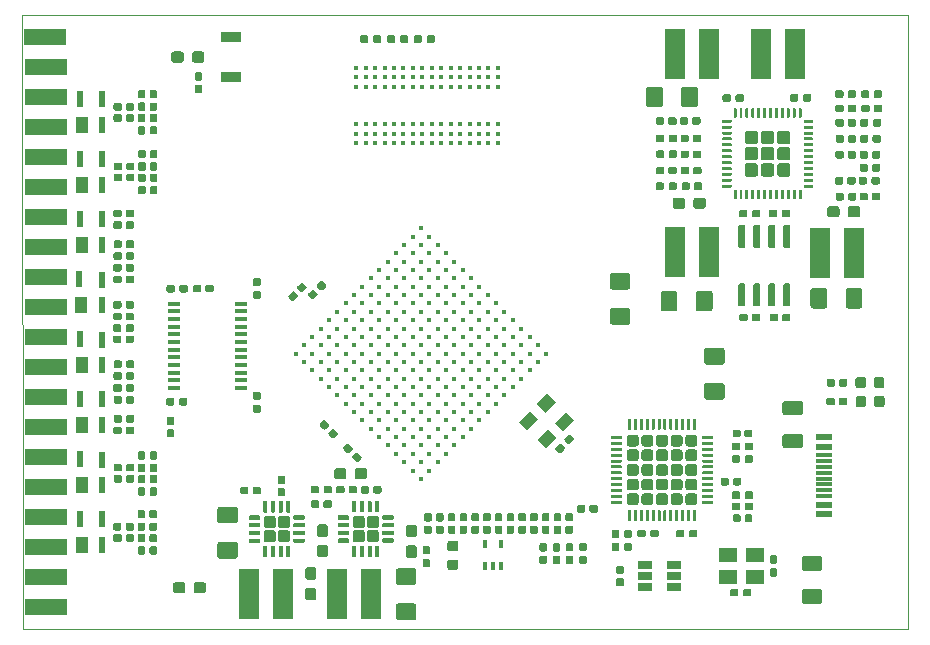
<source format=gtp>
G04 #@! TF.GenerationSoftware,KiCad,Pcbnew,(5.1.5)-3*
G04 #@! TF.CreationDate,2020-11-02T01:39:04+01:00*
G04 #@! TF.ProjectId,LogAn,4c6f6741-6e2e-46b6-9963-61645f706362,rev?*
G04 #@! TF.SameCoordinates,Original*
G04 #@! TF.FileFunction,Paste,Top*
G04 #@! TF.FilePolarity,Positive*
%FSLAX46Y46*%
G04 Gerber Fmt 4.6, Leading zero omitted, Abs format (unit mm)*
G04 Created by KiCad (PCBNEW (5.1.5)-3) date 2020-11-02 01:39:04*
%MOMM*%
%LPD*%
G04 APERTURE LIST*
%ADD10C,0.050000*%
%ADD11C,0.100000*%
%ADD12R,1.700000X0.900000*%
%ADD13R,1.100000X0.400000*%
%ADD14R,1.700000X4.300000*%
%ADD15R,0.400000X0.650000*%
%ADD16R,3.600000X1.400000*%
%ADD17R,0.600000X1.400000*%
%ADD18R,1.000000X1.400000*%
%ADD19R,1.450000X0.600000*%
%ADD20R,1.450000X0.300000*%
%ADD21C,0.410000*%
%ADD22C,0.400000*%
%ADD23R,1.600000X1.300000*%
%ADD24R,1.200000X0.650000*%
G04 APERTURE END LIST*
D10*
X140710920Y-90850720D02*
X65778380Y-90850720D01*
X140716000Y-38854380D02*
X140710920Y-90850720D01*
X65773300Y-38858340D02*
X140716000Y-38854380D01*
X65778380Y-90850720D02*
X65773300Y-38858340D01*
D11*
G36*
X103281903Y-82070450D02*
G01*
X103297434Y-82072754D01*
X103312666Y-82076570D01*
X103327449Y-82081859D01*
X103341643Y-82088573D01*
X103355111Y-82096645D01*
X103367723Y-82105998D01*
X103379357Y-82116543D01*
X103389902Y-82128177D01*
X103399255Y-82140789D01*
X103407327Y-82154257D01*
X103414041Y-82168451D01*
X103419330Y-82183234D01*
X103423146Y-82198466D01*
X103425450Y-82213997D01*
X103426220Y-82229680D01*
X103426220Y-82609680D01*
X103425450Y-82625363D01*
X103423146Y-82640894D01*
X103419330Y-82656126D01*
X103414041Y-82670909D01*
X103407327Y-82685103D01*
X103399255Y-82698571D01*
X103389902Y-82711183D01*
X103379357Y-82722817D01*
X103367723Y-82733362D01*
X103355111Y-82742715D01*
X103341643Y-82750787D01*
X103327449Y-82757501D01*
X103312666Y-82762790D01*
X103297434Y-82766606D01*
X103281903Y-82768910D01*
X103266220Y-82769680D01*
X102946220Y-82769680D01*
X102930537Y-82768910D01*
X102915006Y-82766606D01*
X102899774Y-82762790D01*
X102884991Y-82757501D01*
X102870797Y-82750787D01*
X102857329Y-82742715D01*
X102844717Y-82733362D01*
X102833083Y-82722817D01*
X102822538Y-82711183D01*
X102813185Y-82698571D01*
X102805113Y-82685103D01*
X102798399Y-82670909D01*
X102793110Y-82656126D01*
X102789294Y-82640894D01*
X102786990Y-82625363D01*
X102786220Y-82609680D01*
X102786220Y-82229680D01*
X102786990Y-82213997D01*
X102789294Y-82198466D01*
X102793110Y-82183234D01*
X102798399Y-82168451D01*
X102805113Y-82154257D01*
X102813185Y-82140789D01*
X102822538Y-82128177D01*
X102833083Y-82116543D01*
X102844717Y-82105998D01*
X102857329Y-82096645D01*
X102870797Y-82088573D01*
X102884991Y-82081859D01*
X102899774Y-82076570D01*
X102915006Y-82072754D01*
X102930537Y-82070450D01*
X102946220Y-82069680D01*
X103266220Y-82069680D01*
X103281903Y-82070450D01*
G37*
G36*
X103281903Y-81020450D02*
G01*
X103297434Y-81022754D01*
X103312666Y-81026570D01*
X103327449Y-81031859D01*
X103341643Y-81038573D01*
X103355111Y-81046645D01*
X103367723Y-81055998D01*
X103379357Y-81066543D01*
X103389902Y-81078177D01*
X103399255Y-81090789D01*
X103407327Y-81104257D01*
X103414041Y-81118451D01*
X103419330Y-81133234D01*
X103423146Y-81148466D01*
X103425450Y-81163997D01*
X103426220Y-81179680D01*
X103426220Y-81559680D01*
X103425450Y-81575363D01*
X103423146Y-81590894D01*
X103419330Y-81606126D01*
X103414041Y-81620909D01*
X103407327Y-81635103D01*
X103399255Y-81648571D01*
X103389902Y-81661183D01*
X103379357Y-81672817D01*
X103367723Y-81683362D01*
X103355111Y-81692715D01*
X103341643Y-81700787D01*
X103327449Y-81707501D01*
X103312666Y-81712790D01*
X103297434Y-81716606D01*
X103281903Y-81718910D01*
X103266220Y-81719680D01*
X102946220Y-81719680D01*
X102930537Y-81718910D01*
X102915006Y-81716606D01*
X102899774Y-81712790D01*
X102884991Y-81707501D01*
X102870797Y-81700787D01*
X102857329Y-81692715D01*
X102844717Y-81683362D01*
X102833083Y-81672817D01*
X102822538Y-81661183D01*
X102813185Y-81648571D01*
X102805113Y-81635103D01*
X102798399Y-81620909D01*
X102793110Y-81606126D01*
X102789294Y-81590894D01*
X102786990Y-81575363D01*
X102786220Y-81559680D01*
X102786220Y-81179680D01*
X102786990Y-81163997D01*
X102789294Y-81148466D01*
X102793110Y-81133234D01*
X102798399Y-81118451D01*
X102805113Y-81104257D01*
X102813185Y-81090789D01*
X102822538Y-81078177D01*
X102833083Y-81066543D01*
X102844717Y-81055998D01*
X102857329Y-81046645D01*
X102870797Y-81038573D01*
X102884991Y-81031859D01*
X102899774Y-81026570D01*
X102915006Y-81022754D01*
X102930537Y-81020450D01*
X102946220Y-81019680D01*
X103266220Y-81019680D01*
X103281903Y-81020450D01*
G37*
G36*
X114332183Y-80330850D02*
G01*
X114347714Y-80333154D01*
X114362946Y-80336970D01*
X114377729Y-80342259D01*
X114391923Y-80348973D01*
X114405391Y-80357045D01*
X114418003Y-80366398D01*
X114429637Y-80376943D01*
X114440182Y-80388577D01*
X114449535Y-80401189D01*
X114457607Y-80414657D01*
X114464321Y-80428851D01*
X114469610Y-80443634D01*
X114473426Y-80458866D01*
X114475730Y-80474397D01*
X114476500Y-80490080D01*
X114476500Y-80810080D01*
X114475730Y-80825763D01*
X114473426Y-80841294D01*
X114469610Y-80856526D01*
X114464321Y-80871309D01*
X114457607Y-80885503D01*
X114449535Y-80898971D01*
X114440182Y-80911583D01*
X114429637Y-80923217D01*
X114418003Y-80933762D01*
X114405391Y-80943115D01*
X114391923Y-80951187D01*
X114377729Y-80957901D01*
X114362946Y-80963190D01*
X114347714Y-80967006D01*
X114332183Y-80969310D01*
X114316500Y-80970080D01*
X113936500Y-80970080D01*
X113920817Y-80969310D01*
X113905286Y-80967006D01*
X113890054Y-80963190D01*
X113875271Y-80957901D01*
X113861077Y-80951187D01*
X113847609Y-80943115D01*
X113834997Y-80933762D01*
X113823363Y-80923217D01*
X113812818Y-80911583D01*
X113803465Y-80898971D01*
X113795393Y-80885503D01*
X113788679Y-80871309D01*
X113783390Y-80856526D01*
X113779574Y-80841294D01*
X113777270Y-80825763D01*
X113776500Y-80810080D01*
X113776500Y-80490080D01*
X113777270Y-80474397D01*
X113779574Y-80458866D01*
X113783390Y-80443634D01*
X113788679Y-80428851D01*
X113795393Y-80414657D01*
X113803465Y-80401189D01*
X113812818Y-80388577D01*
X113823363Y-80376943D01*
X113834997Y-80366398D01*
X113847609Y-80357045D01*
X113861077Y-80348973D01*
X113875271Y-80342259D01*
X113890054Y-80336970D01*
X113905286Y-80333154D01*
X113920817Y-80330850D01*
X113936500Y-80330080D01*
X114316500Y-80330080D01*
X114332183Y-80330850D01*
G37*
G36*
X113282183Y-80330850D02*
G01*
X113297714Y-80333154D01*
X113312946Y-80336970D01*
X113327729Y-80342259D01*
X113341923Y-80348973D01*
X113355391Y-80357045D01*
X113368003Y-80366398D01*
X113379637Y-80376943D01*
X113390182Y-80388577D01*
X113399535Y-80401189D01*
X113407607Y-80414657D01*
X113414321Y-80428851D01*
X113419610Y-80443634D01*
X113423426Y-80458866D01*
X113425730Y-80474397D01*
X113426500Y-80490080D01*
X113426500Y-80810080D01*
X113425730Y-80825763D01*
X113423426Y-80841294D01*
X113419610Y-80856526D01*
X113414321Y-80871309D01*
X113407607Y-80885503D01*
X113399535Y-80898971D01*
X113390182Y-80911583D01*
X113379637Y-80923217D01*
X113368003Y-80933762D01*
X113355391Y-80943115D01*
X113341923Y-80951187D01*
X113327729Y-80957901D01*
X113312946Y-80963190D01*
X113297714Y-80967006D01*
X113282183Y-80969310D01*
X113266500Y-80970080D01*
X112886500Y-80970080D01*
X112870817Y-80969310D01*
X112855286Y-80967006D01*
X112840054Y-80963190D01*
X112825271Y-80957901D01*
X112811077Y-80951187D01*
X112797609Y-80943115D01*
X112784997Y-80933762D01*
X112773363Y-80923217D01*
X112762818Y-80911583D01*
X112753465Y-80898971D01*
X112745393Y-80885503D01*
X112738679Y-80871309D01*
X112733390Y-80856526D01*
X112729574Y-80841294D01*
X112727270Y-80825763D01*
X112726500Y-80810080D01*
X112726500Y-80490080D01*
X112727270Y-80474397D01*
X112729574Y-80458866D01*
X112733390Y-80443634D01*
X112738679Y-80428851D01*
X112745393Y-80414657D01*
X112753465Y-80401189D01*
X112762818Y-80388577D01*
X112773363Y-80376943D01*
X112784997Y-80366398D01*
X112797609Y-80357045D01*
X112811077Y-80348973D01*
X112825271Y-80342259D01*
X112840054Y-80336970D01*
X112855286Y-80333154D01*
X112870817Y-80330850D01*
X112886500Y-80330080D01*
X113266500Y-80330080D01*
X113282183Y-80330850D01*
G37*
G36*
X80856243Y-44734990D02*
G01*
X80871774Y-44737294D01*
X80887006Y-44741110D01*
X80901789Y-44746399D01*
X80915983Y-44753113D01*
X80929451Y-44761185D01*
X80942063Y-44770538D01*
X80953697Y-44781083D01*
X80964242Y-44792717D01*
X80973595Y-44805329D01*
X80981667Y-44818797D01*
X80988381Y-44832991D01*
X80993670Y-44847774D01*
X80997486Y-44863006D01*
X80999790Y-44878537D01*
X81000560Y-44894220D01*
X81000560Y-45274220D01*
X80999790Y-45289903D01*
X80997486Y-45305434D01*
X80993670Y-45320666D01*
X80988381Y-45335449D01*
X80981667Y-45349643D01*
X80973595Y-45363111D01*
X80964242Y-45375723D01*
X80953697Y-45387357D01*
X80942063Y-45397902D01*
X80929451Y-45407255D01*
X80915983Y-45415327D01*
X80901789Y-45422041D01*
X80887006Y-45427330D01*
X80871774Y-45431146D01*
X80856243Y-45433450D01*
X80840560Y-45434220D01*
X80520560Y-45434220D01*
X80504877Y-45433450D01*
X80489346Y-45431146D01*
X80474114Y-45427330D01*
X80459331Y-45422041D01*
X80445137Y-45415327D01*
X80431669Y-45407255D01*
X80419057Y-45397902D01*
X80407423Y-45387357D01*
X80396878Y-45375723D01*
X80387525Y-45363111D01*
X80379453Y-45349643D01*
X80372739Y-45335449D01*
X80367450Y-45320666D01*
X80363634Y-45305434D01*
X80361330Y-45289903D01*
X80360560Y-45274220D01*
X80360560Y-44894220D01*
X80361330Y-44878537D01*
X80363634Y-44863006D01*
X80367450Y-44847774D01*
X80372739Y-44832991D01*
X80379453Y-44818797D01*
X80387525Y-44805329D01*
X80396878Y-44792717D01*
X80407423Y-44781083D01*
X80419057Y-44770538D01*
X80431669Y-44761185D01*
X80445137Y-44753113D01*
X80459331Y-44746399D01*
X80474114Y-44741110D01*
X80489346Y-44737294D01*
X80504877Y-44734990D01*
X80520560Y-44734220D01*
X80840560Y-44734220D01*
X80856243Y-44734990D01*
G37*
G36*
X80856243Y-43684990D02*
G01*
X80871774Y-43687294D01*
X80887006Y-43691110D01*
X80901789Y-43696399D01*
X80915983Y-43703113D01*
X80929451Y-43711185D01*
X80942063Y-43720538D01*
X80953697Y-43731083D01*
X80964242Y-43742717D01*
X80973595Y-43755329D01*
X80981667Y-43768797D01*
X80988381Y-43782991D01*
X80993670Y-43797774D01*
X80997486Y-43813006D01*
X80999790Y-43828537D01*
X81000560Y-43844220D01*
X81000560Y-44224220D01*
X80999790Y-44239903D01*
X80997486Y-44255434D01*
X80993670Y-44270666D01*
X80988381Y-44285449D01*
X80981667Y-44299643D01*
X80973595Y-44313111D01*
X80964242Y-44325723D01*
X80953697Y-44337357D01*
X80942063Y-44347902D01*
X80929451Y-44357255D01*
X80915983Y-44365327D01*
X80901789Y-44372041D01*
X80887006Y-44377330D01*
X80871774Y-44381146D01*
X80856243Y-44383450D01*
X80840560Y-44384220D01*
X80520560Y-44384220D01*
X80504877Y-44383450D01*
X80489346Y-44381146D01*
X80474114Y-44377330D01*
X80459331Y-44372041D01*
X80445137Y-44365327D01*
X80431669Y-44357255D01*
X80419057Y-44347902D01*
X80407423Y-44337357D01*
X80396878Y-44325723D01*
X80387525Y-44313111D01*
X80379453Y-44299643D01*
X80372739Y-44285449D01*
X80367450Y-44270666D01*
X80363634Y-44255434D01*
X80361330Y-44239903D01*
X80360560Y-44224220D01*
X80360560Y-43844220D01*
X80361330Y-43828537D01*
X80363634Y-43813006D01*
X80367450Y-43797774D01*
X80372739Y-43782991D01*
X80379453Y-43768797D01*
X80387525Y-43755329D01*
X80396878Y-43742717D01*
X80407423Y-43731083D01*
X80419057Y-43720538D01*
X80431669Y-43711185D01*
X80445137Y-43703113D01*
X80459331Y-43696399D01*
X80474114Y-43691110D01*
X80489346Y-43687294D01*
X80504877Y-43684990D01*
X80520560Y-43684220D01*
X80840560Y-43684220D01*
X80856243Y-43684990D01*
G37*
D12*
X83459320Y-40725620D03*
X83459320Y-44125620D03*
D11*
G36*
X85818143Y-78778910D02*
G01*
X85833674Y-78781214D01*
X85848906Y-78785030D01*
X85863689Y-78790319D01*
X85877883Y-78797033D01*
X85891351Y-78805105D01*
X85903963Y-78814458D01*
X85915597Y-78825003D01*
X85926142Y-78836637D01*
X85935495Y-78849249D01*
X85943567Y-78862717D01*
X85950281Y-78876911D01*
X85955570Y-78891694D01*
X85959386Y-78906926D01*
X85961690Y-78922457D01*
X85962460Y-78938140D01*
X85962460Y-79258140D01*
X85961690Y-79273823D01*
X85959386Y-79289354D01*
X85955570Y-79304586D01*
X85950281Y-79319369D01*
X85943567Y-79333563D01*
X85935495Y-79347031D01*
X85926142Y-79359643D01*
X85915597Y-79371277D01*
X85903963Y-79381822D01*
X85891351Y-79391175D01*
X85877883Y-79399247D01*
X85863689Y-79405961D01*
X85848906Y-79411250D01*
X85833674Y-79415066D01*
X85818143Y-79417370D01*
X85802460Y-79418140D01*
X85422460Y-79418140D01*
X85406777Y-79417370D01*
X85391246Y-79415066D01*
X85376014Y-79411250D01*
X85361231Y-79405961D01*
X85347037Y-79399247D01*
X85333569Y-79391175D01*
X85320957Y-79381822D01*
X85309323Y-79371277D01*
X85298778Y-79359643D01*
X85289425Y-79347031D01*
X85281353Y-79333563D01*
X85274639Y-79319369D01*
X85269350Y-79304586D01*
X85265534Y-79289354D01*
X85263230Y-79273823D01*
X85262460Y-79258140D01*
X85262460Y-78938140D01*
X85263230Y-78922457D01*
X85265534Y-78906926D01*
X85269350Y-78891694D01*
X85274639Y-78876911D01*
X85281353Y-78862717D01*
X85289425Y-78849249D01*
X85298778Y-78836637D01*
X85309323Y-78825003D01*
X85320957Y-78814458D01*
X85333569Y-78805105D01*
X85347037Y-78797033D01*
X85361231Y-78790319D01*
X85376014Y-78785030D01*
X85391246Y-78781214D01*
X85406777Y-78778910D01*
X85422460Y-78778140D01*
X85802460Y-78778140D01*
X85818143Y-78778910D01*
G37*
G36*
X84768143Y-78778910D02*
G01*
X84783674Y-78781214D01*
X84798906Y-78785030D01*
X84813689Y-78790319D01*
X84827883Y-78797033D01*
X84841351Y-78805105D01*
X84853963Y-78814458D01*
X84865597Y-78825003D01*
X84876142Y-78836637D01*
X84885495Y-78849249D01*
X84893567Y-78862717D01*
X84900281Y-78876911D01*
X84905570Y-78891694D01*
X84909386Y-78906926D01*
X84911690Y-78922457D01*
X84912460Y-78938140D01*
X84912460Y-79258140D01*
X84911690Y-79273823D01*
X84909386Y-79289354D01*
X84905570Y-79304586D01*
X84900281Y-79319369D01*
X84893567Y-79333563D01*
X84885495Y-79347031D01*
X84876142Y-79359643D01*
X84865597Y-79371277D01*
X84853963Y-79381822D01*
X84841351Y-79391175D01*
X84827883Y-79399247D01*
X84813689Y-79405961D01*
X84798906Y-79411250D01*
X84783674Y-79415066D01*
X84768143Y-79417370D01*
X84752460Y-79418140D01*
X84372460Y-79418140D01*
X84356777Y-79417370D01*
X84341246Y-79415066D01*
X84326014Y-79411250D01*
X84311231Y-79405961D01*
X84297037Y-79399247D01*
X84283569Y-79391175D01*
X84270957Y-79381822D01*
X84259323Y-79371277D01*
X84248778Y-79359643D01*
X84239425Y-79347031D01*
X84231353Y-79333563D01*
X84224639Y-79319369D01*
X84219350Y-79304586D01*
X84215534Y-79289354D01*
X84213230Y-79273823D01*
X84212460Y-79258140D01*
X84212460Y-78938140D01*
X84213230Y-78922457D01*
X84215534Y-78906926D01*
X84219350Y-78891694D01*
X84224639Y-78876911D01*
X84231353Y-78862717D01*
X84239425Y-78849249D01*
X84248778Y-78836637D01*
X84259323Y-78825003D01*
X84270957Y-78814458D01*
X84283569Y-78805105D01*
X84297037Y-78797033D01*
X84311231Y-78790319D01*
X84326014Y-78785030D01*
X84341246Y-78781214D01*
X84356777Y-78778910D01*
X84372460Y-78778140D01*
X84752460Y-78778140D01*
X84768143Y-78778910D01*
G37*
G36*
X122739744Y-44907164D02*
G01*
X122764013Y-44910764D01*
X122787811Y-44916725D01*
X122810911Y-44924990D01*
X122833089Y-44935480D01*
X122854133Y-44948093D01*
X122873838Y-44962707D01*
X122892017Y-44979183D01*
X122908493Y-44997362D01*
X122923107Y-45017067D01*
X122935720Y-45038111D01*
X122946210Y-45060289D01*
X122954475Y-45083389D01*
X122960436Y-45107187D01*
X122964036Y-45131456D01*
X122965240Y-45155960D01*
X122965240Y-46405960D01*
X122964036Y-46430464D01*
X122960436Y-46454733D01*
X122954475Y-46478531D01*
X122946210Y-46501631D01*
X122935720Y-46523809D01*
X122923107Y-46544853D01*
X122908493Y-46564558D01*
X122892017Y-46582737D01*
X122873838Y-46599213D01*
X122854133Y-46613827D01*
X122833089Y-46626440D01*
X122810911Y-46636930D01*
X122787811Y-46645195D01*
X122764013Y-46651156D01*
X122739744Y-46654756D01*
X122715240Y-46655960D01*
X121790240Y-46655960D01*
X121765736Y-46654756D01*
X121741467Y-46651156D01*
X121717669Y-46645195D01*
X121694569Y-46636930D01*
X121672391Y-46626440D01*
X121651347Y-46613827D01*
X121631642Y-46599213D01*
X121613463Y-46582737D01*
X121596987Y-46564558D01*
X121582373Y-46544853D01*
X121569760Y-46523809D01*
X121559270Y-46501631D01*
X121551005Y-46478531D01*
X121545044Y-46454733D01*
X121541444Y-46430464D01*
X121540240Y-46405960D01*
X121540240Y-45155960D01*
X121541444Y-45131456D01*
X121545044Y-45107187D01*
X121551005Y-45083389D01*
X121559270Y-45060289D01*
X121569760Y-45038111D01*
X121582373Y-45017067D01*
X121596987Y-44997362D01*
X121613463Y-44979183D01*
X121631642Y-44962707D01*
X121651347Y-44948093D01*
X121672391Y-44935480D01*
X121694569Y-44924990D01*
X121717669Y-44916725D01*
X121741467Y-44910764D01*
X121765736Y-44907164D01*
X121790240Y-44905960D01*
X122715240Y-44905960D01*
X122739744Y-44907164D01*
G37*
G36*
X119764744Y-44907164D02*
G01*
X119789013Y-44910764D01*
X119812811Y-44916725D01*
X119835911Y-44924990D01*
X119858089Y-44935480D01*
X119879133Y-44948093D01*
X119898838Y-44962707D01*
X119917017Y-44979183D01*
X119933493Y-44997362D01*
X119948107Y-45017067D01*
X119960720Y-45038111D01*
X119971210Y-45060289D01*
X119979475Y-45083389D01*
X119985436Y-45107187D01*
X119989036Y-45131456D01*
X119990240Y-45155960D01*
X119990240Y-46405960D01*
X119989036Y-46430464D01*
X119985436Y-46454733D01*
X119979475Y-46478531D01*
X119971210Y-46501631D01*
X119960720Y-46523809D01*
X119948107Y-46544853D01*
X119933493Y-46564558D01*
X119917017Y-46582737D01*
X119898838Y-46599213D01*
X119879133Y-46613827D01*
X119858089Y-46626440D01*
X119835911Y-46636930D01*
X119812811Y-46645195D01*
X119789013Y-46651156D01*
X119764744Y-46654756D01*
X119740240Y-46655960D01*
X118815240Y-46655960D01*
X118790736Y-46654756D01*
X118766467Y-46651156D01*
X118742669Y-46645195D01*
X118719569Y-46636930D01*
X118697391Y-46626440D01*
X118676347Y-46613827D01*
X118656642Y-46599213D01*
X118638463Y-46582737D01*
X118621987Y-46564558D01*
X118607373Y-46544853D01*
X118594760Y-46523809D01*
X118584270Y-46501631D01*
X118576005Y-46478531D01*
X118570044Y-46454733D01*
X118566444Y-46430464D01*
X118565240Y-46405960D01*
X118565240Y-45155960D01*
X118566444Y-45131456D01*
X118570044Y-45107187D01*
X118576005Y-45083389D01*
X118584270Y-45060289D01*
X118594760Y-45038111D01*
X118607373Y-45017067D01*
X118621987Y-44997362D01*
X118638463Y-44979183D01*
X118656642Y-44962707D01*
X118676347Y-44948093D01*
X118697391Y-44935480D01*
X118719569Y-44924990D01*
X118742669Y-44916725D01*
X118766467Y-44910764D01*
X118790736Y-44907164D01*
X118815240Y-44905960D01*
X119740240Y-44905960D01*
X119764744Y-44907164D01*
G37*
G36*
X123981804Y-62184244D02*
G01*
X124006073Y-62187844D01*
X124029871Y-62193805D01*
X124052971Y-62202070D01*
X124075149Y-62212560D01*
X124096193Y-62225173D01*
X124115898Y-62239787D01*
X124134077Y-62256263D01*
X124150553Y-62274442D01*
X124165167Y-62294147D01*
X124177780Y-62315191D01*
X124188270Y-62337369D01*
X124196535Y-62360469D01*
X124202496Y-62384267D01*
X124206096Y-62408536D01*
X124207300Y-62433040D01*
X124207300Y-63683040D01*
X124206096Y-63707544D01*
X124202496Y-63731813D01*
X124196535Y-63755611D01*
X124188270Y-63778711D01*
X124177780Y-63800889D01*
X124165167Y-63821933D01*
X124150553Y-63841638D01*
X124134077Y-63859817D01*
X124115898Y-63876293D01*
X124096193Y-63890907D01*
X124075149Y-63903520D01*
X124052971Y-63914010D01*
X124029871Y-63922275D01*
X124006073Y-63928236D01*
X123981804Y-63931836D01*
X123957300Y-63933040D01*
X123032300Y-63933040D01*
X123007796Y-63931836D01*
X122983527Y-63928236D01*
X122959729Y-63922275D01*
X122936629Y-63914010D01*
X122914451Y-63903520D01*
X122893407Y-63890907D01*
X122873702Y-63876293D01*
X122855523Y-63859817D01*
X122839047Y-63841638D01*
X122824433Y-63821933D01*
X122811820Y-63800889D01*
X122801330Y-63778711D01*
X122793065Y-63755611D01*
X122787104Y-63731813D01*
X122783504Y-63707544D01*
X122782300Y-63683040D01*
X122782300Y-62433040D01*
X122783504Y-62408536D01*
X122787104Y-62384267D01*
X122793065Y-62360469D01*
X122801330Y-62337369D01*
X122811820Y-62315191D01*
X122824433Y-62294147D01*
X122839047Y-62274442D01*
X122855523Y-62256263D01*
X122873702Y-62239787D01*
X122893407Y-62225173D01*
X122914451Y-62212560D01*
X122936629Y-62202070D01*
X122959729Y-62193805D01*
X122983527Y-62187844D01*
X123007796Y-62184244D01*
X123032300Y-62183040D01*
X123957300Y-62183040D01*
X123981804Y-62184244D01*
G37*
G36*
X121006804Y-62184244D02*
G01*
X121031073Y-62187844D01*
X121054871Y-62193805D01*
X121077971Y-62202070D01*
X121100149Y-62212560D01*
X121121193Y-62225173D01*
X121140898Y-62239787D01*
X121159077Y-62256263D01*
X121175553Y-62274442D01*
X121190167Y-62294147D01*
X121202780Y-62315191D01*
X121213270Y-62337369D01*
X121221535Y-62360469D01*
X121227496Y-62384267D01*
X121231096Y-62408536D01*
X121232300Y-62433040D01*
X121232300Y-63683040D01*
X121231096Y-63707544D01*
X121227496Y-63731813D01*
X121221535Y-63755611D01*
X121213270Y-63778711D01*
X121202780Y-63800889D01*
X121190167Y-63821933D01*
X121175553Y-63841638D01*
X121159077Y-63859817D01*
X121140898Y-63876293D01*
X121121193Y-63890907D01*
X121100149Y-63903520D01*
X121077971Y-63914010D01*
X121054871Y-63922275D01*
X121031073Y-63928236D01*
X121006804Y-63931836D01*
X120982300Y-63933040D01*
X120057300Y-63933040D01*
X120032796Y-63931836D01*
X120008527Y-63928236D01*
X119984729Y-63922275D01*
X119961629Y-63914010D01*
X119939451Y-63903520D01*
X119918407Y-63890907D01*
X119898702Y-63876293D01*
X119880523Y-63859817D01*
X119864047Y-63841638D01*
X119849433Y-63821933D01*
X119836820Y-63800889D01*
X119826330Y-63778711D01*
X119818065Y-63755611D01*
X119812104Y-63731813D01*
X119808504Y-63707544D01*
X119807300Y-63683040D01*
X119807300Y-62433040D01*
X119808504Y-62408536D01*
X119812104Y-62384267D01*
X119818065Y-62360469D01*
X119826330Y-62337369D01*
X119836820Y-62315191D01*
X119849433Y-62294147D01*
X119864047Y-62274442D01*
X119880523Y-62256263D01*
X119898702Y-62239787D01*
X119918407Y-62225173D01*
X119939451Y-62212560D01*
X119961629Y-62202070D01*
X119984729Y-62193805D01*
X120008527Y-62187844D01*
X120032796Y-62184244D01*
X120057300Y-62183040D01*
X120982300Y-62183040D01*
X121006804Y-62184244D01*
G37*
G36*
X125010444Y-67013664D02*
G01*
X125034713Y-67017264D01*
X125058511Y-67023225D01*
X125081611Y-67031490D01*
X125103789Y-67041980D01*
X125124833Y-67054593D01*
X125144538Y-67069207D01*
X125162717Y-67085683D01*
X125179193Y-67103862D01*
X125193807Y-67123567D01*
X125206420Y-67144611D01*
X125216910Y-67166789D01*
X125225175Y-67189889D01*
X125231136Y-67213687D01*
X125234736Y-67237956D01*
X125235940Y-67262460D01*
X125235940Y-68187460D01*
X125234736Y-68211964D01*
X125231136Y-68236233D01*
X125225175Y-68260031D01*
X125216910Y-68283131D01*
X125206420Y-68305309D01*
X125193807Y-68326353D01*
X125179193Y-68346058D01*
X125162717Y-68364237D01*
X125144538Y-68380713D01*
X125124833Y-68395327D01*
X125103789Y-68407940D01*
X125081611Y-68418430D01*
X125058511Y-68426695D01*
X125034713Y-68432656D01*
X125010444Y-68436256D01*
X124985940Y-68437460D01*
X123735940Y-68437460D01*
X123711436Y-68436256D01*
X123687167Y-68432656D01*
X123663369Y-68426695D01*
X123640269Y-68418430D01*
X123618091Y-68407940D01*
X123597047Y-68395327D01*
X123577342Y-68380713D01*
X123559163Y-68364237D01*
X123542687Y-68346058D01*
X123528073Y-68326353D01*
X123515460Y-68305309D01*
X123504970Y-68283131D01*
X123496705Y-68260031D01*
X123490744Y-68236233D01*
X123487144Y-68211964D01*
X123485940Y-68187460D01*
X123485940Y-67262460D01*
X123487144Y-67237956D01*
X123490744Y-67213687D01*
X123496705Y-67189889D01*
X123504970Y-67166789D01*
X123515460Y-67144611D01*
X123528073Y-67123567D01*
X123542687Y-67103862D01*
X123559163Y-67085683D01*
X123577342Y-67069207D01*
X123597047Y-67054593D01*
X123618091Y-67041980D01*
X123640269Y-67031490D01*
X123663369Y-67023225D01*
X123687167Y-67017264D01*
X123711436Y-67013664D01*
X123735940Y-67012460D01*
X124985940Y-67012460D01*
X125010444Y-67013664D01*
G37*
G36*
X125010444Y-69988664D02*
G01*
X125034713Y-69992264D01*
X125058511Y-69998225D01*
X125081611Y-70006490D01*
X125103789Y-70016980D01*
X125124833Y-70029593D01*
X125144538Y-70044207D01*
X125162717Y-70060683D01*
X125179193Y-70078862D01*
X125193807Y-70098567D01*
X125206420Y-70119611D01*
X125216910Y-70141789D01*
X125225175Y-70164889D01*
X125231136Y-70188687D01*
X125234736Y-70212956D01*
X125235940Y-70237460D01*
X125235940Y-71162460D01*
X125234736Y-71186964D01*
X125231136Y-71211233D01*
X125225175Y-71235031D01*
X125216910Y-71258131D01*
X125206420Y-71280309D01*
X125193807Y-71301353D01*
X125179193Y-71321058D01*
X125162717Y-71339237D01*
X125144538Y-71355713D01*
X125124833Y-71370327D01*
X125103789Y-71382940D01*
X125081611Y-71393430D01*
X125058511Y-71401695D01*
X125034713Y-71407656D01*
X125010444Y-71411256D01*
X124985940Y-71412460D01*
X123735940Y-71412460D01*
X123711436Y-71411256D01*
X123687167Y-71407656D01*
X123663369Y-71401695D01*
X123640269Y-71393430D01*
X123618091Y-71382940D01*
X123597047Y-71370327D01*
X123577342Y-71355713D01*
X123559163Y-71339237D01*
X123542687Y-71321058D01*
X123528073Y-71301353D01*
X123515460Y-71280309D01*
X123504970Y-71258131D01*
X123496705Y-71235031D01*
X123490744Y-71211233D01*
X123487144Y-71186964D01*
X123485940Y-71162460D01*
X123485940Y-70237460D01*
X123487144Y-70212956D01*
X123490744Y-70188687D01*
X123496705Y-70164889D01*
X123504970Y-70141789D01*
X123515460Y-70119611D01*
X123528073Y-70098567D01*
X123542687Y-70078862D01*
X123559163Y-70060683D01*
X123577342Y-70044207D01*
X123597047Y-70029593D01*
X123618091Y-70016980D01*
X123640269Y-70006490D01*
X123663369Y-69998225D01*
X123687167Y-69992264D01*
X123711436Y-69988664D01*
X123735940Y-69987460D01*
X124985940Y-69987460D01*
X125010444Y-69988664D01*
G37*
G36*
X79209559Y-41926364D02*
G01*
X79232614Y-41929783D01*
X79255223Y-41935447D01*
X79277167Y-41943299D01*
X79298237Y-41953264D01*
X79318228Y-41965246D01*
X79336948Y-41979130D01*
X79354218Y-41994782D01*
X79369870Y-42012052D01*
X79383754Y-42030772D01*
X79395736Y-42050763D01*
X79405701Y-42071833D01*
X79413553Y-42093777D01*
X79419217Y-42116386D01*
X79422636Y-42139441D01*
X79423780Y-42162720D01*
X79423780Y-42637720D01*
X79422636Y-42660999D01*
X79419217Y-42684054D01*
X79413553Y-42706663D01*
X79405701Y-42728607D01*
X79395736Y-42749677D01*
X79383754Y-42769668D01*
X79369870Y-42788388D01*
X79354218Y-42805658D01*
X79336948Y-42821310D01*
X79318228Y-42835194D01*
X79298237Y-42847176D01*
X79277167Y-42857141D01*
X79255223Y-42864993D01*
X79232614Y-42870657D01*
X79209559Y-42874076D01*
X79186280Y-42875220D01*
X78611280Y-42875220D01*
X78588001Y-42874076D01*
X78564946Y-42870657D01*
X78542337Y-42864993D01*
X78520393Y-42857141D01*
X78499323Y-42847176D01*
X78479332Y-42835194D01*
X78460612Y-42821310D01*
X78443342Y-42805658D01*
X78427690Y-42788388D01*
X78413806Y-42769668D01*
X78401824Y-42749677D01*
X78391859Y-42728607D01*
X78384007Y-42706663D01*
X78378343Y-42684054D01*
X78374924Y-42660999D01*
X78373780Y-42637720D01*
X78373780Y-42162720D01*
X78374924Y-42139441D01*
X78378343Y-42116386D01*
X78384007Y-42093777D01*
X78391859Y-42071833D01*
X78401824Y-42050763D01*
X78413806Y-42030772D01*
X78427690Y-42012052D01*
X78443342Y-41994782D01*
X78460612Y-41979130D01*
X78479332Y-41965246D01*
X78499323Y-41953264D01*
X78520393Y-41943299D01*
X78542337Y-41935447D01*
X78564946Y-41929783D01*
X78588001Y-41926364D01*
X78611280Y-41925220D01*
X79186280Y-41925220D01*
X79209559Y-41926364D01*
G37*
G36*
X80959559Y-41926364D02*
G01*
X80982614Y-41929783D01*
X81005223Y-41935447D01*
X81027167Y-41943299D01*
X81048237Y-41953264D01*
X81068228Y-41965246D01*
X81086948Y-41979130D01*
X81104218Y-41994782D01*
X81119870Y-42012052D01*
X81133754Y-42030772D01*
X81145736Y-42050763D01*
X81155701Y-42071833D01*
X81163553Y-42093777D01*
X81169217Y-42116386D01*
X81172636Y-42139441D01*
X81173780Y-42162720D01*
X81173780Y-42637720D01*
X81172636Y-42660999D01*
X81169217Y-42684054D01*
X81163553Y-42706663D01*
X81155701Y-42728607D01*
X81145736Y-42749677D01*
X81133754Y-42769668D01*
X81119870Y-42788388D01*
X81104218Y-42805658D01*
X81086948Y-42821310D01*
X81068228Y-42835194D01*
X81048237Y-42847176D01*
X81027167Y-42857141D01*
X81005223Y-42864993D01*
X80982614Y-42870657D01*
X80959559Y-42874076D01*
X80936280Y-42875220D01*
X80361280Y-42875220D01*
X80338001Y-42874076D01*
X80314946Y-42870657D01*
X80292337Y-42864993D01*
X80270393Y-42857141D01*
X80249323Y-42847176D01*
X80229332Y-42835194D01*
X80210612Y-42821310D01*
X80193342Y-42805658D01*
X80177690Y-42788388D01*
X80163806Y-42769668D01*
X80151824Y-42749677D01*
X80141859Y-42728607D01*
X80134007Y-42706663D01*
X80128343Y-42684054D01*
X80124924Y-42660999D01*
X80123780Y-42637720D01*
X80123780Y-42162720D01*
X80124924Y-42139441D01*
X80128343Y-42116386D01*
X80134007Y-42093777D01*
X80141859Y-42071833D01*
X80151824Y-42050763D01*
X80163806Y-42030772D01*
X80177690Y-42012052D01*
X80193342Y-41994782D01*
X80210612Y-41979130D01*
X80229332Y-41965246D01*
X80249323Y-41953264D01*
X80270393Y-41943299D01*
X80292337Y-41935447D01*
X80314946Y-41929783D01*
X80338001Y-41926364D01*
X80361280Y-41925220D01*
X80936280Y-41925220D01*
X80959559Y-41926364D01*
G37*
G36*
X81104339Y-86861504D02*
G01*
X81127394Y-86864923D01*
X81150003Y-86870587D01*
X81171947Y-86878439D01*
X81193017Y-86888404D01*
X81213008Y-86900386D01*
X81231728Y-86914270D01*
X81248998Y-86929922D01*
X81264650Y-86947192D01*
X81278534Y-86965912D01*
X81290516Y-86985903D01*
X81300481Y-87006973D01*
X81308333Y-87028917D01*
X81313997Y-87051526D01*
X81317416Y-87074581D01*
X81318560Y-87097860D01*
X81318560Y-87572860D01*
X81317416Y-87596139D01*
X81313997Y-87619194D01*
X81308333Y-87641803D01*
X81300481Y-87663747D01*
X81290516Y-87684817D01*
X81278534Y-87704808D01*
X81264650Y-87723528D01*
X81248998Y-87740798D01*
X81231728Y-87756450D01*
X81213008Y-87770334D01*
X81193017Y-87782316D01*
X81171947Y-87792281D01*
X81150003Y-87800133D01*
X81127394Y-87805797D01*
X81104339Y-87809216D01*
X81081060Y-87810360D01*
X80506060Y-87810360D01*
X80482781Y-87809216D01*
X80459726Y-87805797D01*
X80437117Y-87800133D01*
X80415173Y-87792281D01*
X80394103Y-87782316D01*
X80374112Y-87770334D01*
X80355392Y-87756450D01*
X80338122Y-87740798D01*
X80322470Y-87723528D01*
X80308586Y-87704808D01*
X80296604Y-87684817D01*
X80286639Y-87663747D01*
X80278787Y-87641803D01*
X80273123Y-87619194D01*
X80269704Y-87596139D01*
X80268560Y-87572860D01*
X80268560Y-87097860D01*
X80269704Y-87074581D01*
X80273123Y-87051526D01*
X80278787Y-87028917D01*
X80286639Y-87006973D01*
X80296604Y-86985903D01*
X80308586Y-86965912D01*
X80322470Y-86947192D01*
X80338122Y-86929922D01*
X80355392Y-86914270D01*
X80374112Y-86900386D01*
X80394103Y-86888404D01*
X80415173Y-86878439D01*
X80437117Y-86870587D01*
X80459726Y-86864923D01*
X80482781Y-86861504D01*
X80506060Y-86860360D01*
X81081060Y-86860360D01*
X81104339Y-86861504D01*
G37*
G36*
X79354339Y-86861504D02*
G01*
X79377394Y-86864923D01*
X79400003Y-86870587D01*
X79421947Y-86878439D01*
X79443017Y-86888404D01*
X79463008Y-86900386D01*
X79481728Y-86914270D01*
X79498998Y-86929922D01*
X79514650Y-86947192D01*
X79528534Y-86965912D01*
X79540516Y-86985903D01*
X79550481Y-87006973D01*
X79558333Y-87028917D01*
X79563997Y-87051526D01*
X79567416Y-87074581D01*
X79568560Y-87097860D01*
X79568560Y-87572860D01*
X79567416Y-87596139D01*
X79563997Y-87619194D01*
X79558333Y-87641803D01*
X79550481Y-87663747D01*
X79540516Y-87684817D01*
X79528534Y-87704808D01*
X79514650Y-87723528D01*
X79498998Y-87740798D01*
X79481728Y-87756450D01*
X79463008Y-87770334D01*
X79443017Y-87782316D01*
X79421947Y-87792281D01*
X79400003Y-87800133D01*
X79377394Y-87805797D01*
X79354339Y-87809216D01*
X79331060Y-87810360D01*
X78756060Y-87810360D01*
X78732781Y-87809216D01*
X78709726Y-87805797D01*
X78687117Y-87800133D01*
X78665173Y-87792281D01*
X78644103Y-87782316D01*
X78624112Y-87770334D01*
X78605392Y-87756450D01*
X78588122Y-87740798D01*
X78572470Y-87723528D01*
X78558586Y-87704808D01*
X78546604Y-87684817D01*
X78536639Y-87663747D01*
X78528787Y-87641803D01*
X78523123Y-87619194D01*
X78519704Y-87596139D01*
X78518560Y-87572860D01*
X78518560Y-87097860D01*
X78519704Y-87074581D01*
X78523123Y-87051526D01*
X78528787Y-87028917D01*
X78536639Y-87006973D01*
X78546604Y-86985903D01*
X78558586Y-86965912D01*
X78572470Y-86947192D01*
X78588122Y-86929922D01*
X78605392Y-86914270D01*
X78624112Y-86900386D01*
X78644103Y-86888404D01*
X78665173Y-86878439D01*
X78687117Y-86870587D01*
X78709726Y-86864923D01*
X78732781Y-86861504D01*
X78756060Y-86860360D01*
X79331060Y-86860360D01*
X79354339Y-86861504D01*
G37*
G36*
X85801623Y-61099630D02*
G01*
X85817154Y-61101934D01*
X85832386Y-61105750D01*
X85847169Y-61111039D01*
X85861363Y-61117753D01*
X85874831Y-61125825D01*
X85887443Y-61135178D01*
X85899077Y-61145723D01*
X85909622Y-61157357D01*
X85918975Y-61169969D01*
X85927047Y-61183437D01*
X85933761Y-61197631D01*
X85939050Y-61212414D01*
X85942866Y-61227646D01*
X85945170Y-61243177D01*
X85945940Y-61258860D01*
X85945940Y-61638860D01*
X85945170Y-61654543D01*
X85942866Y-61670074D01*
X85939050Y-61685306D01*
X85933761Y-61700089D01*
X85927047Y-61714283D01*
X85918975Y-61727751D01*
X85909622Y-61740363D01*
X85899077Y-61751997D01*
X85887443Y-61762542D01*
X85874831Y-61771895D01*
X85861363Y-61779967D01*
X85847169Y-61786681D01*
X85832386Y-61791970D01*
X85817154Y-61795786D01*
X85801623Y-61798090D01*
X85785940Y-61798860D01*
X85465940Y-61798860D01*
X85450257Y-61798090D01*
X85434726Y-61795786D01*
X85419494Y-61791970D01*
X85404711Y-61786681D01*
X85390517Y-61779967D01*
X85377049Y-61771895D01*
X85364437Y-61762542D01*
X85352803Y-61751997D01*
X85342258Y-61740363D01*
X85332905Y-61727751D01*
X85324833Y-61714283D01*
X85318119Y-61700089D01*
X85312830Y-61685306D01*
X85309014Y-61670074D01*
X85306710Y-61654543D01*
X85305940Y-61638860D01*
X85305940Y-61258860D01*
X85306710Y-61243177D01*
X85309014Y-61227646D01*
X85312830Y-61212414D01*
X85318119Y-61197631D01*
X85324833Y-61183437D01*
X85332905Y-61169969D01*
X85342258Y-61157357D01*
X85352803Y-61145723D01*
X85364437Y-61135178D01*
X85377049Y-61125825D01*
X85390517Y-61117753D01*
X85404711Y-61111039D01*
X85419494Y-61105750D01*
X85434726Y-61101934D01*
X85450257Y-61099630D01*
X85465940Y-61098860D01*
X85785940Y-61098860D01*
X85801623Y-61099630D01*
G37*
G36*
X85801623Y-62199630D02*
G01*
X85817154Y-62201934D01*
X85832386Y-62205750D01*
X85847169Y-62211039D01*
X85861363Y-62217753D01*
X85874831Y-62225825D01*
X85887443Y-62235178D01*
X85899077Y-62245723D01*
X85909622Y-62257357D01*
X85918975Y-62269969D01*
X85927047Y-62283437D01*
X85933761Y-62297631D01*
X85939050Y-62312414D01*
X85942866Y-62327646D01*
X85945170Y-62343177D01*
X85945940Y-62358860D01*
X85945940Y-62738860D01*
X85945170Y-62754543D01*
X85942866Y-62770074D01*
X85939050Y-62785306D01*
X85933761Y-62800089D01*
X85927047Y-62814283D01*
X85918975Y-62827751D01*
X85909622Y-62840363D01*
X85899077Y-62851997D01*
X85887443Y-62862542D01*
X85874831Y-62871895D01*
X85861363Y-62879967D01*
X85847169Y-62886681D01*
X85832386Y-62891970D01*
X85817154Y-62895786D01*
X85801623Y-62898090D01*
X85785940Y-62898860D01*
X85465940Y-62898860D01*
X85450257Y-62898090D01*
X85434726Y-62895786D01*
X85419494Y-62891970D01*
X85404711Y-62886681D01*
X85390517Y-62879967D01*
X85377049Y-62871895D01*
X85364437Y-62862542D01*
X85352803Y-62851997D01*
X85342258Y-62840363D01*
X85332905Y-62827751D01*
X85324833Y-62814283D01*
X85318119Y-62800089D01*
X85312830Y-62785306D01*
X85309014Y-62770074D01*
X85306710Y-62754543D01*
X85305940Y-62738860D01*
X85305940Y-62358860D01*
X85306710Y-62343177D01*
X85309014Y-62327646D01*
X85312830Y-62312414D01*
X85318119Y-62297631D01*
X85324833Y-62283437D01*
X85332905Y-62269969D01*
X85342258Y-62257357D01*
X85352803Y-62245723D01*
X85364437Y-62235178D01*
X85377049Y-62225825D01*
X85390517Y-62217753D01*
X85404711Y-62211039D01*
X85419494Y-62205750D01*
X85434726Y-62201934D01*
X85450257Y-62199630D01*
X85465940Y-62198860D01*
X85785940Y-62198860D01*
X85801623Y-62199630D01*
G37*
G36*
X85794003Y-71836390D02*
G01*
X85809534Y-71838694D01*
X85824766Y-71842510D01*
X85839549Y-71847799D01*
X85853743Y-71854513D01*
X85867211Y-71862585D01*
X85879823Y-71871938D01*
X85891457Y-71882483D01*
X85902002Y-71894117D01*
X85911355Y-71906729D01*
X85919427Y-71920197D01*
X85926141Y-71934391D01*
X85931430Y-71949174D01*
X85935246Y-71964406D01*
X85937550Y-71979937D01*
X85938320Y-71995620D01*
X85938320Y-72375620D01*
X85937550Y-72391303D01*
X85935246Y-72406834D01*
X85931430Y-72422066D01*
X85926141Y-72436849D01*
X85919427Y-72451043D01*
X85911355Y-72464511D01*
X85902002Y-72477123D01*
X85891457Y-72488757D01*
X85879823Y-72499302D01*
X85867211Y-72508655D01*
X85853743Y-72516727D01*
X85839549Y-72523441D01*
X85824766Y-72528730D01*
X85809534Y-72532546D01*
X85794003Y-72534850D01*
X85778320Y-72535620D01*
X85458320Y-72535620D01*
X85442637Y-72534850D01*
X85427106Y-72532546D01*
X85411874Y-72528730D01*
X85397091Y-72523441D01*
X85382897Y-72516727D01*
X85369429Y-72508655D01*
X85356817Y-72499302D01*
X85345183Y-72488757D01*
X85334638Y-72477123D01*
X85325285Y-72464511D01*
X85317213Y-72451043D01*
X85310499Y-72436849D01*
X85305210Y-72422066D01*
X85301394Y-72406834D01*
X85299090Y-72391303D01*
X85298320Y-72375620D01*
X85298320Y-71995620D01*
X85299090Y-71979937D01*
X85301394Y-71964406D01*
X85305210Y-71949174D01*
X85310499Y-71934391D01*
X85317213Y-71920197D01*
X85325285Y-71906729D01*
X85334638Y-71894117D01*
X85345183Y-71882483D01*
X85356817Y-71871938D01*
X85369429Y-71862585D01*
X85382897Y-71854513D01*
X85397091Y-71847799D01*
X85411874Y-71842510D01*
X85427106Y-71838694D01*
X85442637Y-71836390D01*
X85458320Y-71835620D01*
X85778320Y-71835620D01*
X85794003Y-71836390D01*
G37*
G36*
X85794003Y-70736390D02*
G01*
X85809534Y-70738694D01*
X85824766Y-70742510D01*
X85839549Y-70747799D01*
X85853743Y-70754513D01*
X85867211Y-70762585D01*
X85879823Y-70771938D01*
X85891457Y-70782483D01*
X85902002Y-70794117D01*
X85911355Y-70806729D01*
X85919427Y-70820197D01*
X85926141Y-70834391D01*
X85931430Y-70849174D01*
X85935246Y-70864406D01*
X85937550Y-70879937D01*
X85938320Y-70895620D01*
X85938320Y-71275620D01*
X85937550Y-71291303D01*
X85935246Y-71306834D01*
X85931430Y-71322066D01*
X85926141Y-71336849D01*
X85919427Y-71351043D01*
X85911355Y-71364511D01*
X85902002Y-71377123D01*
X85891457Y-71388757D01*
X85879823Y-71399302D01*
X85867211Y-71408655D01*
X85853743Y-71416727D01*
X85839549Y-71423441D01*
X85824766Y-71428730D01*
X85809534Y-71432546D01*
X85794003Y-71434850D01*
X85778320Y-71435620D01*
X85458320Y-71435620D01*
X85442637Y-71434850D01*
X85427106Y-71432546D01*
X85411874Y-71428730D01*
X85397091Y-71423441D01*
X85382897Y-71416727D01*
X85369429Y-71408655D01*
X85356817Y-71399302D01*
X85345183Y-71388757D01*
X85334638Y-71377123D01*
X85325285Y-71364511D01*
X85317213Y-71351043D01*
X85310499Y-71336849D01*
X85305210Y-71322066D01*
X85301394Y-71306834D01*
X85299090Y-71291303D01*
X85298320Y-71275620D01*
X85298320Y-70895620D01*
X85299090Y-70879937D01*
X85301394Y-70864406D01*
X85305210Y-70849174D01*
X85310499Y-70834391D01*
X85317213Y-70820197D01*
X85325285Y-70806729D01*
X85334638Y-70794117D01*
X85345183Y-70782483D01*
X85356817Y-70771938D01*
X85369429Y-70762585D01*
X85382897Y-70754513D01*
X85397091Y-70747799D01*
X85411874Y-70742510D01*
X85427106Y-70738694D01*
X85442637Y-70736390D01*
X85458320Y-70735620D01*
X85778320Y-70735620D01*
X85794003Y-70736390D01*
G37*
G36*
X79622683Y-61694870D02*
G01*
X79638214Y-61697174D01*
X79653446Y-61700990D01*
X79668229Y-61706279D01*
X79682423Y-61712993D01*
X79695891Y-61721065D01*
X79708503Y-61730418D01*
X79720137Y-61740963D01*
X79730682Y-61752597D01*
X79740035Y-61765209D01*
X79748107Y-61778677D01*
X79754821Y-61792871D01*
X79760110Y-61807654D01*
X79763926Y-61822886D01*
X79766230Y-61838417D01*
X79767000Y-61854100D01*
X79767000Y-62174100D01*
X79766230Y-62189783D01*
X79763926Y-62205314D01*
X79760110Y-62220546D01*
X79754821Y-62235329D01*
X79748107Y-62249523D01*
X79740035Y-62262991D01*
X79730682Y-62275603D01*
X79720137Y-62287237D01*
X79708503Y-62297782D01*
X79695891Y-62307135D01*
X79682423Y-62315207D01*
X79668229Y-62321921D01*
X79653446Y-62327210D01*
X79638214Y-62331026D01*
X79622683Y-62333330D01*
X79607000Y-62334100D01*
X79227000Y-62334100D01*
X79211317Y-62333330D01*
X79195786Y-62331026D01*
X79180554Y-62327210D01*
X79165771Y-62321921D01*
X79151577Y-62315207D01*
X79138109Y-62307135D01*
X79125497Y-62297782D01*
X79113863Y-62287237D01*
X79103318Y-62275603D01*
X79093965Y-62262991D01*
X79085893Y-62249523D01*
X79079179Y-62235329D01*
X79073890Y-62220546D01*
X79070074Y-62205314D01*
X79067770Y-62189783D01*
X79067000Y-62174100D01*
X79067000Y-61854100D01*
X79067770Y-61838417D01*
X79070074Y-61822886D01*
X79073890Y-61807654D01*
X79079179Y-61792871D01*
X79085893Y-61778677D01*
X79093965Y-61765209D01*
X79103318Y-61752597D01*
X79113863Y-61740963D01*
X79125497Y-61730418D01*
X79138109Y-61721065D01*
X79151577Y-61712993D01*
X79165771Y-61706279D01*
X79180554Y-61700990D01*
X79195786Y-61697174D01*
X79211317Y-61694870D01*
X79227000Y-61694100D01*
X79607000Y-61694100D01*
X79622683Y-61694870D01*
G37*
G36*
X78522683Y-61694870D02*
G01*
X78538214Y-61697174D01*
X78553446Y-61700990D01*
X78568229Y-61706279D01*
X78582423Y-61712993D01*
X78595891Y-61721065D01*
X78608503Y-61730418D01*
X78620137Y-61740963D01*
X78630682Y-61752597D01*
X78640035Y-61765209D01*
X78648107Y-61778677D01*
X78654821Y-61792871D01*
X78660110Y-61807654D01*
X78663926Y-61822886D01*
X78666230Y-61838417D01*
X78667000Y-61854100D01*
X78667000Y-62174100D01*
X78666230Y-62189783D01*
X78663926Y-62205314D01*
X78660110Y-62220546D01*
X78654821Y-62235329D01*
X78648107Y-62249523D01*
X78640035Y-62262991D01*
X78630682Y-62275603D01*
X78620137Y-62287237D01*
X78608503Y-62297782D01*
X78595891Y-62307135D01*
X78582423Y-62315207D01*
X78568229Y-62321921D01*
X78553446Y-62327210D01*
X78538214Y-62331026D01*
X78522683Y-62333330D01*
X78507000Y-62334100D01*
X78127000Y-62334100D01*
X78111317Y-62333330D01*
X78095786Y-62331026D01*
X78080554Y-62327210D01*
X78065771Y-62321921D01*
X78051577Y-62315207D01*
X78038109Y-62307135D01*
X78025497Y-62297782D01*
X78013863Y-62287237D01*
X78003318Y-62275603D01*
X77993965Y-62262991D01*
X77985893Y-62249523D01*
X77979179Y-62235329D01*
X77973890Y-62220546D01*
X77970074Y-62205314D01*
X77967770Y-62189783D01*
X77967000Y-62174100D01*
X77967000Y-61854100D01*
X77967770Y-61838417D01*
X77970074Y-61822886D01*
X77973890Y-61807654D01*
X77979179Y-61792871D01*
X77985893Y-61778677D01*
X77993965Y-61765209D01*
X78003318Y-61752597D01*
X78013863Y-61740963D01*
X78025497Y-61730418D01*
X78038109Y-61721065D01*
X78051577Y-61712993D01*
X78065771Y-61706279D01*
X78080554Y-61700990D01*
X78095786Y-61697174D01*
X78111317Y-61694870D01*
X78127000Y-61694100D01*
X78507000Y-61694100D01*
X78522683Y-61694870D01*
G37*
G36*
X79602363Y-71265590D02*
G01*
X79617894Y-71267894D01*
X79633126Y-71271710D01*
X79647909Y-71276999D01*
X79662103Y-71283713D01*
X79675571Y-71291785D01*
X79688183Y-71301138D01*
X79699817Y-71311683D01*
X79710362Y-71323317D01*
X79719715Y-71335929D01*
X79727787Y-71349397D01*
X79734501Y-71363591D01*
X79739790Y-71378374D01*
X79743606Y-71393606D01*
X79745910Y-71409137D01*
X79746680Y-71424820D01*
X79746680Y-71744820D01*
X79745910Y-71760503D01*
X79743606Y-71776034D01*
X79739790Y-71791266D01*
X79734501Y-71806049D01*
X79727787Y-71820243D01*
X79719715Y-71833711D01*
X79710362Y-71846323D01*
X79699817Y-71857957D01*
X79688183Y-71868502D01*
X79675571Y-71877855D01*
X79662103Y-71885927D01*
X79647909Y-71892641D01*
X79633126Y-71897930D01*
X79617894Y-71901746D01*
X79602363Y-71904050D01*
X79586680Y-71904820D01*
X79206680Y-71904820D01*
X79190997Y-71904050D01*
X79175466Y-71901746D01*
X79160234Y-71897930D01*
X79145451Y-71892641D01*
X79131257Y-71885927D01*
X79117789Y-71877855D01*
X79105177Y-71868502D01*
X79093543Y-71857957D01*
X79082998Y-71846323D01*
X79073645Y-71833711D01*
X79065573Y-71820243D01*
X79058859Y-71806049D01*
X79053570Y-71791266D01*
X79049754Y-71776034D01*
X79047450Y-71760503D01*
X79046680Y-71744820D01*
X79046680Y-71424820D01*
X79047450Y-71409137D01*
X79049754Y-71393606D01*
X79053570Y-71378374D01*
X79058859Y-71363591D01*
X79065573Y-71349397D01*
X79073645Y-71335929D01*
X79082998Y-71323317D01*
X79093543Y-71311683D01*
X79105177Y-71301138D01*
X79117789Y-71291785D01*
X79131257Y-71283713D01*
X79145451Y-71276999D01*
X79160234Y-71271710D01*
X79175466Y-71267894D01*
X79190997Y-71265590D01*
X79206680Y-71264820D01*
X79586680Y-71264820D01*
X79602363Y-71265590D01*
G37*
G36*
X78502363Y-71265590D02*
G01*
X78517894Y-71267894D01*
X78533126Y-71271710D01*
X78547909Y-71276999D01*
X78562103Y-71283713D01*
X78575571Y-71291785D01*
X78588183Y-71301138D01*
X78599817Y-71311683D01*
X78610362Y-71323317D01*
X78619715Y-71335929D01*
X78627787Y-71349397D01*
X78634501Y-71363591D01*
X78639790Y-71378374D01*
X78643606Y-71393606D01*
X78645910Y-71409137D01*
X78646680Y-71424820D01*
X78646680Y-71744820D01*
X78645910Y-71760503D01*
X78643606Y-71776034D01*
X78639790Y-71791266D01*
X78634501Y-71806049D01*
X78627787Y-71820243D01*
X78619715Y-71833711D01*
X78610362Y-71846323D01*
X78599817Y-71857957D01*
X78588183Y-71868502D01*
X78575571Y-71877855D01*
X78562103Y-71885927D01*
X78547909Y-71892641D01*
X78533126Y-71897930D01*
X78517894Y-71901746D01*
X78502363Y-71904050D01*
X78486680Y-71904820D01*
X78106680Y-71904820D01*
X78090997Y-71904050D01*
X78075466Y-71901746D01*
X78060234Y-71897930D01*
X78045451Y-71892641D01*
X78031257Y-71885927D01*
X78017789Y-71877855D01*
X78005177Y-71868502D01*
X77993543Y-71857957D01*
X77982998Y-71846323D01*
X77973645Y-71833711D01*
X77965573Y-71820243D01*
X77958859Y-71806049D01*
X77953570Y-71791266D01*
X77949754Y-71776034D01*
X77947450Y-71760503D01*
X77946680Y-71744820D01*
X77946680Y-71424820D01*
X77947450Y-71409137D01*
X77949754Y-71393606D01*
X77953570Y-71378374D01*
X77958859Y-71363591D01*
X77965573Y-71349397D01*
X77973645Y-71335929D01*
X77982998Y-71323317D01*
X77993543Y-71311683D01*
X78005177Y-71301138D01*
X78017789Y-71291785D01*
X78031257Y-71283713D01*
X78045451Y-71276999D01*
X78060234Y-71271710D01*
X78075466Y-71267894D01*
X78090997Y-71265590D01*
X78106680Y-71264820D01*
X78486680Y-71264820D01*
X78502363Y-71265590D01*
G37*
G36*
X81820183Y-61692330D02*
G01*
X81835714Y-61694634D01*
X81850946Y-61698450D01*
X81865729Y-61703739D01*
X81879923Y-61710453D01*
X81893391Y-61718525D01*
X81906003Y-61727878D01*
X81917637Y-61738423D01*
X81928182Y-61750057D01*
X81937535Y-61762669D01*
X81945607Y-61776137D01*
X81952321Y-61790331D01*
X81957610Y-61805114D01*
X81961426Y-61820346D01*
X81963730Y-61835877D01*
X81964500Y-61851560D01*
X81964500Y-62171560D01*
X81963730Y-62187243D01*
X81961426Y-62202774D01*
X81957610Y-62218006D01*
X81952321Y-62232789D01*
X81945607Y-62246983D01*
X81937535Y-62260451D01*
X81928182Y-62273063D01*
X81917637Y-62284697D01*
X81906003Y-62295242D01*
X81893391Y-62304595D01*
X81879923Y-62312667D01*
X81865729Y-62319381D01*
X81850946Y-62324670D01*
X81835714Y-62328486D01*
X81820183Y-62330790D01*
X81804500Y-62331560D01*
X81424500Y-62331560D01*
X81408817Y-62330790D01*
X81393286Y-62328486D01*
X81378054Y-62324670D01*
X81363271Y-62319381D01*
X81349077Y-62312667D01*
X81335609Y-62304595D01*
X81322997Y-62295242D01*
X81311363Y-62284697D01*
X81300818Y-62273063D01*
X81291465Y-62260451D01*
X81283393Y-62246983D01*
X81276679Y-62232789D01*
X81271390Y-62218006D01*
X81267574Y-62202774D01*
X81265270Y-62187243D01*
X81264500Y-62171560D01*
X81264500Y-61851560D01*
X81265270Y-61835877D01*
X81267574Y-61820346D01*
X81271390Y-61805114D01*
X81276679Y-61790331D01*
X81283393Y-61776137D01*
X81291465Y-61762669D01*
X81300818Y-61750057D01*
X81311363Y-61738423D01*
X81322997Y-61727878D01*
X81335609Y-61718525D01*
X81349077Y-61710453D01*
X81363271Y-61703739D01*
X81378054Y-61698450D01*
X81393286Y-61694634D01*
X81408817Y-61692330D01*
X81424500Y-61691560D01*
X81804500Y-61691560D01*
X81820183Y-61692330D01*
G37*
G36*
X80770183Y-61692330D02*
G01*
X80785714Y-61694634D01*
X80800946Y-61698450D01*
X80815729Y-61703739D01*
X80829923Y-61710453D01*
X80843391Y-61718525D01*
X80856003Y-61727878D01*
X80867637Y-61738423D01*
X80878182Y-61750057D01*
X80887535Y-61762669D01*
X80895607Y-61776137D01*
X80902321Y-61790331D01*
X80907610Y-61805114D01*
X80911426Y-61820346D01*
X80913730Y-61835877D01*
X80914500Y-61851560D01*
X80914500Y-62171560D01*
X80913730Y-62187243D01*
X80911426Y-62202774D01*
X80907610Y-62218006D01*
X80902321Y-62232789D01*
X80895607Y-62246983D01*
X80887535Y-62260451D01*
X80878182Y-62273063D01*
X80867637Y-62284697D01*
X80856003Y-62295242D01*
X80843391Y-62304595D01*
X80829923Y-62312667D01*
X80815729Y-62319381D01*
X80800946Y-62324670D01*
X80785714Y-62328486D01*
X80770183Y-62330790D01*
X80754500Y-62331560D01*
X80374500Y-62331560D01*
X80358817Y-62330790D01*
X80343286Y-62328486D01*
X80328054Y-62324670D01*
X80313271Y-62319381D01*
X80299077Y-62312667D01*
X80285609Y-62304595D01*
X80272997Y-62295242D01*
X80261363Y-62284697D01*
X80250818Y-62273063D01*
X80241465Y-62260451D01*
X80233393Y-62246983D01*
X80226679Y-62232789D01*
X80221390Y-62218006D01*
X80217574Y-62202774D01*
X80215270Y-62187243D01*
X80214500Y-62171560D01*
X80214500Y-61851560D01*
X80215270Y-61835877D01*
X80217574Y-61820346D01*
X80221390Y-61805114D01*
X80226679Y-61790331D01*
X80233393Y-61776137D01*
X80241465Y-61762669D01*
X80250818Y-61750057D01*
X80261363Y-61738423D01*
X80272997Y-61727878D01*
X80285609Y-61718525D01*
X80299077Y-61710453D01*
X80313271Y-61703739D01*
X80328054Y-61698450D01*
X80343286Y-61694634D01*
X80358817Y-61692330D01*
X80374500Y-61691560D01*
X80754500Y-61691560D01*
X80770183Y-61692330D01*
G37*
G36*
X78468643Y-73907670D02*
G01*
X78484174Y-73909974D01*
X78499406Y-73913790D01*
X78514189Y-73919079D01*
X78528383Y-73925793D01*
X78541851Y-73933865D01*
X78554463Y-73943218D01*
X78566097Y-73953763D01*
X78576642Y-73965397D01*
X78585995Y-73978009D01*
X78594067Y-73991477D01*
X78600781Y-74005671D01*
X78606070Y-74020454D01*
X78609886Y-74035686D01*
X78612190Y-74051217D01*
X78612960Y-74066900D01*
X78612960Y-74446900D01*
X78612190Y-74462583D01*
X78609886Y-74478114D01*
X78606070Y-74493346D01*
X78600781Y-74508129D01*
X78594067Y-74522323D01*
X78585995Y-74535791D01*
X78576642Y-74548403D01*
X78566097Y-74560037D01*
X78554463Y-74570582D01*
X78541851Y-74579935D01*
X78528383Y-74588007D01*
X78514189Y-74594721D01*
X78499406Y-74600010D01*
X78484174Y-74603826D01*
X78468643Y-74606130D01*
X78452960Y-74606900D01*
X78132960Y-74606900D01*
X78117277Y-74606130D01*
X78101746Y-74603826D01*
X78086514Y-74600010D01*
X78071731Y-74594721D01*
X78057537Y-74588007D01*
X78044069Y-74579935D01*
X78031457Y-74570582D01*
X78019823Y-74560037D01*
X78009278Y-74548403D01*
X77999925Y-74535791D01*
X77991853Y-74522323D01*
X77985139Y-74508129D01*
X77979850Y-74493346D01*
X77976034Y-74478114D01*
X77973730Y-74462583D01*
X77972960Y-74446900D01*
X77972960Y-74066900D01*
X77973730Y-74051217D01*
X77976034Y-74035686D01*
X77979850Y-74020454D01*
X77985139Y-74005671D01*
X77991853Y-73991477D01*
X77999925Y-73978009D01*
X78009278Y-73965397D01*
X78019823Y-73953763D01*
X78031457Y-73943218D01*
X78044069Y-73933865D01*
X78057537Y-73925793D01*
X78071731Y-73919079D01*
X78086514Y-73913790D01*
X78101746Y-73909974D01*
X78117277Y-73907670D01*
X78132960Y-73906900D01*
X78452960Y-73906900D01*
X78468643Y-73907670D01*
G37*
G36*
X78468643Y-72857670D02*
G01*
X78484174Y-72859974D01*
X78499406Y-72863790D01*
X78514189Y-72869079D01*
X78528383Y-72875793D01*
X78541851Y-72883865D01*
X78554463Y-72893218D01*
X78566097Y-72903763D01*
X78576642Y-72915397D01*
X78585995Y-72928009D01*
X78594067Y-72941477D01*
X78600781Y-72955671D01*
X78606070Y-72970454D01*
X78609886Y-72985686D01*
X78612190Y-73001217D01*
X78612960Y-73016900D01*
X78612960Y-73396900D01*
X78612190Y-73412583D01*
X78609886Y-73428114D01*
X78606070Y-73443346D01*
X78600781Y-73458129D01*
X78594067Y-73472323D01*
X78585995Y-73485791D01*
X78576642Y-73498403D01*
X78566097Y-73510037D01*
X78554463Y-73520582D01*
X78541851Y-73529935D01*
X78528383Y-73538007D01*
X78514189Y-73544721D01*
X78499406Y-73550010D01*
X78484174Y-73553826D01*
X78468643Y-73556130D01*
X78452960Y-73556900D01*
X78132960Y-73556900D01*
X78117277Y-73556130D01*
X78101746Y-73553826D01*
X78086514Y-73550010D01*
X78071731Y-73544721D01*
X78057537Y-73538007D01*
X78044069Y-73529935D01*
X78031457Y-73520582D01*
X78019823Y-73510037D01*
X78009278Y-73498403D01*
X77999925Y-73485791D01*
X77991853Y-73472323D01*
X77985139Y-73458129D01*
X77979850Y-73443346D01*
X77976034Y-73428114D01*
X77973730Y-73412583D01*
X77972960Y-73396900D01*
X77972960Y-73016900D01*
X77973730Y-73001217D01*
X77976034Y-72985686D01*
X77979850Y-72970454D01*
X77985139Y-72955671D01*
X77991853Y-72941477D01*
X77999925Y-72928009D01*
X78009278Y-72915397D01*
X78019823Y-72903763D01*
X78031457Y-72893218D01*
X78044069Y-72883865D01*
X78057537Y-72875793D01*
X78071731Y-72869079D01*
X78086514Y-72863790D01*
X78101746Y-72859974D01*
X78117277Y-72857670D01*
X78132960Y-72856900D01*
X78452960Y-72856900D01*
X78468643Y-72857670D01*
G37*
D13*
X84295100Y-63265100D03*
X84295100Y-63915100D03*
X84295100Y-64565100D03*
X84295100Y-65215100D03*
X84295100Y-65865100D03*
X84295100Y-66515100D03*
X84295100Y-67165100D03*
X84295100Y-67815100D03*
X84295100Y-68465100D03*
X84295100Y-69115100D03*
X84295100Y-69765100D03*
X84295100Y-70415100D03*
X78595100Y-70415100D03*
X78595100Y-69765100D03*
X78595100Y-69115100D03*
X78595100Y-68465100D03*
X78595100Y-67815100D03*
X78595100Y-67165100D03*
X78595100Y-66515100D03*
X78595100Y-65865100D03*
X78595100Y-65215100D03*
X78595100Y-64565100D03*
X78595100Y-63915100D03*
X78595100Y-63265100D03*
D11*
G36*
X87876803Y-77850530D02*
G01*
X87892334Y-77852834D01*
X87907566Y-77856650D01*
X87922349Y-77861939D01*
X87936543Y-77868653D01*
X87950011Y-77876725D01*
X87962623Y-77886078D01*
X87974257Y-77896623D01*
X87984802Y-77908257D01*
X87994155Y-77920869D01*
X88002227Y-77934337D01*
X88008941Y-77948531D01*
X88014230Y-77963314D01*
X88018046Y-77978546D01*
X88020350Y-77994077D01*
X88021120Y-78009760D01*
X88021120Y-78389760D01*
X88020350Y-78405443D01*
X88018046Y-78420974D01*
X88014230Y-78436206D01*
X88008941Y-78450989D01*
X88002227Y-78465183D01*
X87994155Y-78478651D01*
X87984802Y-78491263D01*
X87974257Y-78502897D01*
X87962623Y-78513442D01*
X87950011Y-78522795D01*
X87936543Y-78530867D01*
X87922349Y-78537581D01*
X87907566Y-78542870D01*
X87892334Y-78546686D01*
X87876803Y-78548990D01*
X87861120Y-78549760D01*
X87541120Y-78549760D01*
X87525437Y-78548990D01*
X87509906Y-78546686D01*
X87494674Y-78542870D01*
X87479891Y-78537581D01*
X87465697Y-78530867D01*
X87452229Y-78522795D01*
X87439617Y-78513442D01*
X87427983Y-78502897D01*
X87417438Y-78491263D01*
X87408085Y-78478651D01*
X87400013Y-78465183D01*
X87393299Y-78450989D01*
X87388010Y-78436206D01*
X87384194Y-78420974D01*
X87381890Y-78405443D01*
X87381120Y-78389760D01*
X87381120Y-78009760D01*
X87381890Y-77994077D01*
X87384194Y-77978546D01*
X87388010Y-77963314D01*
X87393299Y-77948531D01*
X87400013Y-77934337D01*
X87408085Y-77920869D01*
X87417438Y-77908257D01*
X87427983Y-77896623D01*
X87439617Y-77886078D01*
X87452229Y-77876725D01*
X87465697Y-77868653D01*
X87479891Y-77861939D01*
X87494674Y-77856650D01*
X87509906Y-77852834D01*
X87525437Y-77850530D01*
X87541120Y-77849760D01*
X87861120Y-77849760D01*
X87876803Y-77850530D01*
G37*
G36*
X87876803Y-78900530D02*
G01*
X87892334Y-78902834D01*
X87907566Y-78906650D01*
X87922349Y-78911939D01*
X87936543Y-78918653D01*
X87950011Y-78926725D01*
X87962623Y-78936078D01*
X87974257Y-78946623D01*
X87984802Y-78958257D01*
X87994155Y-78970869D01*
X88002227Y-78984337D01*
X88008941Y-78998531D01*
X88014230Y-79013314D01*
X88018046Y-79028546D01*
X88020350Y-79044077D01*
X88021120Y-79059760D01*
X88021120Y-79439760D01*
X88020350Y-79455443D01*
X88018046Y-79470974D01*
X88014230Y-79486206D01*
X88008941Y-79500989D01*
X88002227Y-79515183D01*
X87994155Y-79528651D01*
X87984802Y-79541263D01*
X87974257Y-79552897D01*
X87962623Y-79563442D01*
X87950011Y-79572795D01*
X87936543Y-79580867D01*
X87922349Y-79587581D01*
X87907566Y-79592870D01*
X87892334Y-79596686D01*
X87876803Y-79598990D01*
X87861120Y-79599760D01*
X87541120Y-79599760D01*
X87525437Y-79598990D01*
X87509906Y-79596686D01*
X87494674Y-79592870D01*
X87479891Y-79587581D01*
X87465697Y-79580867D01*
X87452229Y-79572795D01*
X87439617Y-79563442D01*
X87427983Y-79552897D01*
X87417438Y-79541263D01*
X87408085Y-79528651D01*
X87400013Y-79515183D01*
X87393299Y-79500989D01*
X87388010Y-79486206D01*
X87384194Y-79470974D01*
X87381890Y-79455443D01*
X87381120Y-79439760D01*
X87381120Y-79059760D01*
X87381890Y-79044077D01*
X87384194Y-79028546D01*
X87388010Y-79013314D01*
X87393299Y-78998531D01*
X87400013Y-78984337D01*
X87408085Y-78970869D01*
X87417438Y-78958257D01*
X87427983Y-78946623D01*
X87439617Y-78936078D01*
X87452229Y-78926725D01*
X87465697Y-78918653D01*
X87479891Y-78911939D01*
X87494674Y-78906650D01*
X87509906Y-78902834D01*
X87525437Y-78900530D01*
X87541120Y-78899760D01*
X87861120Y-78899760D01*
X87876803Y-78900530D01*
G37*
G36*
X133267984Y-87443544D02*
G01*
X133292253Y-87447144D01*
X133316051Y-87453105D01*
X133339151Y-87461370D01*
X133361329Y-87471860D01*
X133382373Y-87484473D01*
X133402078Y-87499087D01*
X133420257Y-87515563D01*
X133436733Y-87533742D01*
X133451347Y-87553447D01*
X133463960Y-87574491D01*
X133474450Y-87596669D01*
X133482715Y-87619769D01*
X133488676Y-87643567D01*
X133492276Y-87667836D01*
X133493480Y-87692340D01*
X133493480Y-88442340D01*
X133492276Y-88466844D01*
X133488676Y-88491113D01*
X133482715Y-88514911D01*
X133474450Y-88538011D01*
X133463960Y-88560189D01*
X133451347Y-88581233D01*
X133436733Y-88600938D01*
X133420257Y-88619117D01*
X133402078Y-88635593D01*
X133382373Y-88650207D01*
X133361329Y-88662820D01*
X133339151Y-88673310D01*
X133316051Y-88681575D01*
X133292253Y-88687536D01*
X133267984Y-88691136D01*
X133243480Y-88692340D01*
X131993480Y-88692340D01*
X131968976Y-88691136D01*
X131944707Y-88687536D01*
X131920909Y-88681575D01*
X131897809Y-88673310D01*
X131875631Y-88662820D01*
X131854587Y-88650207D01*
X131834882Y-88635593D01*
X131816703Y-88619117D01*
X131800227Y-88600938D01*
X131785613Y-88581233D01*
X131773000Y-88560189D01*
X131762510Y-88538011D01*
X131754245Y-88514911D01*
X131748284Y-88491113D01*
X131744684Y-88466844D01*
X131743480Y-88442340D01*
X131743480Y-87692340D01*
X131744684Y-87667836D01*
X131748284Y-87643567D01*
X131754245Y-87619769D01*
X131762510Y-87596669D01*
X131773000Y-87574491D01*
X131785613Y-87553447D01*
X131800227Y-87533742D01*
X131816703Y-87515563D01*
X131834882Y-87499087D01*
X131854587Y-87484473D01*
X131875631Y-87471860D01*
X131897809Y-87461370D01*
X131920909Y-87453105D01*
X131944707Y-87447144D01*
X131968976Y-87443544D01*
X131993480Y-87442340D01*
X133243480Y-87442340D01*
X133267984Y-87443544D01*
G37*
G36*
X133267984Y-84643544D02*
G01*
X133292253Y-84647144D01*
X133316051Y-84653105D01*
X133339151Y-84661370D01*
X133361329Y-84671860D01*
X133382373Y-84684473D01*
X133402078Y-84699087D01*
X133420257Y-84715563D01*
X133436733Y-84733742D01*
X133451347Y-84753447D01*
X133463960Y-84774491D01*
X133474450Y-84796669D01*
X133482715Y-84819769D01*
X133488676Y-84843567D01*
X133492276Y-84867836D01*
X133493480Y-84892340D01*
X133493480Y-85642340D01*
X133492276Y-85666844D01*
X133488676Y-85691113D01*
X133482715Y-85714911D01*
X133474450Y-85738011D01*
X133463960Y-85760189D01*
X133451347Y-85781233D01*
X133436733Y-85800938D01*
X133420257Y-85819117D01*
X133402078Y-85835593D01*
X133382373Y-85850207D01*
X133361329Y-85862820D01*
X133339151Y-85873310D01*
X133316051Y-85881575D01*
X133292253Y-85887536D01*
X133267984Y-85891136D01*
X133243480Y-85892340D01*
X131993480Y-85892340D01*
X131968976Y-85891136D01*
X131944707Y-85887536D01*
X131920909Y-85881575D01*
X131897809Y-85873310D01*
X131875631Y-85862820D01*
X131854587Y-85850207D01*
X131834882Y-85835593D01*
X131816703Y-85819117D01*
X131800227Y-85800938D01*
X131785613Y-85781233D01*
X131773000Y-85760189D01*
X131762510Y-85738011D01*
X131754245Y-85714911D01*
X131748284Y-85691113D01*
X131744684Y-85666844D01*
X131743480Y-85642340D01*
X131743480Y-84892340D01*
X131744684Y-84867836D01*
X131748284Y-84843567D01*
X131754245Y-84819769D01*
X131762510Y-84796669D01*
X131773000Y-84774491D01*
X131785613Y-84753447D01*
X131800227Y-84733742D01*
X131816703Y-84715563D01*
X131834882Y-84699087D01*
X131854587Y-84684473D01*
X131875631Y-84671860D01*
X131897809Y-84661370D01*
X131920909Y-84653105D01*
X131944707Y-84647144D01*
X131968976Y-84643544D01*
X131993480Y-84642340D01*
X133243480Y-84642340D01*
X133267984Y-84643544D01*
G37*
G36*
X92898683Y-78710330D02*
G01*
X92914214Y-78712634D01*
X92929446Y-78716450D01*
X92944229Y-78721739D01*
X92958423Y-78728453D01*
X92971891Y-78736525D01*
X92984503Y-78745878D01*
X92996137Y-78756423D01*
X93006682Y-78768057D01*
X93016035Y-78780669D01*
X93024107Y-78794137D01*
X93030821Y-78808331D01*
X93036110Y-78823114D01*
X93039926Y-78838346D01*
X93042230Y-78853877D01*
X93043000Y-78869560D01*
X93043000Y-79189560D01*
X93042230Y-79205243D01*
X93039926Y-79220774D01*
X93036110Y-79236006D01*
X93030821Y-79250789D01*
X93024107Y-79264983D01*
X93016035Y-79278451D01*
X93006682Y-79291063D01*
X92996137Y-79302697D01*
X92984503Y-79313242D01*
X92971891Y-79322595D01*
X92958423Y-79330667D01*
X92944229Y-79337381D01*
X92929446Y-79342670D01*
X92914214Y-79346486D01*
X92898683Y-79348790D01*
X92883000Y-79349560D01*
X92503000Y-79349560D01*
X92487317Y-79348790D01*
X92471786Y-79346486D01*
X92456554Y-79342670D01*
X92441771Y-79337381D01*
X92427577Y-79330667D01*
X92414109Y-79322595D01*
X92401497Y-79313242D01*
X92389863Y-79302697D01*
X92379318Y-79291063D01*
X92369965Y-79278451D01*
X92361893Y-79264983D01*
X92355179Y-79250789D01*
X92349890Y-79236006D01*
X92346074Y-79220774D01*
X92343770Y-79205243D01*
X92343000Y-79189560D01*
X92343000Y-78869560D01*
X92343770Y-78853877D01*
X92346074Y-78838346D01*
X92349890Y-78823114D01*
X92355179Y-78808331D01*
X92361893Y-78794137D01*
X92369965Y-78780669D01*
X92379318Y-78768057D01*
X92389863Y-78756423D01*
X92401497Y-78745878D01*
X92414109Y-78736525D01*
X92427577Y-78728453D01*
X92441771Y-78721739D01*
X92456554Y-78716450D01*
X92471786Y-78712634D01*
X92487317Y-78710330D01*
X92503000Y-78709560D01*
X92883000Y-78709560D01*
X92898683Y-78710330D01*
G37*
G36*
X93948683Y-78710330D02*
G01*
X93964214Y-78712634D01*
X93979446Y-78716450D01*
X93994229Y-78721739D01*
X94008423Y-78728453D01*
X94021891Y-78736525D01*
X94034503Y-78745878D01*
X94046137Y-78756423D01*
X94056682Y-78768057D01*
X94066035Y-78780669D01*
X94074107Y-78794137D01*
X94080821Y-78808331D01*
X94086110Y-78823114D01*
X94089926Y-78838346D01*
X94092230Y-78853877D01*
X94093000Y-78869560D01*
X94093000Y-79189560D01*
X94092230Y-79205243D01*
X94089926Y-79220774D01*
X94086110Y-79236006D01*
X94080821Y-79250789D01*
X94074107Y-79264983D01*
X94066035Y-79278451D01*
X94056682Y-79291063D01*
X94046137Y-79302697D01*
X94034503Y-79313242D01*
X94021891Y-79322595D01*
X94008423Y-79330667D01*
X93994229Y-79337381D01*
X93979446Y-79342670D01*
X93964214Y-79346486D01*
X93948683Y-79348790D01*
X93933000Y-79349560D01*
X93553000Y-79349560D01*
X93537317Y-79348790D01*
X93521786Y-79346486D01*
X93506554Y-79342670D01*
X93491771Y-79337381D01*
X93477577Y-79330667D01*
X93464109Y-79322595D01*
X93451497Y-79313242D01*
X93439863Y-79302697D01*
X93429318Y-79291063D01*
X93419965Y-79278451D01*
X93411893Y-79264983D01*
X93405179Y-79250789D01*
X93399890Y-79236006D01*
X93396074Y-79220774D01*
X93393770Y-79205243D01*
X93393000Y-79189560D01*
X93393000Y-78869560D01*
X93393770Y-78853877D01*
X93396074Y-78838346D01*
X93399890Y-78823114D01*
X93405179Y-78808331D01*
X93411893Y-78794137D01*
X93419965Y-78780669D01*
X93429318Y-78768057D01*
X93439863Y-78756423D01*
X93451497Y-78745878D01*
X93464109Y-78736525D01*
X93477577Y-78728453D01*
X93491771Y-78721739D01*
X93506554Y-78716450D01*
X93521786Y-78712634D01*
X93537317Y-78710330D01*
X93553000Y-78709560D01*
X93933000Y-78709560D01*
X93948683Y-78710330D01*
G37*
G36*
X94981483Y-78712870D02*
G01*
X94997014Y-78715174D01*
X95012246Y-78718990D01*
X95027029Y-78724279D01*
X95041223Y-78730993D01*
X95054691Y-78739065D01*
X95067303Y-78748418D01*
X95078937Y-78758963D01*
X95089482Y-78770597D01*
X95098835Y-78783209D01*
X95106907Y-78796677D01*
X95113621Y-78810871D01*
X95118910Y-78825654D01*
X95122726Y-78840886D01*
X95125030Y-78856417D01*
X95125800Y-78872100D01*
X95125800Y-79192100D01*
X95125030Y-79207783D01*
X95122726Y-79223314D01*
X95118910Y-79238546D01*
X95113621Y-79253329D01*
X95106907Y-79267523D01*
X95098835Y-79280991D01*
X95089482Y-79293603D01*
X95078937Y-79305237D01*
X95067303Y-79315782D01*
X95054691Y-79325135D01*
X95041223Y-79333207D01*
X95027029Y-79339921D01*
X95012246Y-79345210D01*
X94997014Y-79349026D01*
X94981483Y-79351330D01*
X94965800Y-79352100D01*
X94585800Y-79352100D01*
X94570117Y-79351330D01*
X94554586Y-79349026D01*
X94539354Y-79345210D01*
X94524571Y-79339921D01*
X94510377Y-79333207D01*
X94496909Y-79325135D01*
X94484297Y-79315782D01*
X94472663Y-79305237D01*
X94462118Y-79293603D01*
X94452765Y-79280991D01*
X94444693Y-79267523D01*
X94437979Y-79253329D01*
X94432690Y-79238546D01*
X94428874Y-79223314D01*
X94426570Y-79207783D01*
X94425800Y-79192100D01*
X94425800Y-78872100D01*
X94426570Y-78856417D01*
X94428874Y-78840886D01*
X94432690Y-78825654D01*
X94437979Y-78810871D01*
X94444693Y-78796677D01*
X94452765Y-78783209D01*
X94462118Y-78770597D01*
X94472663Y-78758963D01*
X94484297Y-78748418D01*
X94496909Y-78739065D01*
X94510377Y-78730993D01*
X94524571Y-78724279D01*
X94539354Y-78718990D01*
X94554586Y-78715174D01*
X94570117Y-78712870D01*
X94585800Y-78712100D01*
X94965800Y-78712100D01*
X94981483Y-78712870D01*
G37*
G36*
X96031483Y-78712870D02*
G01*
X96047014Y-78715174D01*
X96062246Y-78718990D01*
X96077029Y-78724279D01*
X96091223Y-78730993D01*
X96104691Y-78739065D01*
X96117303Y-78748418D01*
X96128937Y-78758963D01*
X96139482Y-78770597D01*
X96148835Y-78783209D01*
X96156907Y-78796677D01*
X96163621Y-78810871D01*
X96168910Y-78825654D01*
X96172726Y-78840886D01*
X96175030Y-78856417D01*
X96175800Y-78872100D01*
X96175800Y-79192100D01*
X96175030Y-79207783D01*
X96172726Y-79223314D01*
X96168910Y-79238546D01*
X96163621Y-79253329D01*
X96156907Y-79267523D01*
X96148835Y-79280991D01*
X96139482Y-79293603D01*
X96128937Y-79305237D01*
X96117303Y-79315782D01*
X96104691Y-79325135D01*
X96091223Y-79333207D01*
X96077029Y-79339921D01*
X96062246Y-79345210D01*
X96047014Y-79349026D01*
X96031483Y-79351330D01*
X96015800Y-79352100D01*
X95635800Y-79352100D01*
X95620117Y-79351330D01*
X95604586Y-79349026D01*
X95589354Y-79345210D01*
X95574571Y-79339921D01*
X95560377Y-79333207D01*
X95546909Y-79325135D01*
X95534297Y-79315782D01*
X95522663Y-79305237D01*
X95512118Y-79293603D01*
X95502765Y-79280991D01*
X95494693Y-79267523D01*
X95487979Y-79253329D01*
X95482690Y-79238546D01*
X95478874Y-79223314D01*
X95476570Y-79207783D01*
X95475800Y-79192100D01*
X95475800Y-78872100D01*
X95476570Y-78856417D01*
X95478874Y-78840886D01*
X95482690Y-78825654D01*
X95487979Y-78810871D01*
X95494693Y-78796677D01*
X95502765Y-78783209D01*
X95512118Y-78770597D01*
X95522663Y-78758963D01*
X95534297Y-78748418D01*
X95546909Y-78739065D01*
X95560377Y-78730993D01*
X95574571Y-78724279D01*
X95589354Y-78718990D01*
X95604586Y-78715174D01*
X95620117Y-78712870D01*
X95635800Y-78712100D01*
X96015800Y-78712100D01*
X96031483Y-78712870D01*
G37*
G36*
X90762543Y-79926990D02*
G01*
X90778074Y-79929294D01*
X90793306Y-79933110D01*
X90808089Y-79938399D01*
X90822283Y-79945113D01*
X90835751Y-79953185D01*
X90848363Y-79962538D01*
X90859997Y-79973083D01*
X90870542Y-79984717D01*
X90879895Y-79997329D01*
X90887967Y-80010797D01*
X90894681Y-80024991D01*
X90899970Y-80039774D01*
X90903786Y-80055006D01*
X90906090Y-80070537D01*
X90906860Y-80086220D01*
X90906860Y-80406220D01*
X90906090Y-80421903D01*
X90903786Y-80437434D01*
X90899970Y-80452666D01*
X90894681Y-80467449D01*
X90887967Y-80481643D01*
X90879895Y-80495111D01*
X90870542Y-80507723D01*
X90859997Y-80519357D01*
X90848363Y-80529902D01*
X90835751Y-80539255D01*
X90822283Y-80547327D01*
X90808089Y-80554041D01*
X90793306Y-80559330D01*
X90778074Y-80563146D01*
X90762543Y-80565450D01*
X90746860Y-80566220D01*
X90366860Y-80566220D01*
X90351177Y-80565450D01*
X90335646Y-80563146D01*
X90320414Y-80559330D01*
X90305631Y-80554041D01*
X90291437Y-80547327D01*
X90277969Y-80539255D01*
X90265357Y-80529902D01*
X90253723Y-80519357D01*
X90243178Y-80507723D01*
X90233825Y-80495111D01*
X90225753Y-80481643D01*
X90219039Y-80467449D01*
X90213750Y-80452666D01*
X90209934Y-80437434D01*
X90207630Y-80421903D01*
X90206860Y-80406220D01*
X90206860Y-80086220D01*
X90207630Y-80070537D01*
X90209934Y-80055006D01*
X90213750Y-80039774D01*
X90219039Y-80024991D01*
X90225753Y-80010797D01*
X90233825Y-79997329D01*
X90243178Y-79984717D01*
X90253723Y-79973083D01*
X90265357Y-79962538D01*
X90277969Y-79953185D01*
X90291437Y-79945113D01*
X90305631Y-79938399D01*
X90320414Y-79933110D01*
X90335646Y-79929294D01*
X90351177Y-79926990D01*
X90366860Y-79926220D01*
X90746860Y-79926220D01*
X90762543Y-79926990D01*
G37*
G36*
X91812543Y-79926990D02*
G01*
X91828074Y-79929294D01*
X91843306Y-79933110D01*
X91858089Y-79938399D01*
X91872283Y-79945113D01*
X91885751Y-79953185D01*
X91898363Y-79962538D01*
X91909997Y-79973083D01*
X91920542Y-79984717D01*
X91929895Y-79997329D01*
X91937967Y-80010797D01*
X91944681Y-80024991D01*
X91949970Y-80039774D01*
X91953786Y-80055006D01*
X91956090Y-80070537D01*
X91956860Y-80086220D01*
X91956860Y-80406220D01*
X91956090Y-80421903D01*
X91953786Y-80437434D01*
X91949970Y-80452666D01*
X91944681Y-80467449D01*
X91937967Y-80481643D01*
X91929895Y-80495111D01*
X91920542Y-80507723D01*
X91909997Y-80519357D01*
X91898363Y-80529902D01*
X91885751Y-80539255D01*
X91872283Y-80547327D01*
X91858089Y-80554041D01*
X91843306Y-80559330D01*
X91828074Y-80563146D01*
X91812543Y-80565450D01*
X91796860Y-80566220D01*
X91416860Y-80566220D01*
X91401177Y-80565450D01*
X91385646Y-80563146D01*
X91370414Y-80559330D01*
X91355631Y-80554041D01*
X91341437Y-80547327D01*
X91327969Y-80539255D01*
X91315357Y-80529902D01*
X91303723Y-80519357D01*
X91293178Y-80507723D01*
X91283825Y-80495111D01*
X91275753Y-80481643D01*
X91269039Y-80467449D01*
X91263750Y-80452666D01*
X91259934Y-80437434D01*
X91257630Y-80421903D01*
X91256860Y-80406220D01*
X91256860Y-80086220D01*
X91257630Y-80070537D01*
X91259934Y-80055006D01*
X91263750Y-80039774D01*
X91269039Y-80024991D01*
X91275753Y-80010797D01*
X91283825Y-79997329D01*
X91293178Y-79984717D01*
X91303723Y-79973083D01*
X91315357Y-79962538D01*
X91327969Y-79953185D01*
X91341437Y-79945113D01*
X91355631Y-79938399D01*
X91370414Y-79933110D01*
X91385646Y-79929294D01*
X91401177Y-79926990D01*
X91416860Y-79926220D01*
X91796860Y-79926220D01*
X91812543Y-79926990D01*
G37*
G36*
X100277083Y-82072990D02*
G01*
X100292614Y-82075294D01*
X100307846Y-82079110D01*
X100322629Y-82084399D01*
X100336823Y-82091113D01*
X100350291Y-82099185D01*
X100362903Y-82108538D01*
X100374537Y-82119083D01*
X100385082Y-82130717D01*
X100394435Y-82143329D01*
X100402507Y-82156797D01*
X100409221Y-82170991D01*
X100414510Y-82185774D01*
X100418326Y-82201006D01*
X100420630Y-82216537D01*
X100421400Y-82232220D01*
X100421400Y-82612220D01*
X100420630Y-82627903D01*
X100418326Y-82643434D01*
X100414510Y-82658666D01*
X100409221Y-82673449D01*
X100402507Y-82687643D01*
X100394435Y-82701111D01*
X100385082Y-82713723D01*
X100374537Y-82725357D01*
X100362903Y-82735902D01*
X100350291Y-82745255D01*
X100336823Y-82753327D01*
X100322629Y-82760041D01*
X100307846Y-82765330D01*
X100292614Y-82769146D01*
X100277083Y-82771450D01*
X100261400Y-82772220D01*
X99941400Y-82772220D01*
X99925717Y-82771450D01*
X99910186Y-82769146D01*
X99894954Y-82765330D01*
X99880171Y-82760041D01*
X99865977Y-82753327D01*
X99852509Y-82745255D01*
X99839897Y-82735902D01*
X99828263Y-82725357D01*
X99817718Y-82713723D01*
X99808365Y-82701111D01*
X99800293Y-82687643D01*
X99793579Y-82673449D01*
X99788290Y-82658666D01*
X99784474Y-82643434D01*
X99782170Y-82627903D01*
X99781400Y-82612220D01*
X99781400Y-82232220D01*
X99782170Y-82216537D01*
X99784474Y-82201006D01*
X99788290Y-82185774D01*
X99793579Y-82170991D01*
X99800293Y-82156797D01*
X99808365Y-82143329D01*
X99817718Y-82130717D01*
X99828263Y-82119083D01*
X99839897Y-82108538D01*
X99852509Y-82099185D01*
X99865977Y-82091113D01*
X99880171Y-82084399D01*
X99894954Y-82079110D01*
X99910186Y-82075294D01*
X99925717Y-82072990D01*
X99941400Y-82072220D01*
X100261400Y-82072220D01*
X100277083Y-82072990D01*
G37*
G36*
X100277083Y-81022990D02*
G01*
X100292614Y-81025294D01*
X100307846Y-81029110D01*
X100322629Y-81034399D01*
X100336823Y-81041113D01*
X100350291Y-81049185D01*
X100362903Y-81058538D01*
X100374537Y-81069083D01*
X100385082Y-81080717D01*
X100394435Y-81093329D01*
X100402507Y-81106797D01*
X100409221Y-81120991D01*
X100414510Y-81135774D01*
X100418326Y-81151006D01*
X100420630Y-81166537D01*
X100421400Y-81182220D01*
X100421400Y-81562220D01*
X100420630Y-81577903D01*
X100418326Y-81593434D01*
X100414510Y-81608666D01*
X100409221Y-81623449D01*
X100402507Y-81637643D01*
X100394435Y-81651111D01*
X100385082Y-81663723D01*
X100374537Y-81675357D01*
X100362903Y-81685902D01*
X100350291Y-81695255D01*
X100336823Y-81703327D01*
X100322629Y-81710041D01*
X100307846Y-81715330D01*
X100292614Y-81719146D01*
X100277083Y-81721450D01*
X100261400Y-81722220D01*
X99941400Y-81722220D01*
X99925717Y-81721450D01*
X99910186Y-81719146D01*
X99894954Y-81715330D01*
X99880171Y-81710041D01*
X99865977Y-81703327D01*
X99852509Y-81695255D01*
X99839897Y-81685902D01*
X99828263Y-81675357D01*
X99817718Y-81663723D01*
X99808365Y-81651111D01*
X99800293Y-81637643D01*
X99793579Y-81623449D01*
X99788290Y-81608666D01*
X99784474Y-81593434D01*
X99782170Y-81577903D01*
X99781400Y-81562220D01*
X99781400Y-81182220D01*
X99782170Y-81166537D01*
X99784474Y-81151006D01*
X99788290Y-81135774D01*
X99793579Y-81120991D01*
X99800293Y-81106797D01*
X99808365Y-81093329D01*
X99817718Y-81080717D01*
X99828263Y-81069083D01*
X99839897Y-81058538D01*
X99852509Y-81049185D01*
X99865977Y-81041113D01*
X99880171Y-81034399D01*
X99894954Y-81029110D01*
X99910186Y-81025294D01*
X99925717Y-81022990D01*
X99941400Y-81022220D01*
X100261400Y-81022220D01*
X100277083Y-81022990D01*
G37*
G36*
X91439159Y-83719024D02*
G01*
X91462214Y-83722443D01*
X91484823Y-83728107D01*
X91506767Y-83735959D01*
X91527837Y-83745924D01*
X91547828Y-83757906D01*
X91566548Y-83771790D01*
X91583818Y-83787442D01*
X91599470Y-83804712D01*
X91613354Y-83823432D01*
X91625336Y-83843423D01*
X91635301Y-83864493D01*
X91643153Y-83886437D01*
X91648817Y-83909046D01*
X91652236Y-83932101D01*
X91653380Y-83955380D01*
X91653380Y-84530380D01*
X91652236Y-84553659D01*
X91648817Y-84576714D01*
X91643153Y-84599323D01*
X91635301Y-84621267D01*
X91625336Y-84642337D01*
X91613354Y-84662328D01*
X91599470Y-84681048D01*
X91583818Y-84698318D01*
X91566548Y-84713970D01*
X91547828Y-84727854D01*
X91527837Y-84739836D01*
X91506767Y-84749801D01*
X91484823Y-84757653D01*
X91462214Y-84763317D01*
X91439159Y-84766736D01*
X91415880Y-84767880D01*
X90940880Y-84767880D01*
X90917601Y-84766736D01*
X90894546Y-84763317D01*
X90871937Y-84757653D01*
X90849993Y-84749801D01*
X90828923Y-84739836D01*
X90808932Y-84727854D01*
X90790212Y-84713970D01*
X90772942Y-84698318D01*
X90757290Y-84681048D01*
X90743406Y-84662328D01*
X90731424Y-84642337D01*
X90721459Y-84621267D01*
X90713607Y-84599323D01*
X90707943Y-84576714D01*
X90704524Y-84553659D01*
X90703380Y-84530380D01*
X90703380Y-83955380D01*
X90704524Y-83932101D01*
X90707943Y-83909046D01*
X90713607Y-83886437D01*
X90721459Y-83864493D01*
X90731424Y-83843423D01*
X90743406Y-83823432D01*
X90757290Y-83804712D01*
X90772942Y-83787442D01*
X90790212Y-83771790D01*
X90808932Y-83757906D01*
X90828923Y-83745924D01*
X90849993Y-83735959D01*
X90871937Y-83728107D01*
X90894546Y-83722443D01*
X90917601Y-83719024D01*
X90940880Y-83717880D01*
X91415880Y-83717880D01*
X91439159Y-83719024D01*
G37*
G36*
X91439159Y-81969024D02*
G01*
X91462214Y-81972443D01*
X91484823Y-81978107D01*
X91506767Y-81985959D01*
X91527837Y-81995924D01*
X91547828Y-82007906D01*
X91566548Y-82021790D01*
X91583818Y-82037442D01*
X91599470Y-82054712D01*
X91613354Y-82073432D01*
X91625336Y-82093423D01*
X91635301Y-82114493D01*
X91643153Y-82136437D01*
X91648817Y-82159046D01*
X91652236Y-82182101D01*
X91653380Y-82205380D01*
X91653380Y-82780380D01*
X91652236Y-82803659D01*
X91648817Y-82826714D01*
X91643153Y-82849323D01*
X91635301Y-82871267D01*
X91625336Y-82892337D01*
X91613354Y-82912328D01*
X91599470Y-82931048D01*
X91583818Y-82948318D01*
X91566548Y-82963970D01*
X91547828Y-82977854D01*
X91527837Y-82989836D01*
X91506767Y-82999801D01*
X91484823Y-83007653D01*
X91462214Y-83013317D01*
X91439159Y-83016736D01*
X91415880Y-83017880D01*
X90940880Y-83017880D01*
X90917601Y-83016736D01*
X90894546Y-83013317D01*
X90871937Y-83007653D01*
X90849993Y-82999801D01*
X90828923Y-82989836D01*
X90808932Y-82977854D01*
X90790212Y-82963970D01*
X90772942Y-82948318D01*
X90757290Y-82931048D01*
X90743406Y-82912328D01*
X90731424Y-82892337D01*
X90721459Y-82871267D01*
X90713607Y-82849323D01*
X90707943Y-82826714D01*
X90704524Y-82803659D01*
X90703380Y-82780380D01*
X90703380Y-82205380D01*
X90704524Y-82182101D01*
X90707943Y-82159046D01*
X90713607Y-82136437D01*
X90721459Y-82114493D01*
X90731424Y-82093423D01*
X90743406Y-82073432D01*
X90757290Y-82054712D01*
X90772942Y-82037442D01*
X90790212Y-82021790D01*
X90808932Y-82007906D01*
X90828923Y-81995924D01*
X90849993Y-81985959D01*
X90871937Y-81978107D01*
X90894546Y-81972443D01*
X90917601Y-81969024D01*
X90940880Y-81967880D01*
X91415880Y-81967880D01*
X91439159Y-81969024D01*
G37*
G36*
X101285463Y-81022990D02*
G01*
X101300994Y-81025294D01*
X101316226Y-81029110D01*
X101331009Y-81034399D01*
X101345203Y-81041113D01*
X101358671Y-81049185D01*
X101371283Y-81058538D01*
X101382917Y-81069083D01*
X101393462Y-81080717D01*
X101402815Y-81093329D01*
X101410887Y-81106797D01*
X101417601Y-81120991D01*
X101422890Y-81135774D01*
X101426706Y-81151006D01*
X101429010Y-81166537D01*
X101429780Y-81182220D01*
X101429780Y-81562220D01*
X101429010Y-81577903D01*
X101426706Y-81593434D01*
X101422890Y-81608666D01*
X101417601Y-81623449D01*
X101410887Y-81637643D01*
X101402815Y-81651111D01*
X101393462Y-81663723D01*
X101382917Y-81675357D01*
X101371283Y-81685902D01*
X101358671Y-81695255D01*
X101345203Y-81703327D01*
X101331009Y-81710041D01*
X101316226Y-81715330D01*
X101300994Y-81719146D01*
X101285463Y-81721450D01*
X101269780Y-81722220D01*
X100949780Y-81722220D01*
X100934097Y-81721450D01*
X100918566Y-81719146D01*
X100903334Y-81715330D01*
X100888551Y-81710041D01*
X100874357Y-81703327D01*
X100860889Y-81695255D01*
X100848277Y-81685902D01*
X100836643Y-81675357D01*
X100826098Y-81663723D01*
X100816745Y-81651111D01*
X100808673Y-81637643D01*
X100801959Y-81623449D01*
X100796670Y-81608666D01*
X100792854Y-81593434D01*
X100790550Y-81577903D01*
X100789780Y-81562220D01*
X100789780Y-81182220D01*
X100790550Y-81166537D01*
X100792854Y-81151006D01*
X100796670Y-81135774D01*
X100801959Y-81120991D01*
X100808673Y-81106797D01*
X100816745Y-81093329D01*
X100826098Y-81080717D01*
X100836643Y-81069083D01*
X100848277Y-81058538D01*
X100860889Y-81049185D01*
X100874357Y-81041113D01*
X100888551Y-81034399D01*
X100903334Y-81029110D01*
X100918566Y-81025294D01*
X100934097Y-81022990D01*
X100949780Y-81022220D01*
X101269780Y-81022220D01*
X101285463Y-81022990D01*
G37*
G36*
X101285463Y-82072990D02*
G01*
X101300994Y-82075294D01*
X101316226Y-82079110D01*
X101331009Y-82084399D01*
X101345203Y-82091113D01*
X101358671Y-82099185D01*
X101371283Y-82108538D01*
X101382917Y-82119083D01*
X101393462Y-82130717D01*
X101402815Y-82143329D01*
X101410887Y-82156797D01*
X101417601Y-82170991D01*
X101422890Y-82185774D01*
X101426706Y-82201006D01*
X101429010Y-82216537D01*
X101429780Y-82232220D01*
X101429780Y-82612220D01*
X101429010Y-82627903D01*
X101426706Y-82643434D01*
X101422890Y-82658666D01*
X101417601Y-82673449D01*
X101410887Y-82687643D01*
X101402815Y-82701111D01*
X101393462Y-82713723D01*
X101382917Y-82725357D01*
X101371283Y-82735902D01*
X101358671Y-82745255D01*
X101345203Y-82753327D01*
X101331009Y-82760041D01*
X101316226Y-82765330D01*
X101300994Y-82769146D01*
X101285463Y-82771450D01*
X101269780Y-82772220D01*
X100949780Y-82772220D01*
X100934097Y-82771450D01*
X100918566Y-82769146D01*
X100903334Y-82765330D01*
X100888551Y-82760041D01*
X100874357Y-82753327D01*
X100860889Y-82745255D01*
X100848277Y-82735902D01*
X100836643Y-82725357D01*
X100826098Y-82713723D01*
X100816745Y-82701111D01*
X100808673Y-82687643D01*
X100801959Y-82673449D01*
X100796670Y-82658666D01*
X100792854Y-82643434D01*
X100790550Y-82627903D01*
X100789780Y-82612220D01*
X100789780Y-82232220D01*
X100790550Y-82216537D01*
X100792854Y-82201006D01*
X100796670Y-82185774D01*
X100801959Y-82170991D01*
X100808673Y-82156797D01*
X100816745Y-82143329D01*
X100826098Y-82130717D01*
X100836643Y-82119083D01*
X100848277Y-82108538D01*
X100860889Y-82099185D01*
X100874357Y-82091113D01*
X100888551Y-82084399D01*
X100903334Y-82079110D01*
X100918566Y-82075294D01*
X100934097Y-82072990D01*
X100949780Y-82072220D01*
X101269780Y-82072220D01*
X101285463Y-82072990D01*
G37*
G36*
X98965179Y-83744424D02*
G01*
X98988234Y-83747843D01*
X99010843Y-83753507D01*
X99032787Y-83761359D01*
X99053857Y-83771324D01*
X99073848Y-83783306D01*
X99092568Y-83797190D01*
X99109838Y-83812842D01*
X99125490Y-83830112D01*
X99139374Y-83848832D01*
X99151356Y-83868823D01*
X99161321Y-83889893D01*
X99169173Y-83911837D01*
X99174837Y-83934446D01*
X99178256Y-83957501D01*
X99179400Y-83980780D01*
X99179400Y-84555780D01*
X99178256Y-84579059D01*
X99174837Y-84602114D01*
X99169173Y-84624723D01*
X99161321Y-84646667D01*
X99151356Y-84667737D01*
X99139374Y-84687728D01*
X99125490Y-84706448D01*
X99109838Y-84723718D01*
X99092568Y-84739370D01*
X99073848Y-84753254D01*
X99053857Y-84765236D01*
X99032787Y-84775201D01*
X99010843Y-84783053D01*
X98988234Y-84788717D01*
X98965179Y-84792136D01*
X98941900Y-84793280D01*
X98466900Y-84793280D01*
X98443621Y-84792136D01*
X98420566Y-84788717D01*
X98397957Y-84783053D01*
X98376013Y-84775201D01*
X98354943Y-84765236D01*
X98334952Y-84753254D01*
X98316232Y-84739370D01*
X98298962Y-84723718D01*
X98283310Y-84706448D01*
X98269426Y-84687728D01*
X98257444Y-84667737D01*
X98247479Y-84646667D01*
X98239627Y-84624723D01*
X98233963Y-84602114D01*
X98230544Y-84579059D01*
X98229400Y-84555780D01*
X98229400Y-83980780D01*
X98230544Y-83957501D01*
X98233963Y-83934446D01*
X98239627Y-83911837D01*
X98247479Y-83889893D01*
X98257444Y-83868823D01*
X98269426Y-83848832D01*
X98283310Y-83830112D01*
X98298962Y-83812842D01*
X98316232Y-83797190D01*
X98334952Y-83783306D01*
X98354943Y-83771324D01*
X98376013Y-83761359D01*
X98397957Y-83753507D01*
X98420566Y-83747843D01*
X98443621Y-83744424D01*
X98466900Y-83743280D01*
X98941900Y-83743280D01*
X98965179Y-83744424D01*
G37*
G36*
X98965179Y-81994424D02*
G01*
X98988234Y-81997843D01*
X99010843Y-82003507D01*
X99032787Y-82011359D01*
X99053857Y-82021324D01*
X99073848Y-82033306D01*
X99092568Y-82047190D01*
X99109838Y-82062842D01*
X99125490Y-82080112D01*
X99139374Y-82098832D01*
X99151356Y-82118823D01*
X99161321Y-82139893D01*
X99169173Y-82161837D01*
X99174837Y-82184446D01*
X99178256Y-82207501D01*
X99179400Y-82230780D01*
X99179400Y-82805780D01*
X99178256Y-82829059D01*
X99174837Y-82852114D01*
X99169173Y-82874723D01*
X99161321Y-82896667D01*
X99151356Y-82917737D01*
X99139374Y-82937728D01*
X99125490Y-82956448D01*
X99109838Y-82973718D01*
X99092568Y-82989370D01*
X99073848Y-83003254D01*
X99053857Y-83015236D01*
X99032787Y-83025201D01*
X99010843Y-83033053D01*
X98988234Y-83038717D01*
X98965179Y-83042136D01*
X98941900Y-83043280D01*
X98466900Y-83043280D01*
X98443621Y-83042136D01*
X98420566Y-83038717D01*
X98397957Y-83033053D01*
X98376013Y-83025201D01*
X98354943Y-83015236D01*
X98334952Y-83003254D01*
X98316232Y-82989370D01*
X98298962Y-82973718D01*
X98283310Y-82956448D01*
X98269426Y-82937728D01*
X98257444Y-82917737D01*
X98247479Y-82896667D01*
X98239627Y-82874723D01*
X98233963Y-82852114D01*
X98230544Y-82829059D01*
X98229400Y-82805780D01*
X98229400Y-82230780D01*
X98230544Y-82207501D01*
X98233963Y-82184446D01*
X98239627Y-82161837D01*
X98247479Y-82139893D01*
X98257444Y-82118823D01*
X98269426Y-82098832D01*
X98283310Y-82080112D01*
X98298962Y-82062842D01*
X98316232Y-82047190D01*
X98334952Y-82033306D01*
X98354943Y-82021324D01*
X98376013Y-82011359D01*
X98397957Y-82003507D01*
X98420566Y-81997843D01*
X98443621Y-81994424D01*
X98466900Y-81993280D01*
X98941900Y-81993280D01*
X98965179Y-81994424D01*
G37*
D14*
X84925240Y-87823040D03*
X87800240Y-87823040D03*
X95267440Y-87817960D03*
X92392440Y-87817960D03*
D11*
G36*
X87001924Y-82443244D02*
G01*
X87026193Y-82446844D01*
X87049991Y-82452805D01*
X87073091Y-82461070D01*
X87095269Y-82471560D01*
X87116313Y-82484173D01*
X87136018Y-82498787D01*
X87154197Y-82515263D01*
X87170673Y-82533442D01*
X87185287Y-82553147D01*
X87197900Y-82574191D01*
X87208390Y-82596369D01*
X87216655Y-82619469D01*
X87222616Y-82643267D01*
X87226216Y-82667536D01*
X87227420Y-82692040D01*
X87227420Y-83232040D01*
X87226216Y-83256544D01*
X87222616Y-83280813D01*
X87216655Y-83304611D01*
X87208390Y-83327711D01*
X87197900Y-83349889D01*
X87185287Y-83370933D01*
X87170673Y-83390638D01*
X87154197Y-83408817D01*
X87136018Y-83425293D01*
X87116313Y-83439907D01*
X87095269Y-83452520D01*
X87073091Y-83463010D01*
X87049991Y-83471275D01*
X87026193Y-83477236D01*
X87001924Y-83480836D01*
X86977420Y-83482040D01*
X86437420Y-83482040D01*
X86412916Y-83480836D01*
X86388647Y-83477236D01*
X86364849Y-83471275D01*
X86341749Y-83463010D01*
X86319571Y-83452520D01*
X86298527Y-83439907D01*
X86278822Y-83425293D01*
X86260643Y-83408817D01*
X86244167Y-83390638D01*
X86229553Y-83370933D01*
X86216940Y-83349889D01*
X86206450Y-83327711D01*
X86198185Y-83304611D01*
X86192224Y-83280813D01*
X86188624Y-83256544D01*
X86187420Y-83232040D01*
X86187420Y-82692040D01*
X86188624Y-82667536D01*
X86192224Y-82643267D01*
X86198185Y-82619469D01*
X86206450Y-82596369D01*
X86216940Y-82574191D01*
X86229553Y-82553147D01*
X86244167Y-82533442D01*
X86260643Y-82515263D01*
X86278822Y-82498787D01*
X86298527Y-82484173D01*
X86319571Y-82471560D01*
X86341749Y-82461070D01*
X86364849Y-82452805D01*
X86388647Y-82446844D01*
X86412916Y-82443244D01*
X86437420Y-82442040D01*
X86977420Y-82442040D01*
X87001924Y-82443244D01*
G37*
G36*
X88201924Y-82443244D02*
G01*
X88226193Y-82446844D01*
X88249991Y-82452805D01*
X88273091Y-82461070D01*
X88295269Y-82471560D01*
X88316313Y-82484173D01*
X88336018Y-82498787D01*
X88354197Y-82515263D01*
X88370673Y-82533442D01*
X88385287Y-82553147D01*
X88397900Y-82574191D01*
X88408390Y-82596369D01*
X88416655Y-82619469D01*
X88422616Y-82643267D01*
X88426216Y-82667536D01*
X88427420Y-82692040D01*
X88427420Y-83232040D01*
X88426216Y-83256544D01*
X88422616Y-83280813D01*
X88416655Y-83304611D01*
X88408390Y-83327711D01*
X88397900Y-83349889D01*
X88385287Y-83370933D01*
X88370673Y-83390638D01*
X88354197Y-83408817D01*
X88336018Y-83425293D01*
X88316313Y-83439907D01*
X88295269Y-83452520D01*
X88273091Y-83463010D01*
X88249991Y-83471275D01*
X88226193Y-83477236D01*
X88201924Y-83480836D01*
X88177420Y-83482040D01*
X87637420Y-83482040D01*
X87612916Y-83480836D01*
X87588647Y-83477236D01*
X87564849Y-83471275D01*
X87541749Y-83463010D01*
X87519571Y-83452520D01*
X87498527Y-83439907D01*
X87478822Y-83425293D01*
X87460643Y-83408817D01*
X87444167Y-83390638D01*
X87429553Y-83370933D01*
X87416940Y-83349889D01*
X87406450Y-83327711D01*
X87398185Y-83304611D01*
X87392224Y-83280813D01*
X87388624Y-83256544D01*
X87387420Y-83232040D01*
X87387420Y-82692040D01*
X87388624Y-82667536D01*
X87392224Y-82643267D01*
X87398185Y-82619469D01*
X87406450Y-82596369D01*
X87416940Y-82574191D01*
X87429553Y-82553147D01*
X87444167Y-82533442D01*
X87460643Y-82515263D01*
X87478822Y-82498787D01*
X87498527Y-82484173D01*
X87519571Y-82471560D01*
X87541749Y-82461070D01*
X87564849Y-82452805D01*
X87588647Y-82446844D01*
X87612916Y-82443244D01*
X87637420Y-82442040D01*
X88177420Y-82442040D01*
X88201924Y-82443244D01*
G37*
G36*
X87001924Y-81243244D02*
G01*
X87026193Y-81246844D01*
X87049991Y-81252805D01*
X87073091Y-81261070D01*
X87095269Y-81271560D01*
X87116313Y-81284173D01*
X87136018Y-81298787D01*
X87154197Y-81315263D01*
X87170673Y-81333442D01*
X87185287Y-81353147D01*
X87197900Y-81374191D01*
X87208390Y-81396369D01*
X87216655Y-81419469D01*
X87222616Y-81443267D01*
X87226216Y-81467536D01*
X87227420Y-81492040D01*
X87227420Y-82032040D01*
X87226216Y-82056544D01*
X87222616Y-82080813D01*
X87216655Y-82104611D01*
X87208390Y-82127711D01*
X87197900Y-82149889D01*
X87185287Y-82170933D01*
X87170673Y-82190638D01*
X87154197Y-82208817D01*
X87136018Y-82225293D01*
X87116313Y-82239907D01*
X87095269Y-82252520D01*
X87073091Y-82263010D01*
X87049991Y-82271275D01*
X87026193Y-82277236D01*
X87001924Y-82280836D01*
X86977420Y-82282040D01*
X86437420Y-82282040D01*
X86412916Y-82280836D01*
X86388647Y-82277236D01*
X86364849Y-82271275D01*
X86341749Y-82263010D01*
X86319571Y-82252520D01*
X86298527Y-82239907D01*
X86278822Y-82225293D01*
X86260643Y-82208817D01*
X86244167Y-82190638D01*
X86229553Y-82170933D01*
X86216940Y-82149889D01*
X86206450Y-82127711D01*
X86198185Y-82104611D01*
X86192224Y-82080813D01*
X86188624Y-82056544D01*
X86187420Y-82032040D01*
X86187420Y-81492040D01*
X86188624Y-81467536D01*
X86192224Y-81443267D01*
X86198185Y-81419469D01*
X86206450Y-81396369D01*
X86216940Y-81374191D01*
X86229553Y-81353147D01*
X86244167Y-81333442D01*
X86260643Y-81315263D01*
X86278822Y-81298787D01*
X86298527Y-81284173D01*
X86319571Y-81271560D01*
X86341749Y-81261070D01*
X86364849Y-81252805D01*
X86388647Y-81246844D01*
X86412916Y-81243244D01*
X86437420Y-81242040D01*
X86977420Y-81242040D01*
X87001924Y-81243244D01*
G37*
G36*
X88201924Y-81243244D02*
G01*
X88226193Y-81246844D01*
X88249991Y-81252805D01*
X88273091Y-81261070D01*
X88295269Y-81271560D01*
X88316313Y-81284173D01*
X88336018Y-81298787D01*
X88354197Y-81315263D01*
X88370673Y-81333442D01*
X88385287Y-81353147D01*
X88397900Y-81374191D01*
X88408390Y-81396369D01*
X88416655Y-81419469D01*
X88422616Y-81443267D01*
X88426216Y-81467536D01*
X88427420Y-81492040D01*
X88427420Y-82032040D01*
X88426216Y-82056544D01*
X88422616Y-82080813D01*
X88416655Y-82104611D01*
X88408390Y-82127711D01*
X88397900Y-82149889D01*
X88385287Y-82170933D01*
X88370673Y-82190638D01*
X88354197Y-82208817D01*
X88336018Y-82225293D01*
X88316313Y-82239907D01*
X88295269Y-82252520D01*
X88273091Y-82263010D01*
X88249991Y-82271275D01*
X88226193Y-82277236D01*
X88201924Y-82280836D01*
X88177420Y-82282040D01*
X87637420Y-82282040D01*
X87612916Y-82280836D01*
X87588647Y-82277236D01*
X87564849Y-82271275D01*
X87541749Y-82263010D01*
X87519571Y-82252520D01*
X87498527Y-82239907D01*
X87478822Y-82225293D01*
X87460643Y-82208817D01*
X87444167Y-82190638D01*
X87429553Y-82170933D01*
X87416940Y-82149889D01*
X87406450Y-82127711D01*
X87398185Y-82104611D01*
X87392224Y-82080813D01*
X87388624Y-82056544D01*
X87387420Y-82032040D01*
X87387420Y-81492040D01*
X87388624Y-81467536D01*
X87392224Y-81443267D01*
X87398185Y-81419469D01*
X87406450Y-81396369D01*
X87416940Y-81374191D01*
X87429553Y-81353147D01*
X87444167Y-81333442D01*
X87460643Y-81315263D01*
X87478822Y-81298787D01*
X87498527Y-81284173D01*
X87519571Y-81271560D01*
X87541749Y-81261070D01*
X87564849Y-81252805D01*
X87588647Y-81246844D01*
X87612916Y-81243244D01*
X87637420Y-81242040D01*
X88177420Y-81242040D01*
X88201924Y-81243244D01*
G37*
G36*
X89603496Y-81212461D02*
G01*
X89611990Y-81213721D01*
X89620320Y-81215808D01*
X89628405Y-81218701D01*
X89636167Y-81222372D01*
X89643532Y-81226786D01*
X89650429Y-81231902D01*
X89656792Y-81237668D01*
X89662558Y-81244031D01*
X89667674Y-81250928D01*
X89672088Y-81258293D01*
X89675759Y-81266055D01*
X89678652Y-81274140D01*
X89680739Y-81282470D01*
X89681999Y-81290964D01*
X89682420Y-81299540D01*
X89682420Y-81474540D01*
X89681999Y-81483116D01*
X89680739Y-81491610D01*
X89678652Y-81499940D01*
X89675759Y-81508025D01*
X89672088Y-81515787D01*
X89667674Y-81523152D01*
X89662558Y-81530049D01*
X89656792Y-81536412D01*
X89650429Y-81542178D01*
X89643532Y-81547294D01*
X89636167Y-81551708D01*
X89628405Y-81555379D01*
X89620320Y-81558272D01*
X89611990Y-81560359D01*
X89603496Y-81561619D01*
X89594920Y-81562040D01*
X88794920Y-81562040D01*
X88786344Y-81561619D01*
X88777850Y-81560359D01*
X88769520Y-81558272D01*
X88761435Y-81555379D01*
X88753673Y-81551708D01*
X88746308Y-81547294D01*
X88739411Y-81542178D01*
X88733048Y-81536412D01*
X88727282Y-81530049D01*
X88722166Y-81523152D01*
X88717752Y-81515787D01*
X88714081Y-81508025D01*
X88711188Y-81499940D01*
X88709101Y-81491610D01*
X88707841Y-81483116D01*
X88707420Y-81474540D01*
X88707420Y-81299540D01*
X88707841Y-81290964D01*
X88709101Y-81282470D01*
X88711188Y-81274140D01*
X88714081Y-81266055D01*
X88717752Y-81258293D01*
X88722166Y-81250928D01*
X88727282Y-81244031D01*
X88733048Y-81237668D01*
X88739411Y-81231902D01*
X88746308Y-81226786D01*
X88753673Y-81222372D01*
X88761435Y-81218701D01*
X88769520Y-81215808D01*
X88777850Y-81213721D01*
X88786344Y-81212461D01*
X88794920Y-81212040D01*
X89594920Y-81212040D01*
X89603496Y-81212461D01*
G37*
G36*
X89603496Y-81862461D02*
G01*
X89611990Y-81863721D01*
X89620320Y-81865808D01*
X89628405Y-81868701D01*
X89636167Y-81872372D01*
X89643532Y-81876786D01*
X89650429Y-81881902D01*
X89656792Y-81887668D01*
X89662558Y-81894031D01*
X89667674Y-81900928D01*
X89672088Y-81908293D01*
X89675759Y-81916055D01*
X89678652Y-81924140D01*
X89680739Y-81932470D01*
X89681999Y-81940964D01*
X89682420Y-81949540D01*
X89682420Y-82124540D01*
X89681999Y-82133116D01*
X89680739Y-82141610D01*
X89678652Y-82149940D01*
X89675759Y-82158025D01*
X89672088Y-82165787D01*
X89667674Y-82173152D01*
X89662558Y-82180049D01*
X89656792Y-82186412D01*
X89650429Y-82192178D01*
X89643532Y-82197294D01*
X89636167Y-82201708D01*
X89628405Y-82205379D01*
X89620320Y-82208272D01*
X89611990Y-82210359D01*
X89603496Y-82211619D01*
X89594920Y-82212040D01*
X88794920Y-82212040D01*
X88786344Y-82211619D01*
X88777850Y-82210359D01*
X88769520Y-82208272D01*
X88761435Y-82205379D01*
X88753673Y-82201708D01*
X88746308Y-82197294D01*
X88739411Y-82192178D01*
X88733048Y-82186412D01*
X88727282Y-82180049D01*
X88722166Y-82173152D01*
X88717752Y-82165787D01*
X88714081Y-82158025D01*
X88711188Y-82149940D01*
X88709101Y-82141610D01*
X88707841Y-82133116D01*
X88707420Y-82124540D01*
X88707420Y-81949540D01*
X88707841Y-81940964D01*
X88709101Y-81932470D01*
X88711188Y-81924140D01*
X88714081Y-81916055D01*
X88717752Y-81908293D01*
X88722166Y-81900928D01*
X88727282Y-81894031D01*
X88733048Y-81887668D01*
X88739411Y-81881902D01*
X88746308Y-81876786D01*
X88753673Y-81872372D01*
X88761435Y-81868701D01*
X88769520Y-81865808D01*
X88777850Y-81863721D01*
X88786344Y-81862461D01*
X88794920Y-81862040D01*
X89594920Y-81862040D01*
X89603496Y-81862461D01*
G37*
G36*
X89603496Y-82512461D02*
G01*
X89611990Y-82513721D01*
X89620320Y-82515808D01*
X89628405Y-82518701D01*
X89636167Y-82522372D01*
X89643532Y-82526786D01*
X89650429Y-82531902D01*
X89656792Y-82537668D01*
X89662558Y-82544031D01*
X89667674Y-82550928D01*
X89672088Y-82558293D01*
X89675759Y-82566055D01*
X89678652Y-82574140D01*
X89680739Y-82582470D01*
X89681999Y-82590964D01*
X89682420Y-82599540D01*
X89682420Y-82774540D01*
X89681999Y-82783116D01*
X89680739Y-82791610D01*
X89678652Y-82799940D01*
X89675759Y-82808025D01*
X89672088Y-82815787D01*
X89667674Y-82823152D01*
X89662558Y-82830049D01*
X89656792Y-82836412D01*
X89650429Y-82842178D01*
X89643532Y-82847294D01*
X89636167Y-82851708D01*
X89628405Y-82855379D01*
X89620320Y-82858272D01*
X89611990Y-82860359D01*
X89603496Y-82861619D01*
X89594920Y-82862040D01*
X88794920Y-82862040D01*
X88786344Y-82861619D01*
X88777850Y-82860359D01*
X88769520Y-82858272D01*
X88761435Y-82855379D01*
X88753673Y-82851708D01*
X88746308Y-82847294D01*
X88739411Y-82842178D01*
X88733048Y-82836412D01*
X88727282Y-82830049D01*
X88722166Y-82823152D01*
X88717752Y-82815787D01*
X88714081Y-82808025D01*
X88711188Y-82799940D01*
X88709101Y-82791610D01*
X88707841Y-82783116D01*
X88707420Y-82774540D01*
X88707420Y-82599540D01*
X88707841Y-82590964D01*
X88709101Y-82582470D01*
X88711188Y-82574140D01*
X88714081Y-82566055D01*
X88717752Y-82558293D01*
X88722166Y-82550928D01*
X88727282Y-82544031D01*
X88733048Y-82537668D01*
X88739411Y-82531902D01*
X88746308Y-82526786D01*
X88753673Y-82522372D01*
X88761435Y-82518701D01*
X88769520Y-82515808D01*
X88777850Y-82513721D01*
X88786344Y-82512461D01*
X88794920Y-82512040D01*
X89594920Y-82512040D01*
X89603496Y-82512461D01*
G37*
G36*
X89603496Y-83162461D02*
G01*
X89611990Y-83163721D01*
X89620320Y-83165808D01*
X89628405Y-83168701D01*
X89636167Y-83172372D01*
X89643532Y-83176786D01*
X89650429Y-83181902D01*
X89656792Y-83187668D01*
X89662558Y-83194031D01*
X89667674Y-83200928D01*
X89672088Y-83208293D01*
X89675759Y-83216055D01*
X89678652Y-83224140D01*
X89680739Y-83232470D01*
X89681999Y-83240964D01*
X89682420Y-83249540D01*
X89682420Y-83424540D01*
X89681999Y-83433116D01*
X89680739Y-83441610D01*
X89678652Y-83449940D01*
X89675759Y-83458025D01*
X89672088Y-83465787D01*
X89667674Y-83473152D01*
X89662558Y-83480049D01*
X89656792Y-83486412D01*
X89650429Y-83492178D01*
X89643532Y-83497294D01*
X89636167Y-83501708D01*
X89628405Y-83505379D01*
X89620320Y-83508272D01*
X89611990Y-83510359D01*
X89603496Y-83511619D01*
X89594920Y-83512040D01*
X88794920Y-83512040D01*
X88786344Y-83511619D01*
X88777850Y-83510359D01*
X88769520Y-83508272D01*
X88761435Y-83505379D01*
X88753673Y-83501708D01*
X88746308Y-83497294D01*
X88739411Y-83492178D01*
X88733048Y-83486412D01*
X88727282Y-83480049D01*
X88722166Y-83473152D01*
X88717752Y-83465787D01*
X88714081Y-83458025D01*
X88711188Y-83449940D01*
X88709101Y-83441610D01*
X88707841Y-83433116D01*
X88707420Y-83424540D01*
X88707420Y-83249540D01*
X88707841Y-83240964D01*
X88709101Y-83232470D01*
X88711188Y-83224140D01*
X88714081Y-83216055D01*
X88717752Y-83208293D01*
X88722166Y-83200928D01*
X88727282Y-83194031D01*
X88733048Y-83187668D01*
X88739411Y-83181902D01*
X88746308Y-83176786D01*
X88753673Y-83172372D01*
X88761435Y-83168701D01*
X88769520Y-83165808D01*
X88777850Y-83163721D01*
X88786344Y-83162461D01*
X88794920Y-83162040D01*
X89594920Y-83162040D01*
X89603496Y-83162461D01*
G37*
G36*
X88378496Y-83762461D02*
G01*
X88386990Y-83763721D01*
X88395320Y-83765808D01*
X88403405Y-83768701D01*
X88411167Y-83772372D01*
X88418532Y-83776786D01*
X88425429Y-83781902D01*
X88431792Y-83787668D01*
X88437558Y-83794031D01*
X88442674Y-83800928D01*
X88447088Y-83808293D01*
X88450759Y-83816055D01*
X88453652Y-83824140D01*
X88455739Y-83832470D01*
X88456999Y-83840964D01*
X88457420Y-83849540D01*
X88457420Y-84649540D01*
X88456999Y-84658116D01*
X88455739Y-84666610D01*
X88453652Y-84674940D01*
X88450759Y-84683025D01*
X88447088Y-84690787D01*
X88442674Y-84698152D01*
X88437558Y-84705049D01*
X88431792Y-84711412D01*
X88425429Y-84717178D01*
X88418532Y-84722294D01*
X88411167Y-84726708D01*
X88403405Y-84730379D01*
X88395320Y-84733272D01*
X88386990Y-84735359D01*
X88378496Y-84736619D01*
X88369920Y-84737040D01*
X88194920Y-84737040D01*
X88186344Y-84736619D01*
X88177850Y-84735359D01*
X88169520Y-84733272D01*
X88161435Y-84730379D01*
X88153673Y-84726708D01*
X88146308Y-84722294D01*
X88139411Y-84717178D01*
X88133048Y-84711412D01*
X88127282Y-84705049D01*
X88122166Y-84698152D01*
X88117752Y-84690787D01*
X88114081Y-84683025D01*
X88111188Y-84674940D01*
X88109101Y-84666610D01*
X88107841Y-84658116D01*
X88107420Y-84649540D01*
X88107420Y-83849540D01*
X88107841Y-83840964D01*
X88109101Y-83832470D01*
X88111188Y-83824140D01*
X88114081Y-83816055D01*
X88117752Y-83808293D01*
X88122166Y-83800928D01*
X88127282Y-83794031D01*
X88133048Y-83787668D01*
X88139411Y-83781902D01*
X88146308Y-83776786D01*
X88153673Y-83772372D01*
X88161435Y-83768701D01*
X88169520Y-83765808D01*
X88177850Y-83763721D01*
X88186344Y-83762461D01*
X88194920Y-83762040D01*
X88369920Y-83762040D01*
X88378496Y-83762461D01*
G37*
G36*
X87728496Y-83762461D02*
G01*
X87736990Y-83763721D01*
X87745320Y-83765808D01*
X87753405Y-83768701D01*
X87761167Y-83772372D01*
X87768532Y-83776786D01*
X87775429Y-83781902D01*
X87781792Y-83787668D01*
X87787558Y-83794031D01*
X87792674Y-83800928D01*
X87797088Y-83808293D01*
X87800759Y-83816055D01*
X87803652Y-83824140D01*
X87805739Y-83832470D01*
X87806999Y-83840964D01*
X87807420Y-83849540D01*
X87807420Y-84649540D01*
X87806999Y-84658116D01*
X87805739Y-84666610D01*
X87803652Y-84674940D01*
X87800759Y-84683025D01*
X87797088Y-84690787D01*
X87792674Y-84698152D01*
X87787558Y-84705049D01*
X87781792Y-84711412D01*
X87775429Y-84717178D01*
X87768532Y-84722294D01*
X87761167Y-84726708D01*
X87753405Y-84730379D01*
X87745320Y-84733272D01*
X87736990Y-84735359D01*
X87728496Y-84736619D01*
X87719920Y-84737040D01*
X87544920Y-84737040D01*
X87536344Y-84736619D01*
X87527850Y-84735359D01*
X87519520Y-84733272D01*
X87511435Y-84730379D01*
X87503673Y-84726708D01*
X87496308Y-84722294D01*
X87489411Y-84717178D01*
X87483048Y-84711412D01*
X87477282Y-84705049D01*
X87472166Y-84698152D01*
X87467752Y-84690787D01*
X87464081Y-84683025D01*
X87461188Y-84674940D01*
X87459101Y-84666610D01*
X87457841Y-84658116D01*
X87457420Y-84649540D01*
X87457420Y-83849540D01*
X87457841Y-83840964D01*
X87459101Y-83832470D01*
X87461188Y-83824140D01*
X87464081Y-83816055D01*
X87467752Y-83808293D01*
X87472166Y-83800928D01*
X87477282Y-83794031D01*
X87483048Y-83787668D01*
X87489411Y-83781902D01*
X87496308Y-83776786D01*
X87503673Y-83772372D01*
X87511435Y-83768701D01*
X87519520Y-83765808D01*
X87527850Y-83763721D01*
X87536344Y-83762461D01*
X87544920Y-83762040D01*
X87719920Y-83762040D01*
X87728496Y-83762461D01*
G37*
G36*
X87078496Y-83762461D02*
G01*
X87086990Y-83763721D01*
X87095320Y-83765808D01*
X87103405Y-83768701D01*
X87111167Y-83772372D01*
X87118532Y-83776786D01*
X87125429Y-83781902D01*
X87131792Y-83787668D01*
X87137558Y-83794031D01*
X87142674Y-83800928D01*
X87147088Y-83808293D01*
X87150759Y-83816055D01*
X87153652Y-83824140D01*
X87155739Y-83832470D01*
X87156999Y-83840964D01*
X87157420Y-83849540D01*
X87157420Y-84649540D01*
X87156999Y-84658116D01*
X87155739Y-84666610D01*
X87153652Y-84674940D01*
X87150759Y-84683025D01*
X87147088Y-84690787D01*
X87142674Y-84698152D01*
X87137558Y-84705049D01*
X87131792Y-84711412D01*
X87125429Y-84717178D01*
X87118532Y-84722294D01*
X87111167Y-84726708D01*
X87103405Y-84730379D01*
X87095320Y-84733272D01*
X87086990Y-84735359D01*
X87078496Y-84736619D01*
X87069920Y-84737040D01*
X86894920Y-84737040D01*
X86886344Y-84736619D01*
X86877850Y-84735359D01*
X86869520Y-84733272D01*
X86861435Y-84730379D01*
X86853673Y-84726708D01*
X86846308Y-84722294D01*
X86839411Y-84717178D01*
X86833048Y-84711412D01*
X86827282Y-84705049D01*
X86822166Y-84698152D01*
X86817752Y-84690787D01*
X86814081Y-84683025D01*
X86811188Y-84674940D01*
X86809101Y-84666610D01*
X86807841Y-84658116D01*
X86807420Y-84649540D01*
X86807420Y-83849540D01*
X86807841Y-83840964D01*
X86809101Y-83832470D01*
X86811188Y-83824140D01*
X86814081Y-83816055D01*
X86817752Y-83808293D01*
X86822166Y-83800928D01*
X86827282Y-83794031D01*
X86833048Y-83787668D01*
X86839411Y-83781902D01*
X86846308Y-83776786D01*
X86853673Y-83772372D01*
X86861435Y-83768701D01*
X86869520Y-83765808D01*
X86877850Y-83763721D01*
X86886344Y-83762461D01*
X86894920Y-83762040D01*
X87069920Y-83762040D01*
X87078496Y-83762461D01*
G37*
G36*
X86428496Y-83762461D02*
G01*
X86436990Y-83763721D01*
X86445320Y-83765808D01*
X86453405Y-83768701D01*
X86461167Y-83772372D01*
X86468532Y-83776786D01*
X86475429Y-83781902D01*
X86481792Y-83787668D01*
X86487558Y-83794031D01*
X86492674Y-83800928D01*
X86497088Y-83808293D01*
X86500759Y-83816055D01*
X86503652Y-83824140D01*
X86505739Y-83832470D01*
X86506999Y-83840964D01*
X86507420Y-83849540D01*
X86507420Y-84649540D01*
X86506999Y-84658116D01*
X86505739Y-84666610D01*
X86503652Y-84674940D01*
X86500759Y-84683025D01*
X86497088Y-84690787D01*
X86492674Y-84698152D01*
X86487558Y-84705049D01*
X86481792Y-84711412D01*
X86475429Y-84717178D01*
X86468532Y-84722294D01*
X86461167Y-84726708D01*
X86453405Y-84730379D01*
X86445320Y-84733272D01*
X86436990Y-84735359D01*
X86428496Y-84736619D01*
X86419920Y-84737040D01*
X86244920Y-84737040D01*
X86236344Y-84736619D01*
X86227850Y-84735359D01*
X86219520Y-84733272D01*
X86211435Y-84730379D01*
X86203673Y-84726708D01*
X86196308Y-84722294D01*
X86189411Y-84717178D01*
X86183048Y-84711412D01*
X86177282Y-84705049D01*
X86172166Y-84698152D01*
X86167752Y-84690787D01*
X86164081Y-84683025D01*
X86161188Y-84674940D01*
X86159101Y-84666610D01*
X86157841Y-84658116D01*
X86157420Y-84649540D01*
X86157420Y-83849540D01*
X86157841Y-83840964D01*
X86159101Y-83832470D01*
X86161188Y-83824140D01*
X86164081Y-83816055D01*
X86167752Y-83808293D01*
X86172166Y-83800928D01*
X86177282Y-83794031D01*
X86183048Y-83787668D01*
X86189411Y-83781902D01*
X86196308Y-83776786D01*
X86203673Y-83772372D01*
X86211435Y-83768701D01*
X86219520Y-83765808D01*
X86227850Y-83763721D01*
X86236344Y-83762461D01*
X86244920Y-83762040D01*
X86419920Y-83762040D01*
X86428496Y-83762461D01*
G37*
G36*
X85828496Y-83162461D02*
G01*
X85836990Y-83163721D01*
X85845320Y-83165808D01*
X85853405Y-83168701D01*
X85861167Y-83172372D01*
X85868532Y-83176786D01*
X85875429Y-83181902D01*
X85881792Y-83187668D01*
X85887558Y-83194031D01*
X85892674Y-83200928D01*
X85897088Y-83208293D01*
X85900759Y-83216055D01*
X85903652Y-83224140D01*
X85905739Y-83232470D01*
X85906999Y-83240964D01*
X85907420Y-83249540D01*
X85907420Y-83424540D01*
X85906999Y-83433116D01*
X85905739Y-83441610D01*
X85903652Y-83449940D01*
X85900759Y-83458025D01*
X85897088Y-83465787D01*
X85892674Y-83473152D01*
X85887558Y-83480049D01*
X85881792Y-83486412D01*
X85875429Y-83492178D01*
X85868532Y-83497294D01*
X85861167Y-83501708D01*
X85853405Y-83505379D01*
X85845320Y-83508272D01*
X85836990Y-83510359D01*
X85828496Y-83511619D01*
X85819920Y-83512040D01*
X85019920Y-83512040D01*
X85011344Y-83511619D01*
X85002850Y-83510359D01*
X84994520Y-83508272D01*
X84986435Y-83505379D01*
X84978673Y-83501708D01*
X84971308Y-83497294D01*
X84964411Y-83492178D01*
X84958048Y-83486412D01*
X84952282Y-83480049D01*
X84947166Y-83473152D01*
X84942752Y-83465787D01*
X84939081Y-83458025D01*
X84936188Y-83449940D01*
X84934101Y-83441610D01*
X84932841Y-83433116D01*
X84932420Y-83424540D01*
X84932420Y-83249540D01*
X84932841Y-83240964D01*
X84934101Y-83232470D01*
X84936188Y-83224140D01*
X84939081Y-83216055D01*
X84942752Y-83208293D01*
X84947166Y-83200928D01*
X84952282Y-83194031D01*
X84958048Y-83187668D01*
X84964411Y-83181902D01*
X84971308Y-83176786D01*
X84978673Y-83172372D01*
X84986435Y-83168701D01*
X84994520Y-83165808D01*
X85002850Y-83163721D01*
X85011344Y-83162461D01*
X85019920Y-83162040D01*
X85819920Y-83162040D01*
X85828496Y-83162461D01*
G37*
G36*
X85828496Y-82512461D02*
G01*
X85836990Y-82513721D01*
X85845320Y-82515808D01*
X85853405Y-82518701D01*
X85861167Y-82522372D01*
X85868532Y-82526786D01*
X85875429Y-82531902D01*
X85881792Y-82537668D01*
X85887558Y-82544031D01*
X85892674Y-82550928D01*
X85897088Y-82558293D01*
X85900759Y-82566055D01*
X85903652Y-82574140D01*
X85905739Y-82582470D01*
X85906999Y-82590964D01*
X85907420Y-82599540D01*
X85907420Y-82774540D01*
X85906999Y-82783116D01*
X85905739Y-82791610D01*
X85903652Y-82799940D01*
X85900759Y-82808025D01*
X85897088Y-82815787D01*
X85892674Y-82823152D01*
X85887558Y-82830049D01*
X85881792Y-82836412D01*
X85875429Y-82842178D01*
X85868532Y-82847294D01*
X85861167Y-82851708D01*
X85853405Y-82855379D01*
X85845320Y-82858272D01*
X85836990Y-82860359D01*
X85828496Y-82861619D01*
X85819920Y-82862040D01*
X85019920Y-82862040D01*
X85011344Y-82861619D01*
X85002850Y-82860359D01*
X84994520Y-82858272D01*
X84986435Y-82855379D01*
X84978673Y-82851708D01*
X84971308Y-82847294D01*
X84964411Y-82842178D01*
X84958048Y-82836412D01*
X84952282Y-82830049D01*
X84947166Y-82823152D01*
X84942752Y-82815787D01*
X84939081Y-82808025D01*
X84936188Y-82799940D01*
X84934101Y-82791610D01*
X84932841Y-82783116D01*
X84932420Y-82774540D01*
X84932420Y-82599540D01*
X84932841Y-82590964D01*
X84934101Y-82582470D01*
X84936188Y-82574140D01*
X84939081Y-82566055D01*
X84942752Y-82558293D01*
X84947166Y-82550928D01*
X84952282Y-82544031D01*
X84958048Y-82537668D01*
X84964411Y-82531902D01*
X84971308Y-82526786D01*
X84978673Y-82522372D01*
X84986435Y-82518701D01*
X84994520Y-82515808D01*
X85002850Y-82513721D01*
X85011344Y-82512461D01*
X85019920Y-82512040D01*
X85819920Y-82512040D01*
X85828496Y-82512461D01*
G37*
G36*
X85828496Y-81862461D02*
G01*
X85836990Y-81863721D01*
X85845320Y-81865808D01*
X85853405Y-81868701D01*
X85861167Y-81872372D01*
X85868532Y-81876786D01*
X85875429Y-81881902D01*
X85881792Y-81887668D01*
X85887558Y-81894031D01*
X85892674Y-81900928D01*
X85897088Y-81908293D01*
X85900759Y-81916055D01*
X85903652Y-81924140D01*
X85905739Y-81932470D01*
X85906999Y-81940964D01*
X85907420Y-81949540D01*
X85907420Y-82124540D01*
X85906999Y-82133116D01*
X85905739Y-82141610D01*
X85903652Y-82149940D01*
X85900759Y-82158025D01*
X85897088Y-82165787D01*
X85892674Y-82173152D01*
X85887558Y-82180049D01*
X85881792Y-82186412D01*
X85875429Y-82192178D01*
X85868532Y-82197294D01*
X85861167Y-82201708D01*
X85853405Y-82205379D01*
X85845320Y-82208272D01*
X85836990Y-82210359D01*
X85828496Y-82211619D01*
X85819920Y-82212040D01*
X85019920Y-82212040D01*
X85011344Y-82211619D01*
X85002850Y-82210359D01*
X84994520Y-82208272D01*
X84986435Y-82205379D01*
X84978673Y-82201708D01*
X84971308Y-82197294D01*
X84964411Y-82192178D01*
X84958048Y-82186412D01*
X84952282Y-82180049D01*
X84947166Y-82173152D01*
X84942752Y-82165787D01*
X84939081Y-82158025D01*
X84936188Y-82149940D01*
X84934101Y-82141610D01*
X84932841Y-82133116D01*
X84932420Y-82124540D01*
X84932420Y-81949540D01*
X84932841Y-81940964D01*
X84934101Y-81932470D01*
X84936188Y-81924140D01*
X84939081Y-81916055D01*
X84942752Y-81908293D01*
X84947166Y-81900928D01*
X84952282Y-81894031D01*
X84958048Y-81887668D01*
X84964411Y-81881902D01*
X84971308Y-81876786D01*
X84978673Y-81872372D01*
X84986435Y-81868701D01*
X84994520Y-81865808D01*
X85002850Y-81863721D01*
X85011344Y-81862461D01*
X85019920Y-81862040D01*
X85819920Y-81862040D01*
X85828496Y-81862461D01*
G37*
G36*
X85828496Y-81212461D02*
G01*
X85836990Y-81213721D01*
X85845320Y-81215808D01*
X85853405Y-81218701D01*
X85861167Y-81222372D01*
X85868532Y-81226786D01*
X85875429Y-81231902D01*
X85881792Y-81237668D01*
X85887558Y-81244031D01*
X85892674Y-81250928D01*
X85897088Y-81258293D01*
X85900759Y-81266055D01*
X85903652Y-81274140D01*
X85905739Y-81282470D01*
X85906999Y-81290964D01*
X85907420Y-81299540D01*
X85907420Y-81474540D01*
X85906999Y-81483116D01*
X85905739Y-81491610D01*
X85903652Y-81499940D01*
X85900759Y-81508025D01*
X85897088Y-81515787D01*
X85892674Y-81523152D01*
X85887558Y-81530049D01*
X85881792Y-81536412D01*
X85875429Y-81542178D01*
X85868532Y-81547294D01*
X85861167Y-81551708D01*
X85853405Y-81555379D01*
X85845320Y-81558272D01*
X85836990Y-81560359D01*
X85828496Y-81561619D01*
X85819920Y-81562040D01*
X85019920Y-81562040D01*
X85011344Y-81561619D01*
X85002850Y-81560359D01*
X84994520Y-81558272D01*
X84986435Y-81555379D01*
X84978673Y-81551708D01*
X84971308Y-81547294D01*
X84964411Y-81542178D01*
X84958048Y-81536412D01*
X84952282Y-81530049D01*
X84947166Y-81523152D01*
X84942752Y-81515787D01*
X84939081Y-81508025D01*
X84936188Y-81499940D01*
X84934101Y-81491610D01*
X84932841Y-81483116D01*
X84932420Y-81474540D01*
X84932420Y-81299540D01*
X84932841Y-81290964D01*
X84934101Y-81282470D01*
X84936188Y-81274140D01*
X84939081Y-81266055D01*
X84942752Y-81258293D01*
X84947166Y-81250928D01*
X84952282Y-81244031D01*
X84958048Y-81237668D01*
X84964411Y-81231902D01*
X84971308Y-81226786D01*
X84978673Y-81222372D01*
X84986435Y-81218701D01*
X84994520Y-81215808D01*
X85002850Y-81213721D01*
X85011344Y-81212461D01*
X85019920Y-81212040D01*
X85819920Y-81212040D01*
X85828496Y-81212461D01*
G37*
G36*
X86428496Y-79987461D02*
G01*
X86436990Y-79988721D01*
X86445320Y-79990808D01*
X86453405Y-79993701D01*
X86461167Y-79997372D01*
X86468532Y-80001786D01*
X86475429Y-80006902D01*
X86481792Y-80012668D01*
X86487558Y-80019031D01*
X86492674Y-80025928D01*
X86497088Y-80033293D01*
X86500759Y-80041055D01*
X86503652Y-80049140D01*
X86505739Y-80057470D01*
X86506999Y-80065964D01*
X86507420Y-80074540D01*
X86507420Y-80874540D01*
X86506999Y-80883116D01*
X86505739Y-80891610D01*
X86503652Y-80899940D01*
X86500759Y-80908025D01*
X86497088Y-80915787D01*
X86492674Y-80923152D01*
X86487558Y-80930049D01*
X86481792Y-80936412D01*
X86475429Y-80942178D01*
X86468532Y-80947294D01*
X86461167Y-80951708D01*
X86453405Y-80955379D01*
X86445320Y-80958272D01*
X86436990Y-80960359D01*
X86428496Y-80961619D01*
X86419920Y-80962040D01*
X86244920Y-80962040D01*
X86236344Y-80961619D01*
X86227850Y-80960359D01*
X86219520Y-80958272D01*
X86211435Y-80955379D01*
X86203673Y-80951708D01*
X86196308Y-80947294D01*
X86189411Y-80942178D01*
X86183048Y-80936412D01*
X86177282Y-80930049D01*
X86172166Y-80923152D01*
X86167752Y-80915787D01*
X86164081Y-80908025D01*
X86161188Y-80899940D01*
X86159101Y-80891610D01*
X86157841Y-80883116D01*
X86157420Y-80874540D01*
X86157420Y-80074540D01*
X86157841Y-80065964D01*
X86159101Y-80057470D01*
X86161188Y-80049140D01*
X86164081Y-80041055D01*
X86167752Y-80033293D01*
X86172166Y-80025928D01*
X86177282Y-80019031D01*
X86183048Y-80012668D01*
X86189411Y-80006902D01*
X86196308Y-80001786D01*
X86203673Y-79997372D01*
X86211435Y-79993701D01*
X86219520Y-79990808D01*
X86227850Y-79988721D01*
X86236344Y-79987461D01*
X86244920Y-79987040D01*
X86419920Y-79987040D01*
X86428496Y-79987461D01*
G37*
G36*
X87078496Y-79987461D02*
G01*
X87086990Y-79988721D01*
X87095320Y-79990808D01*
X87103405Y-79993701D01*
X87111167Y-79997372D01*
X87118532Y-80001786D01*
X87125429Y-80006902D01*
X87131792Y-80012668D01*
X87137558Y-80019031D01*
X87142674Y-80025928D01*
X87147088Y-80033293D01*
X87150759Y-80041055D01*
X87153652Y-80049140D01*
X87155739Y-80057470D01*
X87156999Y-80065964D01*
X87157420Y-80074540D01*
X87157420Y-80874540D01*
X87156999Y-80883116D01*
X87155739Y-80891610D01*
X87153652Y-80899940D01*
X87150759Y-80908025D01*
X87147088Y-80915787D01*
X87142674Y-80923152D01*
X87137558Y-80930049D01*
X87131792Y-80936412D01*
X87125429Y-80942178D01*
X87118532Y-80947294D01*
X87111167Y-80951708D01*
X87103405Y-80955379D01*
X87095320Y-80958272D01*
X87086990Y-80960359D01*
X87078496Y-80961619D01*
X87069920Y-80962040D01*
X86894920Y-80962040D01*
X86886344Y-80961619D01*
X86877850Y-80960359D01*
X86869520Y-80958272D01*
X86861435Y-80955379D01*
X86853673Y-80951708D01*
X86846308Y-80947294D01*
X86839411Y-80942178D01*
X86833048Y-80936412D01*
X86827282Y-80930049D01*
X86822166Y-80923152D01*
X86817752Y-80915787D01*
X86814081Y-80908025D01*
X86811188Y-80899940D01*
X86809101Y-80891610D01*
X86807841Y-80883116D01*
X86807420Y-80874540D01*
X86807420Y-80074540D01*
X86807841Y-80065964D01*
X86809101Y-80057470D01*
X86811188Y-80049140D01*
X86814081Y-80041055D01*
X86817752Y-80033293D01*
X86822166Y-80025928D01*
X86827282Y-80019031D01*
X86833048Y-80012668D01*
X86839411Y-80006902D01*
X86846308Y-80001786D01*
X86853673Y-79997372D01*
X86861435Y-79993701D01*
X86869520Y-79990808D01*
X86877850Y-79988721D01*
X86886344Y-79987461D01*
X86894920Y-79987040D01*
X87069920Y-79987040D01*
X87078496Y-79987461D01*
G37*
G36*
X87728496Y-79987461D02*
G01*
X87736990Y-79988721D01*
X87745320Y-79990808D01*
X87753405Y-79993701D01*
X87761167Y-79997372D01*
X87768532Y-80001786D01*
X87775429Y-80006902D01*
X87781792Y-80012668D01*
X87787558Y-80019031D01*
X87792674Y-80025928D01*
X87797088Y-80033293D01*
X87800759Y-80041055D01*
X87803652Y-80049140D01*
X87805739Y-80057470D01*
X87806999Y-80065964D01*
X87807420Y-80074540D01*
X87807420Y-80874540D01*
X87806999Y-80883116D01*
X87805739Y-80891610D01*
X87803652Y-80899940D01*
X87800759Y-80908025D01*
X87797088Y-80915787D01*
X87792674Y-80923152D01*
X87787558Y-80930049D01*
X87781792Y-80936412D01*
X87775429Y-80942178D01*
X87768532Y-80947294D01*
X87761167Y-80951708D01*
X87753405Y-80955379D01*
X87745320Y-80958272D01*
X87736990Y-80960359D01*
X87728496Y-80961619D01*
X87719920Y-80962040D01*
X87544920Y-80962040D01*
X87536344Y-80961619D01*
X87527850Y-80960359D01*
X87519520Y-80958272D01*
X87511435Y-80955379D01*
X87503673Y-80951708D01*
X87496308Y-80947294D01*
X87489411Y-80942178D01*
X87483048Y-80936412D01*
X87477282Y-80930049D01*
X87472166Y-80923152D01*
X87467752Y-80915787D01*
X87464081Y-80908025D01*
X87461188Y-80899940D01*
X87459101Y-80891610D01*
X87457841Y-80883116D01*
X87457420Y-80874540D01*
X87457420Y-80074540D01*
X87457841Y-80065964D01*
X87459101Y-80057470D01*
X87461188Y-80049140D01*
X87464081Y-80041055D01*
X87467752Y-80033293D01*
X87472166Y-80025928D01*
X87477282Y-80019031D01*
X87483048Y-80012668D01*
X87489411Y-80006902D01*
X87496308Y-80001786D01*
X87503673Y-79997372D01*
X87511435Y-79993701D01*
X87519520Y-79990808D01*
X87527850Y-79988721D01*
X87536344Y-79987461D01*
X87544920Y-79987040D01*
X87719920Y-79987040D01*
X87728496Y-79987461D01*
G37*
G36*
X88378496Y-79987461D02*
G01*
X88386990Y-79988721D01*
X88395320Y-79990808D01*
X88403405Y-79993701D01*
X88411167Y-79997372D01*
X88418532Y-80001786D01*
X88425429Y-80006902D01*
X88431792Y-80012668D01*
X88437558Y-80019031D01*
X88442674Y-80025928D01*
X88447088Y-80033293D01*
X88450759Y-80041055D01*
X88453652Y-80049140D01*
X88455739Y-80057470D01*
X88456999Y-80065964D01*
X88457420Y-80074540D01*
X88457420Y-80874540D01*
X88456999Y-80883116D01*
X88455739Y-80891610D01*
X88453652Y-80899940D01*
X88450759Y-80908025D01*
X88447088Y-80915787D01*
X88442674Y-80923152D01*
X88437558Y-80930049D01*
X88431792Y-80936412D01*
X88425429Y-80942178D01*
X88418532Y-80947294D01*
X88411167Y-80951708D01*
X88403405Y-80955379D01*
X88395320Y-80958272D01*
X88386990Y-80960359D01*
X88378496Y-80961619D01*
X88369920Y-80962040D01*
X88194920Y-80962040D01*
X88186344Y-80961619D01*
X88177850Y-80960359D01*
X88169520Y-80958272D01*
X88161435Y-80955379D01*
X88153673Y-80951708D01*
X88146308Y-80947294D01*
X88139411Y-80942178D01*
X88133048Y-80936412D01*
X88127282Y-80930049D01*
X88122166Y-80923152D01*
X88117752Y-80915787D01*
X88114081Y-80908025D01*
X88111188Y-80899940D01*
X88109101Y-80891610D01*
X88107841Y-80883116D01*
X88107420Y-80874540D01*
X88107420Y-80074540D01*
X88107841Y-80065964D01*
X88109101Y-80057470D01*
X88111188Y-80049140D01*
X88114081Y-80041055D01*
X88117752Y-80033293D01*
X88122166Y-80025928D01*
X88127282Y-80019031D01*
X88133048Y-80012668D01*
X88139411Y-80006902D01*
X88146308Y-80001786D01*
X88153673Y-79997372D01*
X88161435Y-79993701D01*
X88169520Y-79990808D01*
X88177850Y-79988721D01*
X88186344Y-79987461D01*
X88194920Y-79987040D01*
X88369920Y-79987040D01*
X88378496Y-79987461D01*
G37*
G36*
X94535564Y-82438164D02*
G01*
X94559833Y-82441764D01*
X94583631Y-82447725D01*
X94606731Y-82455990D01*
X94628909Y-82466480D01*
X94649953Y-82479093D01*
X94669658Y-82493707D01*
X94687837Y-82510183D01*
X94704313Y-82528362D01*
X94718927Y-82548067D01*
X94731540Y-82569111D01*
X94742030Y-82591289D01*
X94750295Y-82614389D01*
X94756256Y-82638187D01*
X94759856Y-82662456D01*
X94761060Y-82686960D01*
X94761060Y-83226960D01*
X94759856Y-83251464D01*
X94756256Y-83275733D01*
X94750295Y-83299531D01*
X94742030Y-83322631D01*
X94731540Y-83344809D01*
X94718927Y-83365853D01*
X94704313Y-83385558D01*
X94687837Y-83403737D01*
X94669658Y-83420213D01*
X94649953Y-83434827D01*
X94628909Y-83447440D01*
X94606731Y-83457930D01*
X94583631Y-83466195D01*
X94559833Y-83472156D01*
X94535564Y-83475756D01*
X94511060Y-83476960D01*
X93971060Y-83476960D01*
X93946556Y-83475756D01*
X93922287Y-83472156D01*
X93898489Y-83466195D01*
X93875389Y-83457930D01*
X93853211Y-83447440D01*
X93832167Y-83434827D01*
X93812462Y-83420213D01*
X93794283Y-83403737D01*
X93777807Y-83385558D01*
X93763193Y-83365853D01*
X93750580Y-83344809D01*
X93740090Y-83322631D01*
X93731825Y-83299531D01*
X93725864Y-83275733D01*
X93722264Y-83251464D01*
X93721060Y-83226960D01*
X93721060Y-82686960D01*
X93722264Y-82662456D01*
X93725864Y-82638187D01*
X93731825Y-82614389D01*
X93740090Y-82591289D01*
X93750580Y-82569111D01*
X93763193Y-82548067D01*
X93777807Y-82528362D01*
X93794283Y-82510183D01*
X93812462Y-82493707D01*
X93832167Y-82479093D01*
X93853211Y-82466480D01*
X93875389Y-82455990D01*
X93898489Y-82447725D01*
X93922287Y-82441764D01*
X93946556Y-82438164D01*
X93971060Y-82436960D01*
X94511060Y-82436960D01*
X94535564Y-82438164D01*
G37*
G36*
X95735564Y-82438164D02*
G01*
X95759833Y-82441764D01*
X95783631Y-82447725D01*
X95806731Y-82455990D01*
X95828909Y-82466480D01*
X95849953Y-82479093D01*
X95869658Y-82493707D01*
X95887837Y-82510183D01*
X95904313Y-82528362D01*
X95918927Y-82548067D01*
X95931540Y-82569111D01*
X95942030Y-82591289D01*
X95950295Y-82614389D01*
X95956256Y-82638187D01*
X95959856Y-82662456D01*
X95961060Y-82686960D01*
X95961060Y-83226960D01*
X95959856Y-83251464D01*
X95956256Y-83275733D01*
X95950295Y-83299531D01*
X95942030Y-83322631D01*
X95931540Y-83344809D01*
X95918927Y-83365853D01*
X95904313Y-83385558D01*
X95887837Y-83403737D01*
X95869658Y-83420213D01*
X95849953Y-83434827D01*
X95828909Y-83447440D01*
X95806731Y-83457930D01*
X95783631Y-83466195D01*
X95759833Y-83472156D01*
X95735564Y-83475756D01*
X95711060Y-83476960D01*
X95171060Y-83476960D01*
X95146556Y-83475756D01*
X95122287Y-83472156D01*
X95098489Y-83466195D01*
X95075389Y-83457930D01*
X95053211Y-83447440D01*
X95032167Y-83434827D01*
X95012462Y-83420213D01*
X94994283Y-83403737D01*
X94977807Y-83385558D01*
X94963193Y-83365853D01*
X94950580Y-83344809D01*
X94940090Y-83322631D01*
X94931825Y-83299531D01*
X94925864Y-83275733D01*
X94922264Y-83251464D01*
X94921060Y-83226960D01*
X94921060Y-82686960D01*
X94922264Y-82662456D01*
X94925864Y-82638187D01*
X94931825Y-82614389D01*
X94940090Y-82591289D01*
X94950580Y-82569111D01*
X94963193Y-82548067D01*
X94977807Y-82528362D01*
X94994283Y-82510183D01*
X95012462Y-82493707D01*
X95032167Y-82479093D01*
X95053211Y-82466480D01*
X95075389Y-82455990D01*
X95098489Y-82447725D01*
X95122287Y-82441764D01*
X95146556Y-82438164D01*
X95171060Y-82436960D01*
X95711060Y-82436960D01*
X95735564Y-82438164D01*
G37*
G36*
X94535564Y-81238164D02*
G01*
X94559833Y-81241764D01*
X94583631Y-81247725D01*
X94606731Y-81255990D01*
X94628909Y-81266480D01*
X94649953Y-81279093D01*
X94669658Y-81293707D01*
X94687837Y-81310183D01*
X94704313Y-81328362D01*
X94718927Y-81348067D01*
X94731540Y-81369111D01*
X94742030Y-81391289D01*
X94750295Y-81414389D01*
X94756256Y-81438187D01*
X94759856Y-81462456D01*
X94761060Y-81486960D01*
X94761060Y-82026960D01*
X94759856Y-82051464D01*
X94756256Y-82075733D01*
X94750295Y-82099531D01*
X94742030Y-82122631D01*
X94731540Y-82144809D01*
X94718927Y-82165853D01*
X94704313Y-82185558D01*
X94687837Y-82203737D01*
X94669658Y-82220213D01*
X94649953Y-82234827D01*
X94628909Y-82247440D01*
X94606731Y-82257930D01*
X94583631Y-82266195D01*
X94559833Y-82272156D01*
X94535564Y-82275756D01*
X94511060Y-82276960D01*
X93971060Y-82276960D01*
X93946556Y-82275756D01*
X93922287Y-82272156D01*
X93898489Y-82266195D01*
X93875389Y-82257930D01*
X93853211Y-82247440D01*
X93832167Y-82234827D01*
X93812462Y-82220213D01*
X93794283Y-82203737D01*
X93777807Y-82185558D01*
X93763193Y-82165853D01*
X93750580Y-82144809D01*
X93740090Y-82122631D01*
X93731825Y-82099531D01*
X93725864Y-82075733D01*
X93722264Y-82051464D01*
X93721060Y-82026960D01*
X93721060Y-81486960D01*
X93722264Y-81462456D01*
X93725864Y-81438187D01*
X93731825Y-81414389D01*
X93740090Y-81391289D01*
X93750580Y-81369111D01*
X93763193Y-81348067D01*
X93777807Y-81328362D01*
X93794283Y-81310183D01*
X93812462Y-81293707D01*
X93832167Y-81279093D01*
X93853211Y-81266480D01*
X93875389Y-81255990D01*
X93898489Y-81247725D01*
X93922287Y-81241764D01*
X93946556Y-81238164D01*
X93971060Y-81236960D01*
X94511060Y-81236960D01*
X94535564Y-81238164D01*
G37*
G36*
X95735564Y-81238164D02*
G01*
X95759833Y-81241764D01*
X95783631Y-81247725D01*
X95806731Y-81255990D01*
X95828909Y-81266480D01*
X95849953Y-81279093D01*
X95869658Y-81293707D01*
X95887837Y-81310183D01*
X95904313Y-81328362D01*
X95918927Y-81348067D01*
X95931540Y-81369111D01*
X95942030Y-81391289D01*
X95950295Y-81414389D01*
X95956256Y-81438187D01*
X95959856Y-81462456D01*
X95961060Y-81486960D01*
X95961060Y-82026960D01*
X95959856Y-82051464D01*
X95956256Y-82075733D01*
X95950295Y-82099531D01*
X95942030Y-82122631D01*
X95931540Y-82144809D01*
X95918927Y-82165853D01*
X95904313Y-82185558D01*
X95887837Y-82203737D01*
X95869658Y-82220213D01*
X95849953Y-82234827D01*
X95828909Y-82247440D01*
X95806731Y-82257930D01*
X95783631Y-82266195D01*
X95759833Y-82272156D01*
X95735564Y-82275756D01*
X95711060Y-82276960D01*
X95171060Y-82276960D01*
X95146556Y-82275756D01*
X95122287Y-82272156D01*
X95098489Y-82266195D01*
X95075389Y-82257930D01*
X95053211Y-82247440D01*
X95032167Y-82234827D01*
X95012462Y-82220213D01*
X94994283Y-82203737D01*
X94977807Y-82185558D01*
X94963193Y-82165853D01*
X94950580Y-82144809D01*
X94940090Y-82122631D01*
X94931825Y-82099531D01*
X94925864Y-82075733D01*
X94922264Y-82051464D01*
X94921060Y-82026960D01*
X94921060Y-81486960D01*
X94922264Y-81462456D01*
X94925864Y-81438187D01*
X94931825Y-81414389D01*
X94940090Y-81391289D01*
X94950580Y-81369111D01*
X94963193Y-81348067D01*
X94977807Y-81328362D01*
X94994283Y-81310183D01*
X95012462Y-81293707D01*
X95032167Y-81279093D01*
X95053211Y-81266480D01*
X95075389Y-81255990D01*
X95098489Y-81247725D01*
X95122287Y-81241764D01*
X95146556Y-81238164D01*
X95171060Y-81236960D01*
X95711060Y-81236960D01*
X95735564Y-81238164D01*
G37*
G36*
X97137136Y-81207381D02*
G01*
X97145630Y-81208641D01*
X97153960Y-81210728D01*
X97162045Y-81213621D01*
X97169807Y-81217292D01*
X97177172Y-81221706D01*
X97184069Y-81226822D01*
X97190432Y-81232588D01*
X97196198Y-81238951D01*
X97201314Y-81245848D01*
X97205728Y-81253213D01*
X97209399Y-81260975D01*
X97212292Y-81269060D01*
X97214379Y-81277390D01*
X97215639Y-81285884D01*
X97216060Y-81294460D01*
X97216060Y-81469460D01*
X97215639Y-81478036D01*
X97214379Y-81486530D01*
X97212292Y-81494860D01*
X97209399Y-81502945D01*
X97205728Y-81510707D01*
X97201314Y-81518072D01*
X97196198Y-81524969D01*
X97190432Y-81531332D01*
X97184069Y-81537098D01*
X97177172Y-81542214D01*
X97169807Y-81546628D01*
X97162045Y-81550299D01*
X97153960Y-81553192D01*
X97145630Y-81555279D01*
X97137136Y-81556539D01*
X97128560Y-81556960D01*
X96328560Y-81556960D01*
X96319984Y-81556539D01*
X96311490Y-81555279D01*
X96303160Y-81553192D01*
X96295075Y-81550299D01*
X96287313Y-81546628D01*
X96279948Y-81542214D01*
X96273051Y-81537098D01*
X96266688Y-81531332D01*
X96260922Y-81524969D01*
X96255806Y-81518072D01*
X96251392Y-81510707D01*
X96247721Y-81502945D01*
X96244828Y-81494860D01*
X96242741Y-81486530D01*
X96241481Y-81478036D01*
X96241060Y-81469460D01*
X96241060Y-81294460D01*
X96241481Y-81285884D01*
X96242741Y-81277390D01*
X96244828Y-81269060D01*
X96247721Y-81260975D01*
X96251392Y-81253213D01*
X96255806Y-81245848D01*
X96260922Y-81238951D01*
X96266688Y-81232588D01*
X96273051Y-81226822D01*
X96279948Y-81221706D01*
X96287313Y-81217292D01*
X96295075Y-81213621D01*
X96303160Y-81210728D01*
X96311490Y-81208641D01*
X96319984Y-81207381D01*
X96328560Y-81206960D01*
X97128560Y-81206960D01*
X97137136Y-81207381D01*
G37*
G36*
X97137136Y-81857381D02*
G01*
X97145630Y-81858641D01*
X97153960Y-81860728D01*
X97162045Y-81863621D01*
X97169807Y-81867292D01*
X97177172Y-81871706D01*
X97184069Y-81876822D01*
X97190432Y-81882588D01*
X97196198Y-81888951D01*
X97201314Y-81895848D01*
X97205728Y-81903213D01*
X97209399Y-81910975D01*
X97212292Y-81919060D01*
X97214379Y-81927390D01*
X97215639Y-81935884D01*
X97216060Y-81944460D01*
X97216060Y-82119460D01*
X97215639Y-82128036D01*
X97214379Y-82136530D01*
X97212292Y-82144860D01*
X97209399Y-82152945D01*
X97205728Y-82160707D01*
X97201314Y-82168072D01*
X97196198Y-82174969D01*
X97190432Y-82181332D01*
X97184069Y-82187098D01*
X97177172Y-82192214D01*
X97169807Y-82196628D01*
X97162045Y-82200299D01*
X97153960Y-82203192D01*
X97145630Y-82205279D01*
X97137136Y-82206539D01*
X97128560Y-82206960D01*
X96328560Y-82206960D01*
X96319984Y-82206539D01*
X96311490Y-82205279D01*
X96303160Y-82203192D01*
X96295075Y-82200299D01*
X96287313Y-82196628D01*
X96279948Y-82192214D01*
X96273051Y-82187098D01*
X96266688Y-82181332D01*
X96260922Y-82174969D01*
X96255806Y-82168072D01*
X96251392Y-82160707D01*
X96247721Y-82152945D01*
X96244828Y-82144860D01*
X96242741Y-82136530D01*
X96241481Y-82128036D01*
X96241060Y-82119460D01*
X96241060Y-81944460D01*
X96241481Y-81935884D01*
X96242741Y-81927390D01*
X96244828Y-81919060D01*
X96247721Y-81910975D01*
X96251392Y-81903213D01*
X96255806Y-81895848D01*
X96260922Y-81888951D01*
X96266688Y-81882588D01*
X96273051Y-81876822D01*
X96279948Y-81871706D01*
X96287313Y-81867292D01*
X96295075Y-81863621D01*
X96303160Y-81860728D01*
X96311490Y-81858641D01*
X96319984Y-81857381D01*
X96328560Y-81856960D01*
X97128560Y-81856960D01*
X97137136Y-81857381D01*
G37*
G36*
X97137136Y-82507381D02*
G01*
X97145630Y-82508641D01*
X97153960Y-82510728D01*
X97162045Y-82513621D01*
X97169807Y-82517292D01*
X97177172Y-82521706D01*
X97184069Y-82526822D01*
X97190432Y-82532588D01*
X97196198Y-82538951D01*
X97201314Y-82545848D01*
X97205728Y-82553213D01*
X97209399Y-82560975D01*
X97212292Y-82569060D01*
X97214379Y-82577390D01*
X97215639Y-82585884D01*
X97216060Y-82594460D01*
X97216060Y-82769460D01*
X97215639Y-82778036D01*
X97214379Y-82786530D01*
X97212292Y-82794860D01*
X97209399Y-82802945D01*
X97205728Y-82810707D01*
X97201314Y-82818072D01*
X97196198Y-82824969D01*
X97190432Y-82831332D01*
X97184069Y-82837098D01*
X97177172Y-82842214D01*
X97169807Y-82846628D01*
X97162045Y-82850299D01*
X97153960Y-82853192D01*
X97145630Y-82855279D01*
X97137136Y-82856539D01*
X97128560Y-82856960D01*
X96328560Y-82856960D01*
X96319984Y-82856539D01*
X96311490Y-82855279D01*
X96303160Y-82853192D01*
X96295075Y-82850299D01*
X96287313Y-82846628D01*
X96279948Y-82842214D01*
X96273051Y-82837098D01*
X96266688Y-82831332D01*
X96260922Y-82824969D01*
X96255806Y-82818072D01*
X96251392Y-82810707D01*
X96247721Y-82802945D01*
X96244828Y-82794860D01*
X96242741Y-82786530D01*
X96241481Y-82778036D01*
X96241060Y-82769460D01*
X96241060Y-82594460D01*
X96241481Y-82585884D01*
X96242741Y-82577390D01*
X96244828Y-82569060D01*
X96247721Y-82560975D01*
X96251392Y-82553213D01*
X96255806Y-82545848D01*
X96260922Y-82538951D01*
X96266688Y-82532588D01*
X96273051Y-82526822D01*
X96279948Y-82521706D01*
X96287313Y-82517292D01*
X96295075Y-82513621D01*
X96303160Y-82510728D01*
X96311490Y-82508641D01*
X96319984Y-82507381D01*
X96328560Y-82506960D01*
X97128560Y-82506960D01*
X97137136Y-82507381D01*
G37*
G36*
X97137136Y-83157381D02*
G01*
X97145630Y-83158641D01*
X97153960Y-83160728D01*
X97162045Y-83163621D01*
X97169807Y-83167292D01*
X97177172Y-83171706D01*
X97184069Y-83176822D01*
X97190432Y-83182588D01*
X97196198Y-83188951D01*
X97201314Y-83195848D01*
X97205728Y-83203213D01*
X97209399Y-83210975D01*
X97212292Y-83219060D01*
X97214379Y-83227390D01*
X97215639Y-83235884D01*
X97216060Y-83244460D01*
X97216060Y-83419460D01*
X97215639Y-83428036D01*
X97214379Y-83436530D01*
X97212292Y-83444860D01*
X97209399Y-83452945D01*
X97205728Y-83460707D01*
X97201314Y-83468072D01*
X97196198Y-83474969D01*
X97190432Y-83481332D01*
X97184069Y-83487098D01*
X97177172Y-83492214D01*
X97169807Y-83496628D01*
X97162045Y-83500299D01*
X97153960Y-83503192D01*
X97145630Y-83505279D01*
X97137136Y-83506539D01*
X97128560Y-83506960D01*
X96328560Y-83506960D01*
X96319984Y-83506539D01*
X96311490Y-83505279D01*
X96303160Y-83503192D01*
X96295075Y-83500299D01*
X96287313Y-83496628D01*
X96279948Y-83492214D01*
X96273051Y-83487098D01*
X96266688Y-83481332D01*
X96260922Y-83474969D01*
X96255806Y-83468072D01*
X96251392Y-83460707D01*
X96247721Y-83452945D01*
X96244828Y-83444860D01*
X96242741Y-83436530D01*
X96241481Y-83428036D01*
X96241060Y-83419460D01*
X96241060Y-83244460D01*
X96241481Y-83235884D01*
X96242741Y-83227390D01*
X96244828Y-83219060D01*
X96247721Y-83210975D01*
X96251392Y-83203213D01*
X96255806Y-83195848D01*
X96260922Y-83188951D01*
X96266688Y-83182588D01*
X96273051Y-83176822D01*
X96279948Y-83171706D01*
X96287313Y-83167292D01*
X96295075Y-83163621D01*
X96303160Y-83160728D01*
X96311490Y-83158641D01*
X96319984Y-83157381D01*
X96328560Y-83156960D01*
X97128560Y-83156960D01*
X97137136Y-83157381D01*
G37*
G36*
X95912136Y-83757381D02*
G01*
X95920630Y-83758641D01*
X95928960Y-83760728D01*
X95937045Y-83763621D01*
X95944807Y-83767292D01*
X95952172Y-83771706D01*
X95959069Y-83776822D01*
X95965432Y-83782588D01*
X95971198Y-83788951D01*
X95976314Y-83795848D01*
X95980728Y-83803213D01*
X95984399Y-83810975D01*
X95987292Y-83819060D01*
X95989379Y-83827390D01*
X95990639Y-83835884D01*
X95991060Y-83844460D01*
X95991060Y-84644460D01*
X95990639Y-84653036D01*
X95989379Y-84661530D01*
X95987292Y-84669860D01*
X95984399Y-84677945D01*
X95980728Y-84685707D01*
X95976314Y-84693072D01*
X95971198Y-84699969D01*
X95965432Y-84706332D01*
X95959069Y-84712098D01*
X95952172Y-84717214D01*
X95944807Y-84721628D01*
X95937045Y-84725299D01*
X95928960Y-84728192D01*
X95920630Y-84730279D01*
X95912136Y-84731539D01*
X95903560Y-84731960D01*
X95728560Y-84731960D01*
X95719984Y-84731539D01*
X95711490Y-84730279D01*
X95703160Y-84728192D01*
X95695075Y-84725299D01*
X95687313Y-84721628D01*
X95679948Y-84717214D01*
X95673051Y-84712098D01*
X95666688Y-84706332D01*
X95660922Y-84699969D01*
X95655806Y-84693072D01*
X95651392Y-84685707D01*
X95647721Y-84677945D01*
X95644828Y-84669860D01*
X95642741Y-84661530D01*
X95641481Y-84653036D01*
X95641060Y-84644460D01*
X95641060Y-83844460D01*
X95641481Y-83835884D01*
X95642741Y-83827390D01*
X95644828Y-83819060D01*
X95647721Y-83810975D01*
X95651392Y-83803213D01*
X95655806Y-83795848D01*
X95660922Y-83788951D01*
X95666688Y-83782588D01*
X95673051Y-83776822D01*
X95679948Y-83771706D01*
X95687313Y-83767292D01*
X95695075Y-83763621D01*
X95703160Y-83760728D01*
X95711490Y-83758641D01*
X95719984Y-83757381D01*
X95728560Y-83756960D01*
X95903560Y-83756960D01*
X95912136Y-83757381D01*
G37*
G36*
X95262136Y-83757381D02*
G01*
X95270630Y-83758641D01*
X95278960Y-83760728D01*
X95287045Y-83763621D01*
X95294807Y-83767292D01*
X95302172Y-83771706D01*
X95309069Y-83776822D01*
X95315432Y-83782588D01*
X95321198Y-83788951D01*
X95326314Y-83795848D01*
X95330728Y-83803213D01*
X95334399Y-83810975D01*
X95337292Y-83819060D01*
X95339379Y-83827390D01*
X95340639Y-83835884D01*
X95341060Y-83844460D01*
X95341060Y-84644460D01*
X95340639Y-84653036D01*
X95339379Y-84661530D01*
X95337292Y-84669860D01*
X95334399Y-84677945D01*
X95330728Y-84685707D01*
X95326314Y-84693072D01*
X95321198Y-84699969D01*
X95315432Y-84706332D01*
X95309069Y-84712098D01*
X95302172Y-84717214D01*
X95294807Y-84721628D01*
X95287045Y-84725299D01*
X95278960Y-84728192D01*
X95270630Y-84730279D01*
X95262136Y-84731539D01*
X95253560Y-84731960D01*
X95078560Y-84731960D01*
X95069984Y-84731539D01*
X95061490Y-84730279D01*
X95053160Y-84728192D01*
X95045075Y-84725299D01*
X95037313Y-84721628D01*
X95029948Y-84717214D01*
X95023051Y-84712098D01*
X95016688Y-84706332D01*
X95010922Y-84699969D01*
X95005806Y-84693072D01*
X95001392Y-84685707D01*
X94997721Y-84677945D01*
X94994828Y-84669860D01*
X94992741Y-84661530D01*
X94991481Y-84653036D01*
X94991060Y-84644460D01*
X94991060Y-83844460D01*
X94991481Y-83835884D01*
X94992741Y-83827390D01*
X94994828Y-83819060D01*
X94997721Y-83810975D01*
X95001392Y-83803213D01*
X95005806Y-83795848D01*
X95010922Y-83788951D01*
X95016688Y-83782588D01*
X95023051Y-83776822D01*
X95029948Y-83771706D01*
X95037313Y-83767292D01*
X95045075Y-83763621D01*
X95053160Y-83760728D01*
X95061490Y-83758641D01*
X95069984Y-83757381D01*
X95078560Y-83756960D01*
X95253560Y-83756960D01*
X95262136Y-83757381D01*
G37*
G36*
X94612136Y-83757381D02*
G01*
X94620630Y-83758641D01*
X94628960Y-83760728D01*
X94637045Y-83763621D01*
X94644807Y-83767292D01*
X94652172Y-83771706D01*
X94659069Y-83776822D01*
X94665432Y-83782588D01*
X94671198Y-83788951D01*
X94676314Y-83795848D01*
X94680728Y-83803213D01*
X94684399Y-83810975D01*
X94687292Y-83819060D01*
X94689379Y-83827390D01*
X94690639Y-83835884D01*
X94691060Y-83844460D01*
X94691060Y-84644460D01*
X94690639Y-84653036D01*
X94689379Y-84661530D01*
X94687292Y-84669860D01*
X94684399Y-84677945D01*
X94680728Y-84685707D01*
X94676314Y-84693072D01*
X94671198Y-84699969D01*
X94665432Y-84706332D01*
X94659069Y-84712098D01*
X94652172Y-84717214D01*
X94644807Y-84721628D01*
X94637045Y-84725299D01*
X94628960Y-84728192D01*
X94620630Y-84730279D01*
X94612136Y-84731539D01*
X94603560Y-84731960D01*
X94428560Y-84731960D01*
X94419984Y-84731539D01*
X94411490Y-84730279D01*
X94403160Y-84728192D01*
X94395075Y-84725299D01*
X94387313Y-84721628D01*
X94379948Y-84717214D01*
X94373051Y-84712098D01*
X94366688Y-84706332D01*
X94360922Y-84699969D01*
X94355806Y-84693072D01*
X94351392Y-84685707D01*
X94347721Y-84677945D01*
X94344828Y-84669860D01*
X94342741Y-84661530D01*
X94341481Y-84653036D01*
X94341060Y-84644460D01*
X94341060Y-83844460D01*
X94341481Y-83835884D01*
X94342741Y-83827390D01*
X94344828Y-83819060D01*
X94347721Y-83810975D01*
X94351392Y-83803213D01*
X94355806Y-83795848D01*
X94360922Y-83788951D01*
X94366688Y-83782588D01*
X94373051Y-83776822D01*
X94379948Y-83771706D01*
X94387313Y-83767292D01*
X94395075Y-83763621D01*
X94403160Y-83760728D01*
X94411490Y-83758641D01*
X94419984Y-83757381D01*
X94428560Y-83756960D01*
X94603560Y-83756960D01*
X94612136Y-83757381D01*
G37*
G36*
X93962136Y-83757381D02*
G01*
X93970630Y-83758641D01*
X93978960Y-83760728D01*
X93987045Y-83763621D01*
X93994807Y-83767292D01*
X94002172Y-83771706D01*
X94009069Y-83776822D01*
X94015432Y-83782588D01*
X94021198Y-83788951D01*
X94026314Y-83795848D01*
X94030728Y-83803213D01*
X94034399Y-83810975D01*
X94037292Y-83819060D01*
X94039379Y-83827390D01*
X94040639Y-83835884D01*
X94041060Y-83844460D01*
X94041060Y-84644460D01*
X94040639Y-84653036D01*
X94039379Y-84661530D01*
X94037292Y-84669860D01*
X94034399Y-84677945D01*
X94030728Y-84685707D01*
X94026314Y-84693072D01*
X94021198Y-84699969D01*
X94015432Y-84706332D01*
X94009069Y-84712098D01*
X94002172Y-84717214D01*
X93994807Y-84721628D01*
X93987045Y-84725299D01*
X93978960Y-84728192D01*
X93970630Y-84730279D01*
X93962136Y-84731539D01*
X93953560Y-84731960D01*
X93778560Y-84731960D01*
X93769984Y-84731539D01*
X93761490Y-84730279D01*
X93753160Y-84728192D01*
X93745075Y-84725299D01*
X93737313Y-84721628D01*
X93729948Y-84717214D01*
X93723051Y-84712098D01*
X93716688Y-84706332D01*
X93710922Y-84699969D01*
X93705806Y-84693072D01*
X93701392Y-84685707D01*
X93697721Y-84677945D01*
X93694828Y-84669860D01*
X93692741Y-84661530D01*
X93691481Y-84653036D01*
X93691060Y-84644460D01*
X93691060Y-83844460D01*
X93691481Y-83835884D01*
X93692741Y-83827390D01*
X93694828Y-83819060D01*
X93697721Y-83810975D01*
X93701392Y-83803213D01*
X93705806Y-83795848D01*
X93710922Y-83788951D01*
X93716688Y-83782588D01*
X93723051Y-83776822D01*
X93729948Y-83771706D01*
X93737313Y-83767292D01*
X93745075Y-83763621D01*
X93753160Y-83760728D01*
X93761490Y-83758641D01*
X93769984Y-83757381D01*
X93778560Y-83756960D01*
X93953560Y-83756960D01*
X93962136Y-83757381D01*
G37*
G36*
X93362136Y-83157381D02*
G01*
X93370630Y-83158641D01*
X93378960Y-83160728D01*
X93387045Y-83163621D01*
X93394807Y-83167292D01*
X93402172Y-83171706D01*
X93409069Y-83176822D01*
X93415432Y-83182588D01*
X93421198Y-83188951D01*
X93426314Y-83195848D01*
X93430728Y-83203213D01*
X93434399Y-83210975D01*
X93437292Y-83219060D01*
X93439379Y-83227390D01*
X93440639Y-83235884D01*
X93441060Y-83244460D01*
X93441060Y-83419460D01*
X93440639Y-83428036D01*
X93439379Y-83436530D01*
X93437292Y-83444860D01*
X93434399Y-83452945D01*
X93430728Y-83460707D01*
X93426314Y-83468072D01*
X93421198Y-83474969D01*
X93415432Y-83481332D01*
X93409069Y-83487098D01*
X93402172Y-83492214D01*
X93394807Y-83496628D01*
X93387045Y-83500299D01*
X93378960Y-83503192D01*
X93370630Y-83505279D01*
X93362136Y-83506539D01*
X93353560Y-83506960D01*
X92553560Y-83506960D01*
X92544984Y-83506539D01*
X92536490Y-83505279D01*
X92528160Y-83503192D01*
X92520075Y-83500299D01*
X92512313Y-83496628D01*
X92504948Y-83492214D01*
X92498051Y-83487098D01*
X92491688Y-83481332D01*
X92485922Y-83474969D01*
X92480806Y-83468072D01*
X92476392Y-83460707D01*
X92472721Y-83452945D01*
X92469828Y-83444860D01*
X92467741Y-83436530D01*
X92466481Y-83428036D01*
X92466060Y-83419460D01*
X92466060Y-83244460D01*
X92466481Y-83235884D01*
X92467741Y-83227390D01*
X92469828Y-83219060D01*
X92472721Y-83210975D01*
X92476392Y-83203213D01*
X92480806Y-83195848D01*
X92485922Y-83188951D01*
X92491688Y-83182588D01*
X92498051Y-83176822D01*
X92504948Y-83171706D01*
X92512313Y-83167292D01*
X92520075Y-83163621D01*
X92528160Y-83160728D01*
X92536490Y-83158641D01*
X92544984Y-83157381D01*
X92553560Y-83156960D01*
X93353560Y-83156960D01*
X93362136Y-83157381D01*
G37*
G36*
X93362136Y-82507381D02*
G01*
X93370630Y-82508641D01*
X93378960Y-82510728D01*
X93387045Y-82513621D01*
X93394807Y-82517292D01*
X93402172Y-82521706D01*
X93409069Y-82526822D01*
X93415432Y-82532588D01*
X93421198Y-82538951D01*
X93426314Y-82545848D01*
X93430728Y-82553213D01*
X93434399Y-82560975D01*
X93437292Y-82569060D01*
X93439379Y-82577390D01*
X93440639Y-82585884D01*
X93441060Y-82594460D01*
X93441060Y-82769460D01*
X93440639Y-82778036D01*
X93439379Y-82786530D01*
X93437292Y-82794860D01*
X93434399Y-82802945D01*
X93430728Y-82810707D01*
X93426314Y-82818072D01*
X93421198Y-82824969D01*
X93415432Y-82831332D01*
X93409069Y-82837098D01*
X93402172Y-82842214D01*
X93394807Y-82846628D01*
X93387045Y-82850299D01*
X93378960Y-82853192D01*
X93370630Y-82855279D01*
X93362136Y-82856539D01*
X93353560Y-82856960D01*
X92553560Y-82856960D01*
X92544984Y-82856539D01*
X92536490Y-82855279D01*
X92528160Y-82853192D01*
X92520075Y-82850299D01*
X92512313Y-82846628D01*
X92504948Y-82842214D01*
X92498051Y-82837098D01*
X92491688Y-82831332D01*
X92485922Y-82824969D01*
X92480806Y-82818072D01*
X92476392Y-82810707D01*
X92472721Y-82802945D01*
X92469828Y-82794860D01*
X92467741Y-82786530D01*
X92466481Y-82778036D01*
X92466060Y-82769460D01*
X92466060Y-82594460D01*
X92466481Y-82585884D01*
X92467741Y-82577390D01*
X92469828Y-82569060D01*
X92472721Y-82560975D01*
X92476392Y-82553213D01*
X92480806Y-82545848D01*
X92485922Y-82538951D01*
X92491688Y-82532588D01*
X92498051Y-82526822D01*
X92504948Y-82521706D01*
X92512313Y-82517292D01*
X92520075Y-82513621D01*
X92528160Y-82510728D01*
X92536490Y-82508641D01*
X92544984Y-82507381D01*
X92553560Y-82506960D01*
X93353560Y-82506960D01*
X93362136Y-82507381D01*
G37*
G36*
X93362136Y-81857381D02*
G01*
X93370630Y-81858641D01*
X93378960Y-81860728D01*
X93387045Y-81863621D01*
X93394807Y-81867292D01*
X93402172Y-81871706D01*
X93409069Y-81876822D01*
X93415432Y-81882588D01*
X93421198Y-81888951D01*
X93426314Y-81895848D01*
X93430728Y-81903213D01*
X93434399Y-81910975D01*
X93437292Y-81919060D01*
X93439379Y-81927390D01*
X93440639Y-81935884D01*
X93441060Y-81944460D01*
X93441060Y-82119460D01*
X93440639Y-82128036D01*
X93439379Y-82136530D01*
X93437292Y-82144860D01*
X93434399Y-82152945D01*
X93430728Y-82160707D01*
X93426314Y-82168072D01*
X93421198Y-82174969D01*
X93415432Y-82181332D01*
X93409069Y-82187098D01*
X93402172Y-82192214D01*
X93394807Y-82196628D01*
X93387045Y-82200299D01*
X93378960Y-82203192D01*
X93370630Y-82205279D01*
X93362136Y-82206539D01*
X93353560Y-82206960D01*
X92553560Y-82206960D01*
X92544984Y-82206539D01*
X92536490Y-82205279D01*
X92528160Y-82203192D01*
X92520075Y-82200299D01*
X92512313Y-82196628D01*
X92504948Y-82192214D01*
X92498051Y-82187098D01*
X92491688Y-82181332D01*
X92485922Y-82174969D01*
X92480806Y-82168072D01*
X92476392Y-82160707D01*
X92472721Y-82152945D01*
X92469828Y-82144860D01*
X92467741Y-82136530D01*
X92466481Y-82128036D01*
X92466060Y-82119460D01*
X92466060Y-81944460D01*
X92466481Y-81935884D01*
X92467741Y-81927390D01*
X92469828Y-81919060D01*
X92472721Y-81910975D01*
X92476392Y-81903213D01*
X92480806Y-81895848D01*
X92485922Y-81888951D01*
X92491688Y-81882588D01*
X92498051Y-81876822D01*
X92504948Y-81871706D01*
X92512313Y-81867292D01*
X92520075Y-81863621D01*
X92528160Y-81860728D01*
X92536490Y-81858641D01*
X92544984Y-81857381D01*
X92553560Y-81856960D01*
X93353560Y-81856960D01*
X93362136Y-81857381D01*
G37*
G36*
X93362136Y-81207381D02*
G01*
X93370630Y-81208641D01*
X93378960Y-81210728D01*
X93387045Y-81213621D01*
X93394807Y-81217292D01*
X93402172Y-81221706D01*
X93409069Y-81226822D01*
X93415432Y-81232588D01*
X93421198Y-81238951D01*
X93426314Y-81245848D01*
X93430728Y-81253213D01*
X93434399Y-81260975D01*
X93437292Y-81269060D01*
X93439379Y-81277390D01*
X93440639Y-81285884D01*
X93441060Y-81294460D01*
X93441060Y-81469460D01*
X93440639Y-81478036D01*
X93439379Y-81486530D01*
X93437292Y-81494860D01*
X93434399Y-81502945D01*
X93430728Y-81510707D01*
X93426314Y-81518072D01*
X93421198Y-81524969D01*
X93415432Y-81531332D01*
X93409069Y-81537098D01*
X93402172Y-81542214D01*
X93394807Y-81546628D01*
X93387045Y-81550299D01*
X93378960Y-81553192D01*
X93370630Y-81555279D01*
X93362136Y-81556539D01*
X93353560Y-81556960D01*
X92553560Y-81556960D01*
X92544984Y-81556539D01*
X92536490Y-81555279D01*
X92528160Y-81553192D01*
X92520075Y-81550299D01*
X92512313Y-81546628D01*
X92504948Y-81542214D01*
X92498051Y-81537098D01*
X92491688Y-81531332D01*
X92485922Y-81524969D01*
X92480806Y-81518072D01*
X92476392Y-81510707D01*
X92472721Y-81502945D01*
X92469828Y-81494860D01*
X92467741Y-81486530D01*
X92466481Y-81478036D01*
X92466060Y-81469460D01*
X92466060Y-81294460D01*
X92466481Y-81285884D01*
X92467741Y-81277390D01*
X92469828Y-81269060D01*
X92472721Y-81260975D01*
X92476392Y-81253213D01*
X92480806Y-81245848D01*
X92485922Y-81238951D01*
X92491688Y-81232588D01*
X92498051Y-81226822D01*
X92504948Y-81221706D01*
X92512313Y-81217292D01*
X92520075Y-81213621D01*
X92528160Y-81210728D01*
X92536490Y-81208641D01*
X92544984Y-81207381D01*
X92553560Y-81206960D01*
X93353560Y-81206960D01*
X93362136Y-81207381D01*
G37*
G36*
X93962136Y-79982381D02*
G01*
X93970630Y-79983641D01*
X93978960Y-79985728D01*
X93987045Y-79988621D01*
X93994807Y-79992292D01*
X94002172Y-79996706D01*
X94009069Y-80001822D01*
X94015432Y-80007588D01*
X94021198Y-80013951D01*
X94026314Y-80020848D01*
X94030728Y-80028213D01*
X94034399Y-80035975D01*
X94037292Y-80044060D01*
X94039379Y-80052390D01*
X94040639Y-80060884D01*
X94041060Y-80069460D01*
X94041060Y-80869460D01*
X94040639Y-80878036D01*
X94039379Y-80886530D01*
X94037292Y-80894860D01*
X94034399Y-80902945D01*
X94030728Y-80910707D01*
X94026314Y-80918072D01*
X94021198Y-80924969D01*
X94015432Y-80931332D01*
X94009069Y-80937098D01*
X94002172Y-80942214D01*
X93994807Y-80946628D01*
X93987045Y-80950299D01*
X93978960Y-80953192D01*
X93970630Y-80955279D01*
X93962136Y-80956539D01*
X93953560Y-80956960D01*
X93778560Y-80956960D01*
X93769984Y-80956539D01*
X93761490Y-80955279D01*
X93753160Y-80953192D01*
X93745075Y-80950299D01*
X93737313Y-80946628D01*
X93729948Y-80942214D01*
X93723051Y-80937098D01*
X93716688Y-80931332D01*
X93710922Y-80924969D01*
X93705806Y-80918072D01*
X93701392Y-80910707D01*
X93697721Y-80902945D01*
X93694828Y-80894860D01*
X93692741Y-80886530D01*
X93691481Y-80878036D01*
X93691060Y-80869460D01*
X93691060Y-80069460D01*
X93691481Y-80060884D01*
X93692741Y-80052390D01*
X93694828Y-80044060D01*
X93697721Y-80035975D01*
X93701392Y-80028213D01*
X93705806Y-80020848D01*
X93710922Y-80013951D01*
X93716688Y-80007588D01*
X93723051Y-80001822D01*
X93729948Y-79996706D01*
X93737313Y-79992292D01*
X93745075Y-79988621D01*
X93753160Y-79985728D01*
X93761490Y-79983641D01*
X93769984Y-79982381D01*
X93778560Y-79981960D01*
X93953560Y-79981960D01*
X93962136Y-79982381D01*
G37*
G36*
X94612136Y-79982381D02*
G01*
X94620630Y-79983641D01*
X94628960Y-79985728D01*
X94637045Y-79988621D01*
X94644807Y-79992292D01*
X94652172Y-79996706D01*
X94659069Y-80001822D01*
X94665432Y-80007588D01*
X94671198Y-80013951D01*
X94676314Y-80020848D01*
X94680728Y-80028213D01*
X94684399Y-80035975D01*
X94687292Y-80044060D01*
X94689379Y-80052390D01*
X94690639Y-80060884D01*
X94691060Y-80069460D01*
X94691060Y-80869460D01*
X94690639Y-80878036D01*
X94689379Y-80886530D01*
X94687292Y-80894860D01*
X94684399Y-80902945D01*
X94680728Y-80910707D01*
X94676314Y-80918072D01*
X94671198Y-80924969D01*
X94665432Y-80931332D01*
X94659069Y-80937098D01*
X94652172Y-80942214D01*
X94644807Y-80946628D01*
X94637045Y-80950299D01*
X94628960Y-80953192D01*
X94620630Y-80955279D01*
X94612136Y-80956539D01*
X94603560Y-80956960D01*
X94428560Y-80956960D01*
X94419984Y-80956539D01*
X94411490Y-80955279D01*
X94403160Y-80953192D01*
X94395075Y-80950299D01*
X94387313Y-80946628D01*
X94379948Y-80942214D01*
X94373051Y-80937098D01*
X94366688Y-80931332D01*
X94360922Y-80924969D01*
X94355806Y-80918072D01*
X94351392Y-80910707D01*
X94347721Y-80902945D01*
X94344828Y-80894860D01*
X94342741Y-80886530D01*
X94341481Y-80878036D01*
X94341060Y-80869460D01*
X94341060Y-80069460D01*
X94341481Y-80060884D01*
X94342741Y-80052390D01*
X94344828Y-80044060D01*
X94347721Y-80035975D01*
X94351392Y-80028213D01*
X94355806Y-80020848D01*
X94360922Y-80013951D01*
X94366688Y-80007588D01*
X94373051Y-80001822D01*
X94379948Y-79996706D01*
X94387313Y-79992292D01*
X94395075Y-79988621D01*
X94403160Y-79985728D01*
X94411490Y-79983641D01*
X94419984Y-79982381D01*
X94428560Y-79981960D01*
X94603560Y-79981960D01*
X94612136Y-79982381D01*
G37*
G36*
X95262136Y-79982381D02*
G01*
X95270630Y-79983641D01*
X95278960Y-79985728D01*
X95287045Y-79988621D01*
X95294807Y-79992292D01*
X95302172Y-79996706D01*
X95309069Y-80001822D01*
X95315432Y-80007588D01*
X95321198Y-80013951D01*
X95326314Y-80020848D01*
X95330728Y-80028213D01*
X95334399Y-80035975D01*
X95337292Y-80044060D01*
X95339379Y-80052390D01*
X95340639Y-80060884D01*
X95341060Y-80069460D01*
X95341060Y-80869460D01*
X95340639Y-80878036D01*
X95339379Y-80886530D01*
X95337292Y-80894860D01*
X95334399Y-80902945D01*
X95330728Y-80910707D01*
X95326314Y-80918072D01*
X95321198Y-80924969D01*
X95315432Y-80931332D01*
X95309069Y-80937098D01*
X95302172Y-80942214D01*
X95294807Y-80946628D01*
X95287045Y-80950299D01*
X95278960Y-80953192D01*
X95270630Y-80955279D01*
X95262136Y-80956539D01*
X95253560Y-80956960D01*
X95078560Y-80956960D01*
X95069984Y-80956539D01*
X95061490Y-80955279D01*
X95053160Y-80953192D01*
X95045075Y-80950299D01*
X95037313Y-80946628D01*
X95029948Y-80942214D01*
X95023051Y-80937098D01*
X95016688Y-80931332D01*
X95010922Y-80924969D01*
X95005806Y-80918072D01*
X95001392Y-80910707D01*
X94997721Y-80902945D01*
X94994828Y-80894860D01*
X94992741Y-80886530D01*
X94991481Y-80878036D01*
X94991060Y-80869460D01*
X94991060Y-80069460D01*
X94991481Y-80060884D01*
X94992741Y-80052390D01*
X94994828Y-80044060D01*
X94997721Y-80035975D01*
X95001392Y-80028213D01*
X95005806Y-80020848D01*
X95010922Y-80013951D01*
X95016688Y-80007588D01*
X95023051Y-80001822D01*
X95029948Y-79996706D01*
X95037313Y-79992292D01*
X95045075Y-79988621D01*
X95053160Y-79985728D01*
X95061490Y-79983641D01*
X95069984Y-79982381D01*
X95078560Y-79981960D01*
X95253560Y-79981960D01*
X95262136Y-79982381D01*
G37*
G36*
X95912136Y-79982381D02*
G01*
X95920630Y-79983641D01*
X95928960Y-79985728D01*
X95937045Y-79988621D01*
X95944807Y-79992292D01*
X95952172Y-79996706D01*
X95959069Y-80001822D01*
X95965432Y-80007588D01*
X95971198Y-80013951D01*
X95976314Y-80020848D01*
X95980728Y-80028213D01*
X95984399Y-80035975D01*
X95987292Y-80044060D01*
X95989379Y-80052390D01*
X95990639Y-80060884D01*
X95991060Y-80069460D01*
X95991060Y-80869460D01*
X95990639Y-80878036D01*
X95989379Y-80886530D01*
X95987292Y-80894860D01*
X95984399Y-80902945D01*
X95980728Y-80910707D01*
X95976314Y-80918072D01*
X95971198Y-80924969D01*
X95965432Y-80931332D01*
X95959069Y-80937098D01*
X95952172Y-80942214D01*
X95944807Y-80946628D01*
X95937045Y-80950299D01*
X95928960Y-80953192D01*
X95920630Y-80955279D01*
X95912136Y-80956539D01*
X95903560Y-80956960D01*
X95728560Y-80956960D01*
X95719984Y-80956539D01*
X95711490Y-80955279D01*
X95703160Y-80953192D01*
X95695075Y-80950299D01*
X95687313Y-80946628D01*
X95679948Y-80942214D01*
X95673051Y-80937098D01*
X95666688Y-80931332D01*
X95660922Y-80924969D01*
X95655806Y-80918072D01*
X95651392Y-80910707D01*
X95647721Y-80902945D01*
X95644828Y-80894860D01*
X95642741Y-80886530D01*
X95641481Y-80878036D01*
X95641060Y-80869460D01*
X95641060Y-80069460D01*
X95641481Y-80060884D01*
X95642741Y-80052390D01*
X95644828Y-80044060D01*
X95647721Y-80035975D01*
X95651392Y-80028213D01*
X95655806Y-80020848D01*
X95660922Y-80013951D01*
X95666688Y-80007588D01*
X95673051Y-80001822D01*
X95679948Y-79996706D01*
X95687313Y-79992292D01*
X95695075Y-79988621D01*
X95703160Y-79985728D01*
X95711490Y-79983641D01*
X95719984Y-79982381D01*
X95728560Y-79981960D01*
X95903560Y-79981960D01*
X95912136Y-79982381D01*
G37*
G36*
X83793864Y-80460424D02*
G01*
X83818133Y-80464024D01*
X83841931Y-80469985D01*
X83865031Y-80478250D01*
X83887209Y-80488740D01*
X83908253Y-80501353D01*
X83927958Y-80515967D01*
X83946137Y-80532443D01*
X83962613Y-80550622D01*
X83977227Y-80570327D01*
X83989840Y-80591371D01*
X84000330Y-80613549D01*
X84008595Y-80636649D01*
X84014556Y-80660447D01*
X84018156Y-80684716D01*
X84019360Y-80709220D01*
X84019360Y-81634220D01*
X84018156Y-81658724D01*
X84014556Y-81682993D01*
X84008595Y-81706791D01*
X84000330Y-81729891D01*
X83989840Y-81752069D01*
X83977227Y-81773113D01*
X83962613Y-81792818D01*
X83946137Y-81810997D01*
X83927958Y-81827473D01*
X83908253Y-81842087D01*
X83887209Y-81854700D01*
X83865031Y-81865190D01*
X83841931Y-81873455D01*
X83818133Y-81879416D01*
X83793864Y-81883016D01*
X83769360Y-81884220D01*
X82519360Y-81884220D01*
X82494856Y-81883016D01*
X82470587Y-81879416D01*
X82446789Y-81873455D01*
X82423689Y-81865190D01*
X82401511Y-81854700D01*
X82380467Y-81842087D01*
X82360762Y-81827473D01*
X82342583Y-81810997D01*
X82326107Y-81792818D01*
X82311493Y-81773113D01*
X82298880Y-81752069D01*
X82288390Y-81729891D01*
X82280125Y-81706791D01*
X82274164Y-81682993D01*
X82270564Y-81658724D01*
X82269360Y-81634220D01*
X82269360Y-80709220D01*
X82270564Y-80684716D01*
X82274164Y-80660447D01*
X82280125Y-80636649D01*
X82288390Y-80613549D01*
X82298880Y-80591371D01*
X82311493Y-80570327D01*
X82326107Y-80550622D01*
X82342583Y-80532443D01*
X82360762Y-80515967D01*
X82380467Y-80501353D01*
X82401511Y-80488740D01*
X82423689Y-80478250D01*
X82446789Y-80469985D01*
X82470587Y-80464024D01*
X82494856Y-80460424D01*
X82519360Y-80459220D01*
X83769360Y-80459220D01*
X83793864Y-80460424D01*
G37*
G36*
X83793864Y-83435424D02*
G01*
X83818133Y-83439024D01*
X83841931Y-83444985D01*
X83865031Y-83453250D01*
X83887209Y-83463740D01*
X83908253Y-83476353D01*
X83927958Y-83490967D01*
X83946137Y-83507443D01*
X83962613Y-83525622D01*
X83977227Y-83545327D01*
X83989840Y-83566371D01*
X84000330Y-83588549D01*
X84008595Y-83611649D01*
X84014556Y-83635447D01*
X84018156Y-83659716D01*
X84019360Y-83684220D01*
X84019360Y-84609220D01*
X84018156Y-84633724D01*
X84014556Y-84657993D01*
X84008595Y-84681791D01*
X84000330Y-84704891D01*
X83989840Y-84727069D01*
X83977227Y-84748113D01*
X83962613Y-84767818D01*
X83946137Y-84785997D01*
X83927958Y-84802473D01*
X83908253Y-84817087D01*
X83887209Y-84829700D01*
X83865031Y-84840190D01*
X83841931Y-84848455D01*
X83818133Y-84854416D01*
X83793864Y-84858016D01*
X83769360Y-84859220D01*
X82519360Y-84859220D01*
X82494856Y-84858016D01*
X82470587Y-84854416D01*
X82446789Y-84848455D01*
X82423689Y-84840190D01*
X82401511Y-84829700D01*
X82380467Y-84817087D01*
X82360762Y-84802473D01*
X82342583Y-84785997D01*
X82326107Y-84767818D01*
X82311493Y-84748113D01*
X82298880Y-84727069D01*
X82288390Y-84704891D01*
X82280125Y-84681791D01*
X82274164Y-84657993D01*
X82270564Y-84633724D01*
X82269360Y-84609220D01*
X82269360Y-83684220D01*
X82270564Y-83659716D01*
X82274164Y-83635447D01*
X82280125Y-83611649D01*
X82288390Y-83588549D01*
X82298880Y-83566371D01*
X82311493Y-83545327D01*
X82326107Y-83525622D01*
X82342583Y-83507443D01*
X82360762Y-83490967D01*
X82380467Y-83476353D01*
X82401511Y-83463740D01*
X82423689Y-83453250D01*
X82446789Y-83444985D01*
X82470587Y-83439024D01*
X82494856Y-83435424D01*
X82519360Y-83434220D01*
X83769360Y-83434220D01*
X83793864Y-83435424D01*
G37*
G36*
X98904324Y-85682664D02*
G01*
X98928593Y-85686264D01*
X98952391Y-85692225D01*
X98975491Y-85700490D01*
X98997669Y-85710980D01*
X99018713Y-85723593D01*
X99038418Y-85738207D01*
X99056597Y-85754683D01*
X99073073Y-85772862D01*
X99087687Y-85792567D01*
X99100300Y-85813611D01*
X99110790Y-85835789D01*
X99119055Y-85858889D01*
X99125016Y-85882687D01*
X99128616Y-85906956D01*
X99129820Y-85931460D01*
X99129820Y-86856460D01*
X99128616Y-86880964D01*
X99125016Y-86905233D01*
X99119055Y-86929031D01*
X99110790Y-86952131D01*
X99100300Y-86974309D01*
X99087687Y-86995353D01*
X99073073Y-87015058D01*
X99056597Y-87033237D01*
X99038418Y-87049713D01*
X99018713Y-87064327D01*
X98997669Y-87076940D01*
X98975491Y-87087430D01*
X98952391Y-87095695D01*
X98928593Y-87101656D01*
X98904324Y-87105256D01*
X98879820Y-87106460D01*
X97629820Y-87106460D01*
X97605316Y-87105256D01*
X97581047Y-87101656D01*
X97557249Y-87095695D01*
X97534149Y-87087430D01*
X97511971Y-87076940D01*
X97490927Y-87064327D01*
X97471222Y-87049713D01*
X97453043Y-87033237D01*
X97436567Y-87015058D01*
X97421953Y-86995353D01*
X97409340Y-86974309D01*
X97398850Y-86952131D01*
X97390585Y-86929031D01*
X97384624Y-86905233D01*
X97381024Y-86880964D01*
X97379820Y-86856460D01*
X97379820Y-85931460D01*
X97381024Y-85906956D01*
X97384624Y-85882687D01*
X97390585Y-85858889D01*
X97398850Y-85835789D01*
X97409340Y-85813611D01*
X97421953Y-85792567D01*
X97436567Y-85772862D01*
X97453043Y-85754683D01*
X97471222Y-85738207D01*
X97490927Y-85723593D01*
X97511971Y-85710980D01*
X97534149Y-85700490D01*
X97557249Y-85692225D01*
X97581047Y-85686264D01*
X97605316Y-85682664D01*
X97629820Y-85681460D01*
X98879820Y-85681460D01*
X98904324Y-85682664D01*
G37*
G36*
X98904324Y-88657664D02*
G01*
X98928593Y-88661264D01*
X98952391Y-88667225D01*
X98975491Y-88675490D01*
X98997669Y-88685980D01*
X99018713Y-88698593D01*
X99038418Y-88713207D01*
X99056597Y-88729683D01*
X99073073Y-88747862D01*
X99087687Y-88767567D01*
X99100300Y-88788611D01*
X99110790Y-88810789D01*
X99119055Y-88833889D01*
X99125016Y-88857687D01*
X99128616Y-88881956D01*
X99129820Y-88906460D01*
X99129820Y-89831460D01*
X99128616Y-89855964D01*
X99125016Y-89880233D01*
X99119055Y-89904031D01*
X99110790Y-89927131D01*
X99100300Y-89949309D01*
X99087687Y-89970353D01*
X99073073Y-89990058D01*
X99056597Y-90008237D01*
X99038418Y-90024713D01*
X99018713Y-90039327D01*
X98997669Y-90051940D01*
X98975491Y-90062430D01*
X98952391Y-90070695D01*
X98928593Y-90076656D01*
X98904324Y-90080256D01*
X98879820Y-90081460D01*
X97629820Y-90081460D01*
X97605316Y-90080256D01*
X97581047Y-90076656D01*
X97557249Y-90070695D01*
X97534149Y-90062430D01*
X97511971Y-90051940D01*
X97490927Y-90039327D01*
X97471222Y-90024713D01*
X97453043Y-90008237D01*
X97436567Y-89990058D01*
X97421953Y-89970353D01*
X97409340Y-89949309D01*
X97398850Y-89927131D01*
X97390585Y-89904031D01*
X97384624Y-89880233D01*
X97381024Y-89855964D01*
X97379820Y-89831460D01*
X97379820Y-88906460D01*
X97381024Y-88881956D01*
X97384624Y-88857687D01*
X97390585Y-88833889D01*
X97398850Y-88810789D01*
X97409340Y-88788611D01*
X97421953Y-88767567D01*
X97436567Y-88747862D01*
X97453043Y-88729683D01*
X97471222Y-88713207D01*
X97490927Y-88698593D01*
X97511971Y-88685980D01*
X97534149Y-88675490D01*
X97557249Y-88667225D01*
X97581047Y-88661264D01*
X97605316Y-88657664D01*
X97629820Y-88656460D01*
X98879820Y-88656460D01*
X98904324Y-88657664D01*
G37*
G36*
X92991599Y-77201884D02*
G01*
X93014654Y-77205303D01*
X93037263Y-77210967D01*
X93059207Y-77218819D01*
X93080277Y-77228784D01*
X93100268Y-77240766D01*
X93118988Y-77254650D01*
X93136258Y-77270302D01*
X93151910Y-77287572D01*
X93165794Y-77306292D01*
X93177776Y-77326283D01*
X93187741Y-77347353D01*
X93195593Y-77369297D01*
X93201257Y-77391906D01*
X93204676Y-77414961D01*
X93205820Y-77438240D01*
X93205820Y-77913240D01*
X93204676Y-77936519D01*
X93201257Y-77959574D01*
X93195593Y-77982183D01*
X93187741Y-78004127D01*
X93177776Y-78025197D01*
X93165794Y-78045188D01*
X93151910Y-78063908D01*
X93136258Y-78081178D01*
X93118988Y-78096830D01*
X93100268Y-78110714D01*
X93080277Y-78122696D01*
X93059207Y-78132661D01*
X93037263Y-78140513D01*
X93014654Y-78146177D01*
X92991599Y-78149596D01*
X92968320Y-78150740D01*
X92393320Y-78150740D01*
X92370041Y-78149596D01*
X92346986Y-78146177D01*
X92324377Y-78140513D01*
X92302433Y-78132661D01*
X92281363Y-78122696D01*
X92261372Y-78110714D01*
X92242652Y-78096830D01*
X92225382Y-78081178D01*
X92209730Y-78063908D01*
X92195846Y-78045188D01*
X92183864Y-78025197D01*
X92173899Y-78004127D01*
X92166047Y-77982183D01*
X92160383Y-77959574D01*
X92156964Y-77936519D01*
X92155820Y-77913240D01*
X92155820Y-77438240D01*
X92156964Y-77414961D01*
X92160383Y-77391906D01*
X92166047Y-77369297D01*
X92173899Y-77347353D01*
X92183864Y-77326283D01*
X92195846Y-77306292D01*
X92209730Y-77287572D01*
X92225382Y-77270302D01*
X92242652Y-77254650D01*
X92261372Y-77240766D01*
X92281363Y-77228784D01*
X92302433Y-77218819D01*
X92324377Y-77210967D01*
X92346986Y-77205303D01*
X92370041Y-77201884D01*
X92393320Y-77200740D01*
X92968320Y-77200740D01*
X92991599Y-77201884D01*
G37*
G36*
X94741599Y-77201884D02*
G01*
X94764654Y-77205303D01*
X94787263Y-77210967D01*
X94809207Y-77218819D01*
X94830277Y-77228784D01*
X94850268Y-77240766D01*
X94868988Y-77254650D01*
X94886258Y-77270302D01*
X94901910Y-77287572D01*
X94915794Y-77306292D01*
X94927776Y-77326283D01*
X94937741Y-77347353D01*
X94945593Y-77369297D01*
X94951257Y-77391906D01*
X94954676Y-77414961D01*
X94955820Y-77438240D01*
X94955820Y-77913240D01*
X94954676Y-77936519D01*
X94951257Y-77959574D01*
X94945593Y-77982183D01*
X94937741Y-78004127D01*
X94927776Y-78025197D01*
X94915794Y-78045188D01*
X94901910Y-78063908D01*
X94886258Y-78081178D01*
X94868988Y-78096830D01*
X94850268Y-78110714D01*
X94830277Y-78122696D01*
X94809207Y-78132661D01*
X94787263Y-78140513D01*
X94764654Y-78146177D01*
X94741599Y-78149596D01*
X94718320Y-78150740D01*
X94143320Y-78150740D01*
X94120041Y-78149596D01*
X94096986Y-78146177D01*
X94074377Y-78140513D01*
X94052433Y-78132661D01*
X94031363Y-78122696D01*
X94011372Y-78110714D01*
X93992652Y-78096830D01*
X93975382Y-78081178D01*
X93959730Y-78063908D01*
X93945846Y-78045188D01*
X93933864Y-78025197D01*
X93923899Y-78004127D01*
X93916047Y-77982183D01*
X93910383Y-77959574D01*
X93906964Y-77936519D01*
X93905820Y-77913240D01*
X93905820Y-77438240D01*
X93906964Y-77414961D01*
X93910383Y-77391906D01*
X93916047Y-77369297D01*
X93923899Y-77347353D01*
X93933864Y-77326283D01*
X93945846Y-77306292D01*
X93959730Y-77287572D01*
X93975382Y-77270302D01*
X93992652Y-77254650D01*
X94011372Y-77240766D01*
X94031363Y-77228784D01*
X94052433Y-77218819D01*
X94074377Y-77210967D01*
X94096986Y-77205303D01*
X94120041Y-77201884D01*
X94143320Y-77200740D01*
X94718320Y-77200740D01*
X94741599Y-77201884D01*
G37*
G36*
X90727383Y-78702710D02*
G01*
X90742914Y-78705014D01*
X90758146Y-78708830D01*
X90772929Y-78714119D01*
X90787123Y-78720833D01*
X90800591Y-78728905D01*
X90813203Y-78738258D01*
X90824837Y-78748803D01*
X90835382Y-78760437D01*
X90844735Y-78773049D01*
X90852807Y-78786517D01*
X90859521Y-78800711D01*
X90864810Y-78815494D01*
X90868626Y-78830726D01*
X90870930Y-78846257D01*
X90871700Y-78861940D01*
X90871700Y-79181940D01*
X90870930Y-79197623D01*
X90868626Y-79213154D01*
X90864810Y-79228386D01*
X90859521Y-79243169D01*
X90852807Y-79257363D01*
X90844735Y-79270831D01*
X90835382Y-79283443D01*
X90824837Y-79295077D01*
X90813203Y-79305622D01*
X90800591Y-79314975D01*
X90787123Y-79323047D01*
X90772929Y-79329761D01*
X90758146Y-79335050D01*
X90742914Y-79338866D01*
X90727383Y-79341170D01*
X90711700Y-79341940D01*
X90331700Y-79341940D01*
X90316017Y-79341170D01*
X90300486Y-79338866D01*
X90285254Y-79335050D01*
X90270471Y-79329761D01*
X90256277Y-79323047D01*
X90242809Y-79314975D01*
X90230197Y-79305622D01*
X90218563Y-79295077D01*
X90208018Y-79283443D01*
X90198665Y-79270831D01*
X90190593Y-79257363D01*
X90183879Y-79243169D01*
X90178590Y-79228386D01*
X90174774Y-79213154D01*
X90172470Y-79197623D01*
X90171700Y-79181940D01*
X90171700Y-78861940D01*
X90172470Y-78846257D01*
X90174774Y-78830726D01*
X90178590Y-78815494D01*
X90183879Y-78800711D01*
X90190593Y-78786517D01*
X90198665Y-78773049D01*
X90208018Y-78760437D01*
X90218563Y-78748803D01*
X90230197Y-78738258D01*
X90242809Y-78728905D01*
X90256277Y-78720833D01*
X90270471Y-78714119D01*
X90285254Y-78708830D01*
X90300486Y-78705014D01*
X90316017Y-78702710D01*
X90331700Y-78701940D01*
X90711700Y-78701940D01*
X90727383Y-78702710D01*
G37*
G36*
X91827383Y-78702710D02*
G01*
X91842914Y-78705014D01*
X91858146Y-78708830D01*
X91872929Y-78714119D01*
X91887123Y-78720833D01*
X91900591Y-78728905D01*
X91913203Y-78738258D01*
X91924837Y-78748803D01*
X91935382Y-78760437D01*
X91944735Y-78773049D01*
X91952807Y-78786517D01*
X91959521Y-78800711D01*
X91964810Y-78815494D01*
X91968626Y-78830726D01*
X91970930Y-78846257D01*
X91971700Y-78861940D01*
X91971700Y-79181940D01*
X91970930Y-79197623D01*
X91968626Y-79213154D01*
X91964810Y-79228386D01*
X91959521Y-79243169D01*
X91952807Y-79257363D01*
X91944735Y-79270831D01*
X91935382Y-79283443D01*
X91924837Y-79295077D01*
X91913203Y-79305622D01*
X91900591Y-79314975D01*
X91887123Y-79323047D01*
X91872929Y-79329761D01*
X91858146Y-79335050D01*
X91842914Y-79338866D01*
X91827383Y-79341170D01*
X91811700Y-79341940D01*
X91431700Y-79341940D01*
X91416017Y-79341170D01*
X91400486Y-79338866D01*
X91385254Y-79335050D01*
X91370471Y-79329761D01*
X91356277Y-79323047D01*
X91342809Y-79314975D01*
X91330197Y-79305622D01*
X91318563Y-79295077D01*
X91308018Y-79283443D01*
X91298665Y-79270831D01*
X91290593Y-79257363D01*
X91283879Y-79243169D01*
X91278590Y-79228386D01*
X91274774Y-79213154D01*
X91272470Y-79197623D01*
X91271700Y-79181940D01*
X91271700Y-78861940D01*
X91272470Y-78846257D01*
X91274774Y-78830726D01*
X91278590Y-78815494D01*
X91283879Y-78800711D01*
X91290593Y-78786517D01*
X91298665Y-78773049D01*
X91308018Y-78760437D01*
X91318563Y-78748803D01*
X91330197Y-78738258D01*
X91342809Y-78728905D01*
X91356277Y-78720833D01*
X91370471Y-78714119D01*
X91385254Y-78708830D01*
X91400486Y-78705014D01*
X91416017Y-78702710D01*
X91431700Y-78701940D01*
X91811700Y-78701940D01*
X91827383Y-78702710D01*
G37*
G36*
X90446019Y-87343604D02*
G01*
X90469074Y-87347023D01*
X90491683Y-87352687D01*
X90513627Y-87360539D01*
X90534697Y-87370504D01*
X90554688Y-87382486D01*
X90573408Y-87396370D01*
X90590678Y-87412022D01*
X90606330Y-87429292D01*
X90620214Y-87448012D01*
X90632196Y-87468003D01*
X90642161Y-87489073D01*
X90650013Y-87511017D01*
X90655677Y-87533626D01*
X90659096Y-87556681D01*
X90660240Y-87579960D01*
X90660240Y-88154960D01*
X90659096Y-88178239D01*
X90655677Y-88201294D01*
X90650013Y-88223903D01*
X90642161Y-88245847D01*
X90632196Y-88266917D01*
X90620214Y-88286908D01*
X90606330Y-88305628D01*
X90590678Y-88322898D01*
X90573408Y-88338550D01*
X90554688Y-88352434D01*
X90534697Y-88364416D01*
X90513627Y-88374381D01*
X90491683Y-88382233D01*
X90469074Y-88387897D01*
X90446019Y-88391316D01*
X90422740Y-88392460D01*
X89947740Y-88392460D01*
X89924461Y-88391316D01*
X89901406Y-88387897D01*
X89878797Y-88382233D01*
X89856853Y-88374381D01*
X89835783Y-88364416D01*
X89815792Y-88352434D01*
X89797072Y-88338550D01*
X89779802Y-88322898D01*
X89764150Y-88305628D01*
X89750266Y-88286908D01*
X89738284Y-88266917D01*
X89728319Y-88245847D01*
X89720467Y-88223903D01*
X89714803Y-88201294D01*
X89711384Y-88178239D01*
X89710240Y-88154960D01*
X89710240Y-87579960D01*
X89711384Y-87556681D01*
X89714803Y-87533626D01*
X89720467Y-87511017D01*
X89728319Y-87489073D01*
X89738284Y-87468003D01*
X89750266Y-87448012D01*
X89764150Y-87429292D01*
X89779802Y-87412022D01*
X89797072Y-87396370D01*
X89815792Y-87382486D01*
X89835783Y-87370504D01*
X89856853Y-87360539D01*
X89878797Y-87352687D01*
X89901406Y-87347023D01*
X89924461Y-87343604D01*
X89947740Y-87342460D01*
X90422740Y-87342460D01*
X90446019Y-87343604D01*
G37*
G36*
X90446019Y-85593604D02*
G01*
X90469074Y-85597023D01*
X90491683Y-85602687D01*
X90513627Y-85610539D01*
X90534697Y-85620504D01*
X90554688Y-85632486D01*
X90573408Y-85646370D01*
X90590678Y-85662022D01*
X90606330Y-85679292D01*
X90620214Y-85698012D01*
X90632196Y-85718003D01*
X90642161Y-85739073D01*
X90650013Y-85761017D01*
X90655677Y-85783626D01*
X90659096Y-85806681D01*
X90660240Y-85829960D01*
X90660240Y-86404960D01*
X90659096Y-86428239D01*
X90655677Y-86451294D01*
X90650013Y-86473903D01*
X90642161Y-86495847D01*
X90632196Y-86516917D01*
X90620214Y-86536908D01*
X90606330Y-86555628D01*
X90590678Y-86572898D01*
X90573408Y-86588550D01*
X90554688Y-86602434D01*
X90534697Y-86614416D01*
X90513627Y-86624381D01*
X90491683Y-86632233D01*
X90469074Y-86637897D01*
X90446019Y-86641316D01*
X90422740Y-86642460D01*
X89947740Y-86642460D01*
X89924461Y-86641316D01*
X89901406Y-86637897D01*
X89878797Y-86632233D01*
X89856853Y-86624381D01*
X89835783Y-86614416D01*
X89815792Y-86602434D01*
X89797072Y-86588550D01*
X89779802Y-86572898D01*
X89764150Y-86555628D01*
X89750266Y-86536908D01*
X89738284Y-86516917D01*
X89728319Y-86495847D01*
X89720467Y-86473903D01*
X89714803Y-86451294D01*
X89711384Y-86428239D01*
X89710240Y-86404960D01*
X89710240Y-85829960D01*
X89711384Y-85806681D01*
X89714803Y-85783626D01*
X89720467Y-85761017D01*
X89728319Y-85739073D01*
X89738284Y-85718003D01*
X89750266Y-85698012D01*
X89764150Y-85679292D01*
X89779802Y-85662022D01*
X89797072Y-85646370D01*
X89815792Y-85632486D01*
X89835783Y-85620504D01*
X89856853Y-85610539D01*
X89878797Y-85602687D01*
X89901406Y-85597023D01*
X89924461Y-85593604D01*
X89947740Y-85592460D01*
X90422740Y-85592460D01*
X90446019Y-85593604D01*
G37*
G36*
X100152623Y-84909770D02*
G01*
X100168154Y-84912074D01*
X100183386Y-84915890D01*
X100198169Y-84921179D01*
X100212363Y-84927893D01*
X100225831Y-84935965D01*
X100238443Y-84945318D01*
X100250077Y-84955863D01*
X100260622Y-84967497D01*
X100269975Y-84980109D01*
X100278047Y-84993577D01*
X100284761Y-85007771D01*
X100290050Y-85022554D01*
X100293866Y-85037786D01*
X100296170Y-85053317D01*
X100296940Y-85069000D01*
X100296940Y-85449000D01*
X100296170Y-85464683D01*
X100293866Y-85480214D01*
X100290050Y-85495446D01*
X100284761Y-85510229D01*
X100278047Y-85524423D01*
X100269975Y-85537891D01*
X100260622Y-85550503D01*
X100250077Y-85562137D01*
X100238443Y-85572682D01*
X100225831Y-85582035D01*
X100212363Y-85590107D01*
X100198169Y-85596821D01*
X100183386Y-85602110D01*
X100168154Y-85605926D01*
X100152623Y-85608230D01*
X100136940Y-85609000D01*
X99816940Y-85609000D01*
X99801257Y-85608230D01*
X99785726Y-85605926D01*
X99770494Y-85602110D01*
X99755711Y-85596821D01*
X99741517Y-85590107D01*
X99728049Y-85582035D01*
X99715437Y-85572682D01*
X99703803Y-85562137D01*
X99693258Y-85550503D01*
X99683905Y-85537891D01*
X99675833Y-85524423D01*
X99669119Y-85510229D01*
X99663830Y-85495446D01*
X99660014Y-85480214D01*
X99657710Y-85464683D01*
X99656940Y-85449000D01*
X99656940Y-85069000D01*
X99657710Y-85053317D01*
X99660014Y-85037786D01*
X99663830Y-85022554D01*
X99669119Y-85007771D01*
X99675833Y-84993577D01*
X99683905Y-84980109D01*
X99693258Y-84967497D01*
X99703803Y-84955863D01*
X99715437Y-84945318D01*
X99728049Y-84935965D01*
X99741517Y-84927893D01*
X99755711Y-84921179D01*
X99770494Y-84915890D01*
X99785726Y-84912074D01*
X99801257Y-84909770D01*
X99816940Y-84909000D01*
X100136940Y-84909000D01*
X100152623Y-84909770D01*
G37*
G36*
X100152623Y-83809770D02*
G01*
X100168154Y-83812074D01*
X100183386Y-83815890D01*
X100198169Y-83821179D01*
X100212363Y-83827893D01*
X100225831Y-83835965D01*
X100238443Y-83845318D01*
X100250077Y-83855863D01*
X100260622Y-83867497D01*
X100269975Y-83880109D01*
X100278047Y-83893577D01*
X100284761Y-83907771D01*
X100290050Y-83922554D01*
X100293866Y-83937786D01*
X100296170Y-83953317D01*
X100296940Y-83969000D01*
X100296940Y-84349000D01*
X100296170Y-84364683D01*
X100293866Y-84380214D01*
X100290050Y-84395446D01*
X100284761Y-84410229D01*
X100278047Y-84424423D01*
X100269975Y-84437891D01*
X100260622Y-84450503D01*
X100250077Y-84462137D01*
X100238443Y-84472682D01*
X100225831Y-84482035D01*
X100212363Y-84490107D01*
X100198169Y-84496821D01*
X100183386Y-84502110D01*
X100168154Y-84505926D01*
X100152623Y-84508230D01*
X100136940Y-84509000D01*
X99816940Y-84509000D01*
X99801257Y-84508230D01*
X99785726Y-84505926D01*
X99770494Y-84502110D01*
X99755711Y-84496821D01*
X99741517Y-84490107D01*
X99728049Y-84482035D01*
X99715437Y-84472682D01*
X99703803Y-84462137D01*
X99693258Y-84450503D01*
X99683905Y-84437891D01*
X99675833Y-84424423D01*
X99669119Y-84410229D01*
X99663830Y-84395446D01*
X99660014Y-84380214D01*
X99657710Y-84364683D01*
X99656940Y-84349000D01*
X99656940Y-83969000D01*
X99657710Y-83953317D01*
X99660014Y-83937786D01*
X99663830Y-83922554D01*
X99669119Y-83907771D01*
X99675833Y-83893577D01*
X99683905Y-83880109D01*
X99693258Y-83867497D01*
X99703803Y-83855863D01*
X99715437Y-83845318D01*
X99728049Y-83835965D01*
X99741517Y-83827893D01*
X99755711Y-83821179D01*
X99770494Y-83815890D01*
X99785726Y-83812074D01*
X99801257Y-83809770D01*
X99816940Y-83809000D01*
X100136940Y-83809000D01*
X100152623Y-83809770D01*
G37*
D15*
X104975900Y-83611680D03*
X106275900Y-83611680D03*
X105625900Y-85511680D03*
X106275900Y-85511680D03*
X104975900Y-85511680D03*
D11*
G36*
X102494911Y-83365673D02*
G01*
X102516146Y-83368823D01*
X102536970Y-83374039D01*
X102557182Y-83381271D01*
X102576588Y-83390450D01*
X102595001Y-83401486D01*
X102612244Y-83414274D01*
X102628150Y-83428690D01*
X102642566Y-83444596D01*
X102655354Y-83461839D01*
X102666390Y-83480252D01*
X102675569Y-83499658D01*
X102682801Y-83519870D01*
X102688017Y-83540694D01*
X102691167Y-83561929D01*
X102692220Y-83583370D01*
X102692220Y-84020870D01*
X102691167Y-84042311D01*
X102688017Y-84063546D01*
X102682801Y-84084370D01*
X102675569Y-84104582D01*
X102666390Y-84123988D01*
X102655354Y-84142401D01*
X102642566Y-84159644D01*
X102628150Y-84175550D01*
X102612244Y-84189966D01*
X102595001Y-84202754D01*
X102576588Y-84213790D01*
X102557182Y-84222969D01*
X102536970Y-84230201D01*
X102516146Y-84235417D01*
X102494911Y-84238567D01*
X102473470Y-84239620D01*
X101960970Y-84239620D01*
X101939529Y-84238567D01*
X101918294Y-84235417D01*
X101897470Y-84230201D01*
X101877258Y-84222969D01*
X101857852Y-84213790D01*
X101839439Y-84202754D01*
X101822196Y-84189966D01*
X101806290Y-84175550D01*
X101791874Y-84159644D01*
X101779086Y-84142401D01*
X101768050Y-84123988D01*
X101758871Y-84104582D01*
X101751639Y-84084370D01*
X101746423Y-84063546D01*
X101743273Y-84042311D01*
X101742220Y-84020870D01*
X101742220Y-83583370D01*
X101743273Y-83561929D01*
X101746423Y-83540694D01*
X101751639Y-83519870D01*
X101758871Y-83499658D01*
X101768050Y-83480252D01*
X101779086Y-83461839D01*
X101791874Y-83444596D01*
X101806290Y-83428690D01*
X101822196Y-83414274D01*
X101839439Y-83401486D01*
X101857852Y-83390450D01*
X101877258Y-83381271D01*
X101897470Y-83374039D01*
X101918294Y-83368823D01*
X101939529Y-83365673D01*
X101960970Y-83364620D01*
X102473470Y-83364620D01*
X102494911Y-83365673D01*
G37*
G36*
X102494911Y-84940673D02*
G01*
X102516146Y-84943823D01*
X102536970Y-84949039D01*
X102557182Y-84956271D01*
X102576588Y-84965450D01*
X102595001Y-84976486D01*
X102612244Y-84989274D01*
X102628150Y-85003690D01*
X102642566Y-85019596D01*
X102655354Y-85036839D01*
X102666390Y-85055252D01*
X102675569Y-85074658D01*
X102682801Y-85094870D01*
X102688017Y-85115694D01*
X102691167Y-85136929D01*
X102692220Y-85158370D01*
X102692220Y-85595870D01*
X102691167Y-85617311D01*
X102688017Y-85638546D01*
X102682801Y-85659370D01*
X102675569Y-85679582D01*
X102666390Y-85698988D01*
X102655354Y-85717401D01*
X102642566Y-85734644D01*
X102628150Y-85750550D01*
X102612244Y-85764966D01*
X102595001Y-85777754D01*
X102576588Y-85788790D01*
X102557182Y-85797969D01*
X102536970Y-85805201D01*
X102516146Y-85810417D01*
X102494911Y-85813567D01*
X102473470Y-85814620D01*
X101960970Y-85814620D01*
X101939529Y-85813567D01*
X101918294Y-85810417D01*
X101897470Y-85805201D01*
X101877258Y-85797969D01*
X101857852Y-85788790D01*
X101839439Y-85777754D01*
X101822196Y-85764966D01*
X101806290Y-85750550D01*
X101791874Y-85734644D01*
X101779086Y-85717401D01*
X101768050Y-85698988D01*
X101758871Y-85679582D01*
X101751639Y-85659370D01*
X101746423Y-85638546D01*
X101743273Y-85617311D01*
X101742220Y-85595870D01*
X101742220Y-85158370D01*
X101743273Y-85136929D01*
X101746423Y-85115694D01*
X101751639Y-85094870D01*
X101758871Y-85074658D01*
X101768050Y-85055252D01*
X101779086Y-85036839D01*
X101791874Y-85019596D01*
X101806290Y-85003690D01*
X101822196Y-84989274D01*
X101839439Y-84976486D01*
X101857852Y-84965450D01*
X101877258Y-84956271D01*
X101897470Y-84949039D01*
X101918294Y-84943823D01*
X101939529Y-84940673D01*
X101960970Y-84939620D01*
X102473470Y-84939620D01*
X102494911Y-84940673D01*
G37*
G36*
X91134387Y-61340292D02*
G01*
X91149918Y-61342596D01*
X91165150Y-61346412D01*
X91179933Y-61351701D01*
X91194127Y-61358415D01*
X91207595Y-61366487D01*
X91220207Y-61375840D01*
X91231841Y-61386385D01*
X91458115Y-61612659D01*
X91468660Y-61624293D01*
X91478013Y-61636905D01*
X91486085Y-61650373D01*
X91492799Y-61664567D01*
X91498088Y-61679350D01*
X91501904Y-61694582D01*
X91504208Y-61710113D01*
X91504978Y-61725796D01*
X91504208Y-61741479D01*
X91501904Y-61757010D01*
X91498088Y-61772242D01*
X91492799Y-61787025D01*
X91486085Y-61801219D01*
X91478013Y-61814687D01*
X91468660Y-61827299D01*
X91458115Y-61838933D01*
X91189415Y-62107633D01*
X91177781Y-62118178D01*
X91165169Y-62127531D01*
X91151701Y-62135603D01*
X91137507Y-62142317D01*
X91122724Y-62147606D01*
X91107492Y-62151422D01*
X91091961Y-62153726D01*
X91076278Y-62154496D01*
X91060595Y-62153726D01*
X91045064Y-62151422D01*
X91029832Y-62147606D01*
X91015049Y-62142317D01*
X91000855Y-62135603D01*
X90987387Y-62127531D01*
X90974775Y-62118178D01*
X90963141Y-62107633D01*
X90736867Y-61881359D01*
X90726322Y-61869725D01*
X90716969Y-61857113D01*
X90708897Y-61843645D01*
X90702183Y-61829451D01*
X90696894Y-61814668D01*
X90693078Y-61799436D01*
X90690774Y-61783905D01*
X90690004Y-61768222D01*
X90690774Y-61752539D01*
X90693078Y-61737008D01*
X90696894Y-61721776D01*
X90702183Y-61706993D01*
X90708897Y-61692799D01*
X90716969Y-61679331D01*
X90726322Y-61666719D01*
X90736867Y-61655085D01*
X91005567Y-61386385D01*
X91017201Y-61375840D01*
X91029813Y-61366487D01*
X91043281Y-61358415D01*
X91057475Y-61351701D01*
X91072258Y-61346412D01*
X91087490Y-61342596D01*
X91103021Y-61340292D01*
X91118704Y-61339522D01*
X91134387Y-61340292D01*
G37*
G36*
X90391925Y-62082754D02*
G01*
X90407456Y-62085058D01*
X90422688Y-62088874D01*
X90437471Y-62094163D01*
X90451665Y-62100877D01*
X90465133Y-62108949D01*
X90477745Y-62118302D01*
X90489379Y-62128847D01*
X90715653Y-62355121D01*
X90726198Y-62366755D01*
X90735551Y-62379367D01*
X90743623Y-62392835D01*
X90750337Y-62407029D01*
X90755626Y-62421812D01*
X90759442Y-62437044D01*
X90761746Y-62452575D01*
X90762516Y-62468258D01*
X90761746Y-62483941D01*
X90759442Y-62499472D01*
X90755626Y-62514704D01*
X90750337Y-62529487D01*
X90743623Y-62543681D01*
X90735551Y-62557149D01*
X90726198Y-62569761D01*
X90715653Y-62581395D01*
X90446953Y-62850095D01*
X90435319Y-62860640D01*
X90422707Y-62869993D01*
X90409239Y-62878065D01*
X90395045Y-62884779D01*
X90380262Y-62890068D01*
X90365030Y-62893884D01*
X90349499Y-62896188D01*
X90333816Y-62896958D01*
X90318133Y-62896188D01*
X90302602Y-62893884D01*
X90287370Y-62890068D01*
X90272587Y-62884779D01*
X90258393Y-62878065D01*
X90244925Y-62869993D01*
X90232313Y-62860640D01*
X90220679Y-62850095D01*
X89994405Y-62623821D01*
X89983860Y-62612187D01*
X89974507Y-62599575D01*
X89966435Y-62586107D01*
X89959721Y-62571913D01*
X89954432Y-62557130D01*
X89950616Y-62541898D01*
X89948312Y-62526367D01*
X89947542Y-62510684D01*
X89948312Y-62495001D01*
X89950616Y-62479470D01*
X89954432Y-62464238D01*
X89959721Y-62449455D01*
X89966435Y-62435261D01*
X89974507Y-62421793D01*
X89983860Y-62409181D01*
X89994405Y-62397547D01*
X90263105Y-62128847D01*
X90274739Y-62118302D01*
X90287351Y-62108949D01*
X90300819Y-62100877D01*
X90315013Y-62094163D01*
X90329796Y-62088874D01*
X90345028Y-62085058D01*
X90360559Y-62082754D01*
X90376242Y-62081984D01*
X90391925Y-62082754D01*
G37*
G36*
X89460136Y-61493083D02*
G01*
X89475667Y-61495387D01*
X89490899Y-61499203D01*
X89505682Y-61504492D01*
X89519876Y-61511206D01*
X89533344Y-61519278D01*
X89545956Y-61528631D01*
X89557590Y-61539176D01*
X89783864Y-61765450D01*
X89794409Y-61777084D01*
X89803762Y-61789696D01*
X89811834Y-61803164D01*
X89818548Y-61817358D01*
X89823837Y-61832141D01*
X89827653Y-61847373D01*
X89829957Y-61862904D01*
X89830727Y-61878587D01*
X89829957Y-61894270D01*
X89827653Y-61909801D01*
X89823837Y-61925033D01*
X89818548Y-61939816D01*
X89811834Y-61954010D01*
X89803762Y-61967478D01*
X89794409Y-61980090D01*
X89783864Y-61991724D01*
X89515164Y-62260424D01*
X89503530Y-62270969D01*
X89490918Y-62280322D01*
X89477450Y-62288394D01*
X89463256Y-62295108D01*
X89448473Y-62300397D01*
X89433241Y-62304213D01*
X89417710Y-62306517D01*
X89402027Y-62307287D01*
X89386344Y-62306517D01*
X89370813Y-62304213D01*
X89355581Y-62300397D01*
X89340798Y-62295108D01*
X89326604Y-62288394D01*
X89313136Y-62280322D01*
X89300524Y-62270969D01*
X89288890Y-62260424D01*
X89062616Y-62034150D01*
X89052071Y-62022516D01*
X89042718Y-62009904D01*
X89034646Y-61996436D01*
X89027932Y-61982242D01*
X89022643Y-61967459D01*
X89018827Y-61952227D01*
X89016523Y-61936696D01*
X89015753Y-61921013D01*
X89016523Y-61905330D01*
X89018827Y-61889799D01*
X89022643Y-61874567D01*
X89027932Y-61859784D01*
X89034646Y-61845590D01*
X89042718Y-61832122D01*
X89052071Y-61819510D01*
X89062616Y-61807876D01*
X89331316Y-61539176D01*
X89342950Y-61528631D01*
X89355562Y-61519278D01*
X89369030Y-61511206D01*
X89383224Y-61504492D01*
X89398007Y-61499203D01*
X89413239Y-61495387D01*
X89428770Y-61493083D01*
X89444453Y-61492313D01*
X89460136Y-61493083D01*
G37*
G36*
X88717674Y-62235545D02*
G01*
X88733205Y-62237849D01*
X88748437Y-62241665D01*
X88763220Y-62246954D01*
X88777414Y-62253668D01*
X88790882Y-62261740D01*
X88803494Y-62271093D01*
X88815128Y-62281638D01*
X89041402Y-62507912D01*
X89051947Y-62519546D01*
X89061300Y-62532158D01*
X89069372Y-62545626D01*
X89076086Y-62559820D01*
X89081375Y-62574603D01*
X89085191Y-62589835D01*
X89087495Y-62605366D01*
X89088265Y-62621049D01*
X89087495Y-62636732D01*
X89085191Y-62652263D01*
X89081375Y-62667495D01*
X89076086Y-62682278D01*
X89069372Y-62696472D01*
X89061300Y-62709940D01*
X89051947Y-62722552D01*
X89041402Y-62734186D01*
X88772702Y-63002886D01*
X88761068Y-63013431D01*
X88748456Y-63022784D01*
X88734988Y-63030856D01*
X88720794Y-63037570D01*
X88706011Y-63042859D01*
X88690779Y-63046675D01*
X88675248Y-63048979D01*
X88659565Y-63049749D01*
X88643882Y-63048979D01*
X88628351Y-63046675D01*
X88613119Y-63042859D01*
X88598336Y-63037570D01*
X88584142Y-63030856D01*
X88570674Y-63022784D01*
X88558062Y-63013431D01*
X88546428Y-63002886D01*
X88320154Y-62776612D01*
X88309609Y-62764978D01*
X88300256Y-62752366D01*
X88292184Y-62738898D01*
X88285470Y-62724704D01*
X88280181Y-62709921D01*
X88276365Y-62694689D01*
X88274061Y-62679158D01*
X88273291Y-62663475D01*
X88274061Y-62647792D01*
X88276365Y-62632261D01*
X88280181Y-62617029D01*
X88285470Y-62602246D01*
X88292184Y-62588052D01*
X88300256Y-62574584D01*
X88309609Y-62561972D01*
X88320154Y-62550338D01*
X88588854Y-62281638D01*
X88600488Y-62271093D01*
X88613100Y-62261740D01*
X88626568Y-62253668D01*
X88640762Y-62246954D01*
X88655545Y-62241665D01*
X88670777Y-62237849D01*
X88686308Y-62235545D01*
X88701991Y-62234775D01*
X88717674Y-62235545D01*
G37*
G36*
X74029023Y-56302450D02*
G01*
X74044554Y-56304754D01*
X74059786Y-56308570D01*
X74074569Y-56313859D01*
X74088763Y-56320573D01*
X74102231Y-56328645D01*
X74114843Y-56337998D01*
X74126477Y-56348543D01*
X74137022Y-56360177D01*
X74146375Y-56372789D01*
X74154447Y-56386257D01*
X74161161Y-56400451D01*
X74166450Y-56415234D01*
X74170266Y-56430466D01*
X74172570Y-56445997D01*
X74173340Y-56461680D01*
X74173340Y-56781680D01*
X74172570Y-56797363D01*
X74170266Y-56812894D01*
X74166450Y-56828126D01*
X74161161Y-56842909D01*
X74154447Y-56857103D01*
X74146375Y-56870571D01*
X74137022Y-56883183D01*
X74126477Y-56894817D01*
X74114843Y-56905362D01*
X74102231Y-56914715D01*
X74088763Y-56922787D01*
X74074569Y-56929501D01*
X74059786Y-56934790D01*
X74044554Y-56938606D01*
X74029023Y-56940910D01*
X74013340Y-56941680D01*
X73633340Y-56941680D01*
X73617657Y-56940910D01*
X73602126Y-56938606D01*
X73586894Y-56934790D01*
X73572111Y-56929501D01*
X73557917Y-56922787D01*
X73544449Y-56914715D01*
X73531837Y-56905362D01*
X73520203Y-56894817D01*
X73509658Y-56883183D01*
X73500305Y-56870571D01*
X73492233Y-56857103D01*
X73485519Y-56842909D01*
X73480230Y-56828126D01*
X73476414Y-56812894D01*
X73474110Y-56797363D01*
X73473340Y-56781680D01*
X73473340Y-56461680D01*
X73474110Y-56445997D01*
X73476414Y-56430466D01*
X73480230Y-56415234D01*
X73485519Y-56400451D01*
X73492233Y-56386257D01*
X73500305Y-56372789D01*
X73509658Y-56360177D01*
X73520203Y-56348543D01*
X73531837Y-56337998D01*
X73544449Y-56328645D01*
X73557917Y-56320573D01*
X73572111Y-56313859D01*
X73586894Y-56308570D01*
X73602126Y-56304754D01*
X73617657Y-56302450D01*
X73633340Y-56301680D01*
X74013340Y-56301680D01*
X74029023Y-56302450D01*
G37*
G36*
X75079023Y-56302450D02*
G01*
X75094554Y-56304754D01*
X75109786Y-56308570D01*
X75124569Y-56313859D01*
X75138763Y-56320573D01*
X75152231Y-56328645D01*
X75164843Y-56337998D01*
X75176477Y-56348543D01*
X75187022Y-56360177D01*
X75196375Y-56372789D01*
X75204447Y-56386257D01*
X75211161Y-56400451D01*
X75216450Y-56415234D01*
X75220266Y-56430466D01*
X75222570Y-56445997D01*
X75223340Y-56461680D01*
X75223340Y-56781680D01*
X75222570Y-56797363D01*
X75220266Y-56812894D01*
X75216450Y-56828126D01*
X75211161Y-56842909D01*
X75204447Y-56857103D01*
X75196375Y-56870571D01*
X75187022Y-56883183D01*
X75176477Y-56894817D01*
X75164843Y-56905362D01*
X75152231Y-56914715D01*
X75138763Y-56922787D01*
X75124569Y-56929501D01*
X75109786Y-56934790D01*
X75094554Y-56938606D01*
X75079023Y-56940910D01*
X75063340Y-56941680D01*
X74683340Y-56941680D01*
X74667657Y-56940910D01*
X74652126Y-56938606D01*
X74636894Y-56934790D01*
X74622111Y-56929501D01*
X74607917Y-56922787D01*
X74594449Y-56914715D01*
X74581837Y-56905362D01*
X74570203Y-56894817D01*
X74559658Y-56883183D01*
X74550305Y-56870571D01*
X74542233Y-56857103D01*
X74535519Y-56842909D01*
X74530230Y-56828126D01*
X74526414Y-56812894D01*
X74524110Y-56797363D01*
X74523340Y-56781680D01*
X74523340Y-56461680D01*
X74524110Y-56445997D01*
X74526414Y-56430466D01*
X74530230Y-56415234D01*
X74535519Y-56400451D01*
X74542233Y-56386257D01*
X74550305Y-56372789D01*
X74559658Y-56360177D01*
X74570203Y-56348543D01*
X74581837Y-56337998D01*
X74594449Y-56328645D01*
X74607917Y-56320573D01*
X74622111Y-56313859D01*
X74636894Y-56308570D01*
X74652126Y-56304754D01*
X74667657Y-56302450D01*
X74683340Y-56301680D01*
X75063340Y-56301680D01*
X75079023Y-56302450D01*
G37*
G36*
X74039183Y-57925510D02*
G01*
X74054714Y-57927814D01*
X74069946Y-57931630D01*
X74084729Y-57936919D01*
X74098923Y-57943633D01*
X74112391Y-57951705D01*
X74125003Y-57961058D01*
X74136637Y-57971603D01*
X74147182Y-57983237D01*
X74156535Y-57995849D01*
X74164607Y-58009317D01*
X74171321Y-58023511D01*
X74176610Y-58038294D01*
X74180426Y-58053526D01*
X74182730Y-58069057D01*
X74183500Y-58084740D01*
X74183500Y-58404740D01*
X74182730Y-58420423D01*
X74180426Y-58435954D01*
X74176610Y-58451186D01*
X74171321Y-58465969D01*
X74164607Y-58480163D01*
X74156535Y-58493631D01*
X74147182Y-58506243D01*
X74136637Y-58517877D01*
X74125003Y-58528422D01*
X74112391Y-58537775D01*
X74098923Y-58545847D01*
X74084729Y-58552561D01*
X74069946Y-58557850D01*
X74054714Y-58561666D01*
X74039183Y-58563970D01*
X74023500Y-58564740D01*
X73643500Y-58564740D01*
X73627817Y-58563970D01*
X73612286Y-58561666D01*
X73597054Y-58557850D01*
X73582271Y-58552561D01*
X73568077Y-58545847D01*
X73554609Y-58537775D01*
X73541997Y-58528422D01*
X73530363Y-58517877D01*
X73519818Y-58506243D01*
X73510465Y-58493631D01*
X73502393Y-58480163D01*
X73495679Y-58465969D01*
X73490390Y-58451186D01*
X73486574Y-58435954D01*
X73484270Y-58420423D01*
X73483500Y-58404740D01*
X73483500Y-58084740D01*
X73484270Y-58069057D01*
X73486574Y-58053526D01*
X73490390Y-58038294D01*
X73495679Y-58023511D01*
X73502393Y-58009317D01*
X73510465Y-57995849D01*
X73519818Y-57983237D01*
X73530363Y-57971603D01*
X73541997Y-57961058D01*
X73554609Y-57951705D01*
X73568077Y-57943633D01*
X73582271Y-57936919D01*
X73597054Y-57931630D01*
X73612286Y-57927814D01*
X73627817Y-57925510D01*
X73643500Y-57924740D01*
X74023500Y-57924740D01*
X74039183Y-57925510D01*
G37*
G36*
X75089183Y-57925510D02*
G01*
X75104714Y-57927814D01*
X75119946Y-57931630D01*
X75134729Y-57936919D01*
X75148923Y-57943633D01*
X75162391Y-57951705D01*
X75175003Y-57961058D01*
X75186637Y-57971603D01*
X75197182Y-57983237D01*
X75206535Y-57995849D01*
X75214607Y-58009317D01*
X75221321Y-58023511D01*
X75226610Y-58038294D01*
X75230426Y-58053526D01*
X75232730Y-58069057D01*
X75233500Y-58084740D01*
X75233500Y-58404740D01*
X75232730Y-58420423D01*
X75230426Y-58435954D01*
X75226610Y-58451186D01*
X75221321Y-58465969D01*
X75214607Y-58480163D01*
X75206535Y-58493631D01*
X75197182Y-58506243D01*
X75186637Y-58517877D01*
X75175003Y-58528422D01*
X75162391Y-58537775D01*
X75148923Y-58545847D01*
X75134729Y-58552561D01*
X75119946Y-58557850D01*
X75104714Y-58561666D01*
X75089183Y-58563970D01*
X75073500Y-58564740D01*
X74693500Y-58564740D01*
X74677817Y-58563970D01*
X74662286Y-58561666D01*
X74647054Y-58557850D01*
X74632271Y-58552561D01*
X74618077Y-58545847D01*
X74604609Y-58537775D01*
X74591997Y-58528422D01*
X74580363Y-58517877D01*
X74569818Y-58506243D01*
X74560465Y-58493631D01*
X74552393Y-58480163D01*
X74545679Y-58465969D01*
X74540390Y-58451186D01*
X74536574Y-58435954D01*
X74534270Y-58420423D01*
X74533500Y-58404740D01*
X74533500Y-58084740D01*
X74534270Y-58069057D01*
X74536574Y-58053526D01*
X74540390Y-58038294D01*
X74545679Y-58023511D01*
X74552393Y-58009317D01*
X74560465Y-57995849D01*
X74569818Y-57983237D01*
X74580363Y-57971603D01*
X74591997Y-57961058D01*
X74604609Y-57951705D01*
X74618077Y-57943633D01*
X74632271Y-57936919D01*
X74647054Y-57931630D01*
X74662286Y-57927814D01*
X74677817Y-57925510D01*
X74693500Y-57924740D01*
X75073500Y-57924740D01*
X75089183Y-57925510D01*
G37*
G36*
X74020623Y-60904930D02*
G01*
X74036154Y-60907234D01*
X74051386Y-60911050D01*
X74066169Y-60916339D01*
X74080363Y-60923053D01*
X74093831Y-60931125D01*
X74106443Y-60940478D01*
X74118077Y-60951023D01*
X74128622Y-60962657D01*
X74137975Y-60975269D01*
X74146047Y-60988737D01*
X74152761Y-61002931D01*
X74158050Y-61017714D01*
X74161866Y-61032946D01*
X74164170Y-61048477D01*
X74164940Y-61064160D01*
X74164940Y-61384160D01*
X74164170Y-61399843D01*
X74161866Y-61415374D01*
X74158050Y-61430606D01*
X74152761Y-61445389D01*
X74146047Y-61459583D01*
X74137975Y-61473051D01*
X74128622Y-61485663D01*
X74118077Y-61497297D01*
X74106443Y-61507842D01*
X74093831Y-61517195D01*
X74080363Y-61525267D01*
X74066169Y-61531981D01*
X74051386Y-61537270D01*
X74036154Y-61541086D01*
X74020623Y-61543390D01*
X74004940Y-61544160D01*
X73624940Y-61544160D01*
X73609257Y-61543390D01*
X73593726Y-61541086D01*
X73578494Y-61537270D01*
X73563711Y-61531981D01*
X73549517Y-61525267D01*
X73536049Y-61517195D01*
X73523437Y-61507842D01*
X73511803Y-61497297D01*
X73501258Y-61485663D01*
X73491905Y-61473051D01*
X73483833Y-61459583D01*
X73477119Y-61445389D01*
X73471830Y-61430606D01*
X73468014Y-61415374D01*
X73465710Y-61399843D01*
X73464940Y-61384160D01*
X73464940Y-61064160D01*
X73465710Y-61048477D01*
X73468014Y-61032946D01*
X73471830Y-61017714D01*
X73477119Y-61002931D01*
X73483833Y-60988737D01*
X73491905Y-60975269D01*
X73501258Y-60962657D01*
X73511803Y-60951023D01*
X73523437Y-60940478D01*
X73536049Y-60931125D01*
X73549517Y-60923053D01*
X73563711Y-60916339D01*
X73578494Y-60911050D01*
X73593726Y-60907234D01*
X73609257Y-60904930D01*
X73624940Y-60904160D01*
X74004940Y-60904160D01*
X74020623Y-60904930D01*
G37*
G36*
X75070623Y-60904930D02*
G01*
X75086154Y-60907234D01*
X75101386Y-60911050D01*
X75116169Y-60916339D01*
X75130363Y-60923053D01*
X75143831Y-60931125D01*
X75156443Y-60940478D01*
X75168077Y-60951023D01*
X75178622Y-60962657D01*
X75187975Y-60975269D01*
X75196047Y-60988737D01*
X75202761Y-61002931D01*
X75208050Y-61017714D01*
X75211866Y-61032946D01*
X75214170Y-61048477D01*
X75214940Y-61064160D01*
X75214940Y-61384160D01*
X75214170Y-61399843D01*
X75211866Y-61415374D01*
X75208050Y-61430606D01*
X75202761Y-61445389D01*
X75196047Y-61459583D01*
X75187975Y-61473051D01*
X75178622Y-61485663D01*
X75168077Y-61497297D01*
X75156443Y-61507842D01*
X75143831Y-61517195D01*
X75130363Y-61525267D01*
X75116169Y-61531981D01*
X75101386Y-61537270D01*
X75086154Y-61541086D01*
X75070623Y-61543390D01*
X75054940Y-61544160D01*
X74674940Y-61544160D01*
X74659257Y-61543390D01*
X74643726Y-61541086D01*
X74628494Y-61537270D01*
X74613711Y-61531981D01*
X74599517Y-61525267D01*
X74586049Y-61517195D01*
X74573437Y-61507842D01*
X74561803Y-61497297D01*
X74551258Y-61485663D01*
X74541905Y-61473051D01*
X74533833Y-61459583D01*
X74527119Y-61445389D01*
X74521830Y-61430606D01*
X74518014Y-61415374D01*
X74515710Y-61399843D01*
X74514940Y-61384160D01*
X74514940Y-61064160D01*
X74515710Y-61048477D01*
X74518014Y-61032946D01*
X74521830Y-61017714D01*
X74527119Y-61002931D01*
X74533833Y-60988737D01*
X74541905Y-60975269D01*
X74551258Y-60962657D01*
X74561803Y-60951023D01*
X74573437Y-60940478D01*
X74586049Y-60931125D01*
X74599517Y-60923053D01*
X74613711Y-60916339D01*
X74628494Y-60911050D01*
X74643726Y-60907234D01*
X74659257Y-60904930D01*
X74674940Y-60904160D01*
X75054940Y-60904160D01*
X75070623Y-60904930D01*
G37*
G36*
X74016323Y-63056310D02*
G01*
X74031854Y-63058614D01*
X74047086Y-63062430D01*
X74061869Y-63067719D01*
X74076063Y-63074433D01*
X74089531Y-63082505D01*
X74102143Y-63091858D01*
X74113777Y-63102403D01*
X74124322Y-63114037D01*
X74133675Y-63126649D01*
X74141747Y-63140117D01*
X74148461Y-63154311D01*
X74153750Y-63169094D01*
X74157566Y-63184326D01*
X74159870Y-63199857D01*
X74160640Y-63215540D01*
X74160640Y-63535540D01*
X74159870Y-63551223D01*
X74157566Y-63566754D01*
X74153750Y-63581986D01*
X74148461Y-63596769D01*
X74141747Y-63610963D01*
X74133675Y-63624431D01*
X74124322Y-63637043D01*
X74113777Y-63648677D01*
X74102143Y-63659222D01*
X74089531Y-63668575D01*
X74076063Y-63676647D01*
X74061869Y-63683361D01*
X74047086Y-63688650D01*
X74031854Y-63692466D01*
X74016323Y-63694770D01*
X74000640Y-63695540D01*
X73620640Y-63695540D01*
X73604957Y-63694770D01*
X73589426Y-63692466D01*
X73574194Y-63688650D01*
X73559411Y-63683361D01*
X73545217Y-63676647D01*
X73531749Y-63668575D01*
X73519137Y-63659222D01*
X73507503Y-63648677D01*
X73496958Y-63637043D01*
X73487605Y-63624431D01*
X73479533Y-63610963D01*
X73472819Y-63596769D01*
X73467530Y-63581986D01*
X73463714Y-63566754D01*
X73461410Y-63551223D01*
X73460640Y-63535540D01*
X73460640Y-63215540D01*
X73461410Y-63199857D01*
X73463714Y-63184326D01*
X73467530Y-63169094D01*
X73472819Y-63154311D01*
X73479533Y-63140117D01*
X73487605Y-63126649D01*
X73496958Y-63114037D01*
X73507503Y-63102403D01*
X73519137Y-63091858D01*
X73531749Y-63082505D01*
X73545217Y-63074433D01*
X73559411Y-63067719D01*
X73574194Y-63062430D01*
X73589426Y-63058614D01*
X73604957Y-63056310D01*
X73620640Y-63055540D01*
X74000640Y-63055540D01*
X74016323Y-63056310D01*
G37*
G36*
X75066323Y-63056310D02*
G01*
X75081854Y-63058614D01*
X75097086Y-63062430D01*
X75111869Y-63067719D01*
X75126063Y-63074433D01*
X75139531Y-63082505D01*
X75152143Y-63091858D01*
X75163777Y-63102403D01*
X75174322Y-63114037D01*
X75183675Y-63126649D01*
X75191747Y-63140117D01*
X75198461Y-63154311D01*
X75203750Y-63169094D01*
X75207566Y-63184326D01*
X75209870Y-63199857D01*
X75210640Y-63215540D01*
X75210640Y-63535540D01*
X75209870Y-63551223D01*
X75207566Y-63566754D01*
X75203750Y-63581986D01*
X75198461Y-63596769D01*
X75191747Y-63610963D01*
X75183675Y-63624431D01*
X75174322Y-63637043D01*
X75163777Y-63648677D01*
X75152143Y-63659222D01*
X75139531Y-63668575D01*
X75126063Y-63676647D01*
X75111869Y-63683361D01*
X75097086Y-63688650D01*
X75081854Y-63692466D01*
X75066323Y-63694770D01*
X75050640Y-63695540D01*
X74670640Y-63695540D01*
X74654957Y-63694770D01*
X74639426Y-63692466D01*
X74624194Y-63688650D01*
X74609411Y-63683361D01*
X74595217Y-63676647D01*
X74581749Y-63668575D01*
X74569137Y-63659222D01*
X74557503Y-63648677D01*
X74546958Y-63637043D01*
X74537605Y-63624431D01*
X74529533Y-63610963D01*
X74522819Y-63596769D01*
X74517530Y-63581986D01*
X74513714Y-63566754D01*
X74511410Y-63551223D01*
X74510640Y-63535540D01*
X74510640Y-63215540D01*
X74511410Y-63199857D01*
X74513714Y-63184326D01*
X74517530Y-63169094D01*
X74522819Y-63154311D01*
X74529533Y-63140117D01*
X74537605Y-63126649D01*
X74546958Y-63114037D01*
X74557503Y-63102403D01*
X74569137Y-63091858D01*
X74581749Y-63082505D01*
X74595217Y-63074433D01*
X74609411Y-63067719D01*
X74624194Y-63062430D01*
X74639426Y-63058614D01*
X74654957Y-63056310D01*
X74670640Y-63055540D01*
X75050640Y-63055540D01*
X75066323Y-63056310D01*
G37*
G36*
X76045483Y-76827890D02*
G01*
X76061014Y-76830194D01*
X76076246Y-76834010D01*
X76091029Y-76839299D01*
X76105223Y-76846013D01*
X76118691Y-76854085D01*
X76131303Y-76863438D01*
X76142937Y-76873983D01*
X76153482Y-76885617D01*
X76162835Y-76898229D01*
X76170907Y-76911697D01*
X76177621Y-76925891D01*
X76182910Y-76940674D01*
X76186726Y-76955906D01*
X76189030Y-76971437D01*
X76189800Y-76987120D01*
X76189800Y-77367120D01*
X76189030Y-77382803D01*
X76186726Y-77398334D01*
X76182910Y-77413566D01*
X76177621Y-77428349D01*
X76170907Y-77442543D01*
X76162835Y-77456011D01*
X76153482Y-77468623D01*
X76142937Y-77480257D01*
X76131303Y-77490802D01*
X76118691Y-77500155D01*
X76105223Y-77508227D01*
X76091029Y-77514941D01*
X76076246Y-77520230D01*
X76061014Y-77524046D01*
X76045483Y-77526350D01*
X76029800Y-77527120D01*
X75709800Y-77527120D01*
X75694117Y-77526350D01*
X75678586Y-77524046D01*
X75663354Y-77520230D01*
X75648571Y-77514941D01*
X75634377Y-77508227D01*
X75620909Y-77500155D01*
X75608297Y-77490802D01*
X75596663Y-77480257D01*
X75586118Y-77468623D01*
X75576765Y-77456011D01*
X75568693Y-77442543D01*
X75561979Y-77428349D01*
X75556690Y-77413566D01*
X75552874Y-77398334D01*
X75550570Y-77382803D01*
X75549800Y-77367120D01*
X75549800Y-76987120D01*
X75550570Y-76971437D01*
X75552874Y-76955906D01*
X75556690Y-76940674D01*
X75561979Y-76925891D01*
X75568693Y-76911697D01*
X75576765Y-76898229D01*
X75586118Y-76885617D01*
X75596663Y-76873983D01*
X75608297Y-76863438D01*
X75620909Y-76854085D01*
X75634377Y-76846013D01*
X75648571Y-76839299D01*
X75663354Y-76834010D01*
X75678586Y-76830194D01*
X75694117Y-76827890D01*
X75709800Y-76827120D01*
X76029800Y-76827120D01*
X76045483Y-76827890D01*
G37*
G36*
X76045483Y-75777890D02*
G01*
X76061014Y-75780194D01*
X76076246Y-75784010D01*
X76091029Y-75789299D01*
X76105223Y-75796013D01*
X76118691Y-75804085D01*
X76131303Y-75813438D01*
X76142937Y-75823983D01*
X76153482Y-75835617D01*
X76162835Y-75848229D01*
X76170907Y-75861697D01*
X76177621Y-75875891D01*
X76182910Y-75890674D01*
X76186726Y-75905906D01*
X76189030Y-75921437D01*
X76189800Y-75937120D01*
X76189800Y-76317120D01*
X76189030Y-76332803D01*
X76186726Y-76348334D01*
X76182910Y-76363566D01*
X76177621Y-76378349D01*
X76170907Y-76392543D01*
X76162835Y-76406011D01*
X76153482Y-76418623D01*
X76142937Y-76430257D01*
X76131303Y-76440802D01*
X76118691Y-76450155D01*
X76105223Y-76458227D01*
X76091029Y-76464941D01*
X76076246Y-76470230D01*
X76061014Y-76474046D01*
X76045483Y-76476350D01*
X76029800Y-76477120D01*
X75709800Y-76477120D01*
X75694117Y-76476350D01*
X75678586Y-76474046D01*
X75663354Y-76470230D01*
X75648571Y-76464941D01*
X75634377Y-76458227D01*
X75620909Y-76450155D01*
X75608297Y-76440802D01*
X75596663Y-76430257D01*
X75586118Y-76418623D01*
X75576765Y-76406011D01*
X75568693Y-76392543D01*
X75561979Y-76378349D01*
X75556690Y-76363566D01*
X75552874Y-76348334D01*
X75550570Y-76332803D01*
X75549800Y-76317120D01*
X75549800Y-75937120D01*
X75550570Y-75921437D01*
X75552874Y-75905906D01*
X75556690Y-75890674D01*
X75561979Y-75875891D01*
X75568693Y-75861697D01*
X75576765Y-75848229D01*
X75586118Y-75835617D01*
X75596663Y-75823983D01*
X75608297Y-75813438D01*
X75620909Y-75804085D01*
X75634377Y-75796013D01*
X75648571Y-75789299D01*
X75663354Y-75784010D01*
X75678586Y-75780194D01*
X75694117Y-75777890D01*
X75709800Y-75777120D01*
X76029800Y-75777120D01*
X76045483Y-75777890D01*
G37*
G36*
X74008703Y-65982390D02*
G01*
X74024234Y-65984694D01*
X74039466Y-65988510D01*
X74054249Y-65993799D01*
X74068443Y-66000513D01*
X74081911Y-66008585D01*
X74094523Y-66017938D01*
X74106157Y-66028483D01*
X74116702Y-66040117D01*
X74126055Y-66052729D01*
X74134127Y-66066197D01*
X74140841Y-66080391D01*
X74146130Y-66095174D01*
X74149946Y-66110406D01*
X74152250Y-66125937D01*
X74153020Y-66141620D01*
X74153020Y-66461620D01*
X74152250Y-66477303D01*
X74149946Y-66492834D01*
X74146130Y-66508066D01*
X74140841Y-66522849D01*
X74134127Y-66537043D01*
X74126055Y-66550511D01*
X74116702Y-66563123D01*
X74106157Y-66574757D01*
X74094523Y-66585302D01*
X74081911Y-66594655D01*
X74068443Y-66602727D01*
X74054249Y-66609441D01*
X74039466Y-66614730D01*
X74024234Y-66618546D01*
X74008703Y-66620850D01*
X73993020Y-66621620D01*
X73613020Y-66621620D01*
X73597337Y-66620850D01*
X73581806Y-66618546D01*
X73566574Y-66614730D01*
X73551791Y-66609441D01*
X73537597Y-66602727D01*
X73524129Y-66594655D01*
X73511517Y-66585302D01*
X73499883Y-66574757D01*
X73489338Y-66563123D01*
X73479985Y-66550511D01*
X73471913Y-66537043D01*
X73465199Y-66522849D01*
X73459910Y-66508066D01*
X73456094Y-66492834D01*
X73453790Y-66477303D01*
X73453020Y-66461620D01*
X73453020Y-66141620D01*
X73453790Y-66125937D01*
X73456094Y-66110406D01*
X73459910Y-66095174D01*
X73465199Y-66080391D01*
X73471913Y-66066197D01*
X73479985Y-66052729D01*
X73489338Y-66040117D01*
X73499883Y-66028483D01*
X73511517Y-66017938D01*
X73524129Y-66008585D01*
X73537597Y-66000513D01*
X73551791Y-65993799D01*
X73566574Y-65988510D01*
X73581806Y-65984694D01*
X73597337Y-65982390D01*
X73613020Y-65981620D01*
X73993020Y-65981620D01*
X74008703Y-65982390D01*
G37*
G36*
X75058703Y-65982390D02*
G01*
X75074234Y-65984694D01*
X75089466Y-65988510D01*
X75104249Y-65993799D01*
X75118443Y-66000513D01*
X75131911Y-66008585D01*
X75144523Y-66017938D01*
X75156157Y-66028483D01*
X75166702Y-66040117D01*
X75176055Y-66052729D01*
X75184127Y-66066197D01*
X75190841Y-66080391D01*
X75196130Y-66095174D01*
X75199946Y-66110406D01*
X75202250Y-66125937D01*
X75203020Y-66141620D01*
X75203020Y-66461620D01*
X75202250Y-66477303D01*
X75199946Y-66492834D01*
X75196130Y-66508066D01*
X75190841Y-66522849D01*
X75184127Y-66537043D01*
X75176055Y-66550511D01*
X75166702Y-66563123D01*
X75156157Y-66574757D01*
X75144523Y-66585302D01*
X75131911Y-66594655D01*
X75118443Y-66602727D01*
X75104249Y-66609441D01*
X75089466Y-66614730D01*
X75074234Y-66618546D01*
X75058703Y-66620850D01*
X75043020Y-66621620D01*
X74663020Y-66621620D01*
X74647337Y-66620850D01*
X74631806Y-66618546D01*
X74616574Y-66614730D01*
X74601791Y-66609441D01*
X74587597Y-66602727D01*
X74574129Y-66594655D01*
X74561517Y-66585302D01*
X74549883Y-66574757D01*
X74539338Y-66563123D01*
X74529985Y-66550511D01*
X74521913Y-66537043D01*
X74515199Y-66522849D01*
X74509910Y-66508066D01*
X74506094Y-66492834D01*
X74503790Y-66477303D01*
X74503020Y-66461620D01*
X74503020Y-66141620D01*
X74503790Y-66125937D01*
X74506094Y-66110406D01*
X74509910Y
... [622447 chars truncated]
</source>
